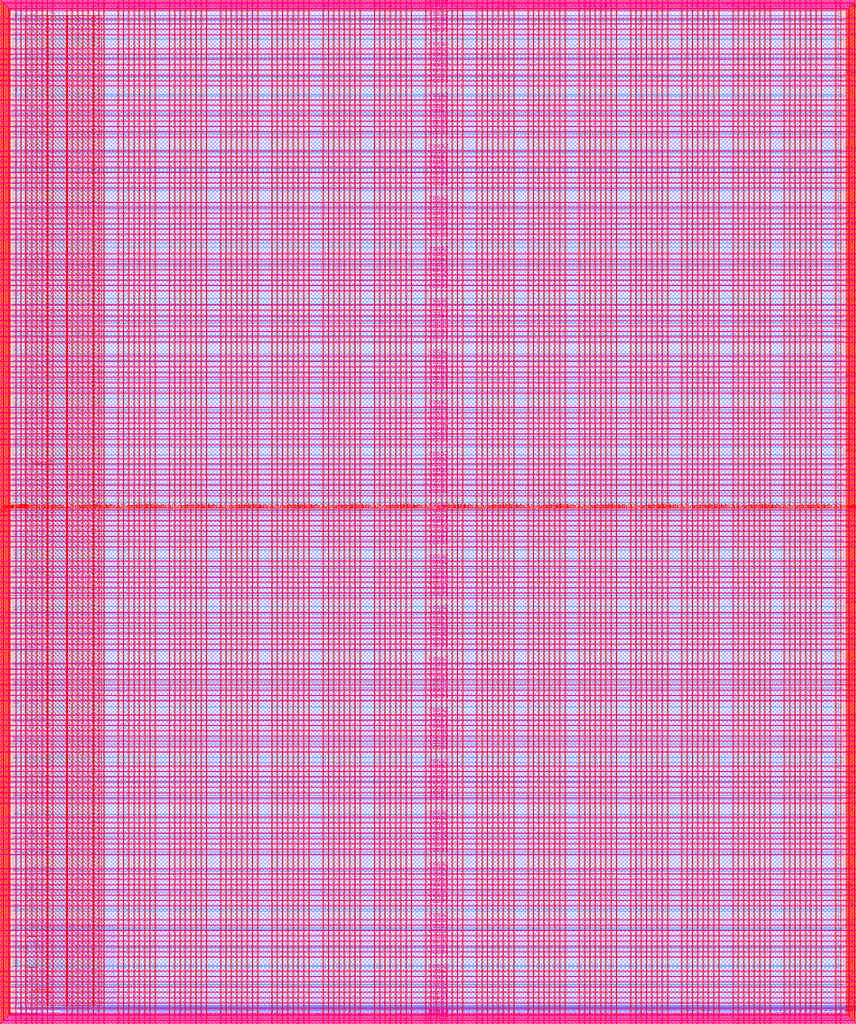
<source format=lef>
VERSION 5.7 ;
  NOWIREEXTENSIONATPIN ON ;
  DIVIDERCHAR "/" ;
  BUSBITCHARS "[]" ;
MACRO user_project_wrapper
  CLASS BLOCK ;
  FOREIGN user_project_wrapper ;
  ORIGIN 0.000 0.000 ;
  SIZE 2920.000 BY 3520.000 ;
  PIN analog_io[0]
    DIRECTION INOUT ;
    USE SIGNAL ;
    PORT
      LAYER met3 ;
        RECT 2917.600 1426.380 2924.800 1427.580 ;
    END
  END analog_io[0]
  PIN analog_io[10]
    DIRECTION INOUT ;
    USE SIGNAL ;
    PORT
      LAYER met2 ;
        RECT 2230.490 3517.600 2231.050 3524.800 ;
    END
  END analog_io[10]
  PIN analog_io[11]
    DIRECTION INOUT ;
    USE SIGNAL ;
    PORT
      LAYER met2 ;
        RECT 1905.730 3517.600 1906.290 3524.800 ;
    END
  END analog_io[11]
  PIN analog_io[12]
    DIRECTION INOUT ;
    USE SIGNAL ;
    PORT
      LAYER met2 ;
        RECT 1581.430 3517.600 1581.990 3524.800 ;
    END
  END analog_io[12]
  PIN analog_io[13]
    DIRECTION INOUT ;
    USE SIGNAL ;
    PORT
      LAYER met2 ;
        RECT 1257.130 3517.600 1257.690 3524.800 ;
    END
  END analog_io[13]
  PIN analog_io[14]
    DIRECTION INOUT ;
    USE SIGNAL ;
    PORT
      LAYER met2 ;
        RECT 932.370 3517.600 932.930 3524.800 ;
    END
  END analog_io[14]
  PIN analog_io[15]
    DIRECTION INOUT ;
    USE SIGNAL ;
    PORT
      LAYER met2 ;
        RECT 608.070 3517.600 608.630 3524.800 ;
    END
  END analog_io[15]
  PIN analog_io[16]
    DIRECTION INOUT ;
    USE SIGNAL ;
    PORT
      LAYER met2 ;
        RECT 283.770 3517.600 284.330 3524.800 ;
    END
  END analog_io[16]
  PIN analog_io[17]
    DIRECTION INOUT ;
    USE SIGNAL ;
    PORT
      LAYER met3 ;
        RECT -4.800 3486.100 2.400 3487.300 ;
    END
  END analog_io[17]
  PIN analog_io[18]
    DIRECTION INOUT ;
    USE SIGNAL ;
    PORT
      LAYER met3 ;
        RECT -4.800 3224.980 2.400 3226.180 ;
    END
  END analog_io[18]
  PIN analog_io[19]
    DIRECTION INOUT ;
    USE SIGNAL ;
    PORT
      LAYER met3 ;
        RECT -4.800 2964.540 2.400 2965.740 ;
    END
  END analog_io[19]
  PIN analog_io[1]
    DIRECTION INOUT ;
    USE SIGNAL ;
    PORT
      LAYER met3 ;
        RECT 2917.600 1692.260 2924.800 1693.460 ;
    END
  END analog_io[1]
  PIN analog_io[20]
    DIRECTION INOUT ;
    USE SIGNAL ;
    PORT
      LAYER met3 ;
        RECT -4.800 2703.420 2.400 2704.620 ;
    END
  END analog_io[20]
  PIN analog_io[21]
    DIRECTION INOUT ;
    USE SIGNAL ;
    PORT
      LAYER met3 ;
        RECT -4.800 2442.980 2.400 2444.180 ;
    END
  END analog_io[21]
  PIN analog_io[22]
    DIRECTION INOUT ;
    USE SIGNAL ;
    PORT
      LAYER met3 ;
        RECT -4.800 2182.540 2.400 2183.740 ;
    END
  END analog_io[22]
  PIN analog_io[23]
    DIRECTION INOUT ;
    USE SIGNAL ;
    PORT
      LAYER met3 ;
        RECT -4.800 1921.420 2.400 1922.620 ;
    END
  END analog_io[23]
  PIN analog_io[24]
    DIRECTION INOUT ;
    USE SIGNAL ;
    PORT
      LAYER met3 ;
        RECT -4.800 1660.980 2.400 1662.180 ;
    END
  END analog_io[24]
  PIN analog_io[25]
    DIRECTION INOUT ;
    USE SIGNAL ;
    PORT
      LAYER met3 ;
        RECT -4.800 1399.860 2.400 1401.060 ;
    END
  END analog_io[25]
  PIN analog_io[26]
    DIRECTION INOUT ;
    USE SIGNAL ;
    PORT
      LAYER met3 ;
        RECT -4.800 1139.420 2.400 1140.620 ;
    END
  END analog_io[26]
  PIN analog_io[27]
    DIRECTION INOUT ;
    USE SIGNAL ;
    PORT
      LAYER met3 ;
        RECT -4.800 878.980 2.400 880.180 ;
    END
  END analog_io[27]
  PIN analog_io[28]
    DIRECTION INOUT ;
    USE SIGNAL ;
    PORT
      LAYER met3 ;
        RECT -4.800 617.860 2.400 619.060 ;
    END
  END analog_io[28]
  PIN analog_io[2]
    DIRECTION INOUT ;
    USE SIGNAL ;
    PORT
      LAYER met3 ;
        RECT 2917.600 1958.140 2924.800 1959.340 ;
    END
  END analog_io[2]
  PIN analog_io[3]
    DIRECTION INOUT ;
    USE SIGNAL ;
    PORT
      LAYER met3 ;
        RECT 2917.600 2223.340 2924.800 2224.540 ;
    END
  END analog_io[3]
  PIN analog_io[4]
    DIRECTION INOUT ;
    USE SIGNAL ;
    PORT
      LAYER met3 ;
        RECT 2917.600 2489.220 2924.800 2490.420 ;
    END
  END analog_io[4]
  PIN analog_io[5]
    DIRECTION INOUT ;
    USE SIGNAL ;
    PORT
      LAYER met3 ;
        RECT 2917.600 2755.100 2924.800 2756.300 ;
    END
  END analog_io[5]
  PIN analog_io[6]
    DIRECTION INOUT ;
    USE SIGNAL ;
    PORT
      LAYER met3 ;
        RECT 2917.600 3020.300 2924.800 3021.500 ;
    END
  END analog_io[6]
  PIN analog_io[7]
    DIRECTION INOUT ;
    USE SIGNAL ;
    PORT
      LAYER met3 ;
        RECT 2917.600 3286.180 2924.800 3287.380 ;
    END
  END analog_io[7]
  PIN analog_io[8]
    DIRECTION INOUT ;
    USE SIGNAL ;
    PORT
      LAYER met2 ;
        RECT 2879.090 3517.600 2879.650 3524.800 ;
    END
  END analog_io[8]
  PIN analog_io[9]
    DIRECTION INOUT ;
    USE SIGNAL ;
    PORT
      LAYER met2 ;
        RECT 2554.790 3517.600 2555.350 3524.800 ;
    END
  END analog_io[9]
  PIN io_in[0]
    DIRECTION INPUT ;
    USE SIGNAL ;
    PORT
      LAYER met3 ;
        RECT 2917.600 32.380 2924.800 33.580 ;
    END
  END io_in[0]
  PIN io_in[10]
    DIRECTION INPUT ;
    USE SIGNAL ;
    PORT
      LAYER met3 ;
        RECT 2917.600 2289.980 2924.800 2291.180 ;
    END
  END io_in[10]
  PIN io_in[11]
    DIRECTION INPUT ;
    USE SIGNAL ;
    PORT
      LAYER met3 ;
        RECT 2917.600 2555.860 2924.800 2557.060 ;
    END
  END io_in[11]
  PIN io_in[12]
    DIRECTION INPUT ;
    USE SIGNAL ;
    PORT
      LAYER met3 ;
        RECT 2917.600 2821.060 2924.800 2822.260 ;
    END
  END io_in[12]
  PIN io_in[13]
    DIRECTION INPUT ;
    USE SIGNAL ;
    PORT
      LAYER met3 ;
        RECT 2917.600 3086.940 2924.800 3088.140 ;
    END
  END io_in[13]
  PIN io_in[14]
    DIRECTION INPUT ;
    USE SIGNAL ;
    PORT
      LAYER met3 ;
        RECT 2917.600 3352.820 2924.800 3354.020 ;
    END
  END io_in[14]
  PIN io_in[15]
    DIRECTION INPUT ;
    USE SIGNAL ;
    PORT
      LAYER met2 ;
        RECT 2798.130 3517.600 2798.690 3524.800 ;
    END
  END io_in[15]
  PIN io_in[16]
    DIRECTION INPUT ;
    USE SIGNAL ;
    PORT
      LAYER met2 ;
        RECT 2473.830 3517.600 2474.390 3524.800 ;
    END
  END io_in[16]
  PIN io_in[17]
    DIRECTION INPUT ;
    USE SIGNAL ;
    PORT
      LAYER met2 ;
        RECT 2149.070 3517.600 2149.630 3524.800 ;
    END
  END io_in[17]
  PIN io_in[18]
    DIRECTION INPUT ;
    USE SIGNAL ;
    PORT
      LAYER met2 ;
        RECT 1824.770 3517.600 1825.330 3524.800 ;
    END
  END io_in[18]
  PIN io_in[19]
    DIRECTION INPUT ;
    USE SIGNAL ;
    PORT
      LAYER met2 ;
        RECT 1500.470 3517.600 1501.030 3524.800 ;
    END
  END io_in[19]
  PIN io_in[1]
    DIRECTION INPUT ;
    USE SIGNAL ;
    PORT
      LAYER met3 ;
        RECT 2917.600 230.940 2924.800 232.140 ;
    END
  END io_in[1]
  PIN io_in[20]
    DIRECTION INPUT ;
    USE SIGNAL ;
    PORT
      LAYER met2 ;
        RECT 1175.710 3517.600 1176.270 3524.800 ;
    END
  END io_in[20]
  PIN io_in[21]
    DIRECTION INPUT ;
    USE SIGNAL ;
    PORT
      LAYER met2 ;
        RECT 851.410 3517.600 851.970 3524.800 ;
    END
  END io_in[21]
  PIN io_in[22]
    DIRECTION INPUT ;
    USE SIGNAL ;
    PORT
      LAYER met2 ;
        RECT 527.110 3517.600 527.670 3524.800 ;
    END
  END io_in[22]
  PIN io_in[23]
    DIRECTION INPUT ;
    USE SIGNAL ;
    PORT
      LAYER met2 ;
        RECT 202.350 3517.600 202.910 3524.800 ;
    END
  END io_in[23]
  PIN io_in[24]
    DIRECTION INPUT ;
    USE SIGNAL ;
    PORT
      LAYER met3 ;
        RECT -4.800 3420.820 2.400 3422.020 ;
    END
  END io_in[24]
  PIN io_in[25]
    DIRECTION INPUT ;
    USE SIGNAL ;
    PORT
      LAYER met3 ;
        RECT -4.800 3159.700 2.400 3160.900 ;
    END
  END io_in[25]
  PIN io_in[26]
    DIRECTION INPUT ;
    USE SIGNAL ;
    PORT
      LAYER met3 ;
        RECT -4.800 2899.260 2.400 2900.460 ;
    END
  END io_in[26]
  PIN io_in[27]
    DIRECTION INPUT ;
    USE SIGNAL ;
    PORT
      LAYER met3 ;
        RECT -4.800 2638.820 2.400 2640.020 ;
    END
  END io_in[27]
  PIN io_in[28]
    DIRECTION INPUT ;
    USE SIGNAL ;
    PORT
      LAYER met3 ;
        RECT -4.800 2377.700 2.400 2378.900 ;
    END
  END io_in[28]
  PIN io_in[29]
    DIRECTION INPUT ;
    USE SIGNAL ;
    PORT
      LAYER met3 ;
        RECT -4.800 2117.260 2.400 2118.460 ;
    END
  END io_in[29]
  PIN io_in[2]
    DIRECTION INPUT ;
    USE SIGNAL ;
    PORT
      LAYER met3 ;
        RECT 2917.600 430.180 2924.800 431.380 ;
    END
  END io_in[2]
  PIN io_in[30]
    DIRECTION INPUT ;
    USE SIGNAL ;
    PORT
      LAYER met3 ;
        RECT -4.800 1856.140 2.400 1857.340 ;
    END
  END io_in[30]
  PIN io_in[31]
    DIRECTION INPUT ;
    USE SIGNAL ;
    PORT
      LAYER met3 ;
        RECT -4.800 1595.700 2.400 1596.900 ;
    END
  END io_in[31]
  PIN io_in[32]
    DIRECTION INPUT ;
    USE SIGNAL ;
    PORT
      LAYER met3 ;
        RECT -4.800 1335.260 2.400 1336.460 ;
    END
  END io_in[32]
  PIN io_in[33]
    DIRECTION INPUT ;
    USE SIGNAL ;
    PORT
      LAYER met3 ;
        RECT -4.800 1074.140 2.400 1075.340 ;
    END
  END io_in[33]
  PIN io_in[34]
    DIRECTION INPUT ;
    USE SIGNAL ;
    PORT
      LAYER met3 ;
        RECT -4.800 813.700 2.400 814.900 ;
    END
  END io_in[34]
  PIN io_in[35]
    DIRECTION INPUT ;
    USE SIGNAL ;
    PORT
      LAYER met3 ;
        RECT -4.800 552.580 2.400 553.780 ;
    END
  END io_in[35]
  PIN io_in[36]
    DIRECTION INPUT ;
    USE SIGNAL ;
    PORT
      LAYER met3 ;
        RECT -4.800 357.420 2.400 358.620 ;
    END
  END io_in[36]
  PIN io_in[37]
    DIRECTION INPUT ;
    USE SIGNAL ;
    PORT
      LAYER met3 ;
        RECT -4.800 161.580 2.400 162.780 ;
    END
  END io_in[37]
  PIN io_in[3]
    DIRECTION INPUT ;
    USE SIGNAL ;
    PORT
      LAYER met3 ;
        RECT 2917.600 629.420 2924.800 630.620 ;
    END
  END io_in[3]
  PIN io_in[4]
    DIRECTION INPUT ;
    USE SIGNAL ;
    PORT
      LAYER met3 ;
        RECT 2917.600 828.660 2924.800 829.860 ;
    END
  END io_in[4]
  PIN io_in[5]
    DIRECTION INPUT ;
    USE SIGNAL ;
    PORT
      LAYER met3 ;
        RECT 2917.600 1027.900 2924.800 1029.100 ;
    END
  END io_in[5]
  PIN io_in[6]
    DIRECTION INPUT ;
    USE SIGNAL ;
    PORT
      LAYER met3 ;
        RECT 2917.600 1227.140 2924.800 1228.340 ;
    END
  END io_in[6]
  PIN io_in[7]
    DIRECTION INPUT ;
    USE SIGNAL ;
    PORT
      LAYER met3 ;
        RECT 2917.600 1493.020 2924.800 1494.220 ;
    END
  END io_in[7]
  PIN io_in[8]
    DIRECTION INPUT ;
    USE SIGNAL ;
    PORT
      LAYER met3 ;
        RECT 2917.600 1758.900 2924.800 1760.100 ;
    END
  END io_in[8]
  PIN io_in[9]
    DIRECTION INPUT ;
    USE SIGNAL ;
    PORT
      LAYER met3 ;
        RECT 2917.600 2024.100 2924.800 2025.300 ;
    END
  END io_in[9]
  PIN io_oeb[0]
    DIRECTION OUTPUT TRISTATE ;
    USE SIGNAL ;
    PORT
      LAYER met3 ;
        RECT 2917.600 164.980 2924.800 166.180 ;
    END
  END io_oeb[0]
  PIN io_oeb[10]
    DIRECTION OUTPUT TRISTATE ;
    USE SIGNAL ;
    PORT
      LAYER met3 ;
        RECT 2917.600 2422.580 2924.800 2423.780 ;
    END
  END io_oeb[10]
  PIN io_oeb[11]
    DIRECTION OUTPUT TRISTATE ;
    USE SIGNAL ;
    PORT
      LAYER met3 ;
        RECT 2917.600 2688.460 2924.800 2689.660 ;
    END
  END io_oeb[11]
  PIN io_oeb[12]
    DIRECTION OUTPUT TRISTATE ;
    USE SIGNAL ;
    PORT
      LAYER met3 ;
        RECT 2917.600 2954.340 2924.800 2955.540 ;
    END
  END io_oeb[12]
  PIN io_oeb[13]
    DIRECTION OUTPUT TRISTATE ;
    USE SIGNAL ;
    PORT
      LAYER met3 ;
        RECT 2917.600 3219.540 2924.800 3220.740 ;
    END
  END io_oeb[13]
  PIN io_oeb[14]
    DIRECTION OUTPUT TRISTATE ;
    USE SIGNAL ;
    PORT
      LAYER met3 ;
        RECT 2917.600 3485.420 2924.800 3486.620 ;
    END
  END io_oeb[14]
  PIN io_oeb[15]
    DIRECTION OUTPUT TRISTATE ;
    USE SIGNAL ;
    PORT
      LAYER met2 ;
        RECT 2635.750 3517.600 2636.310 3524.800 ;
    END
  END io_oeb[15]
  PIN io_oeb[16]
    DIRECTION OUTPUT TRISTATE ;
    USE SIGNAL ;
    PORT
      LAYER met2 ;
        RECT 2311.450 3517.600 2312.010 3524.800 ;
    END
  END io_oeb[16]
  PIN io_oeb[17]
    DIRECTION OUTPUT TRISTATE ;
    USE SIGNAL ;
    PORT
      LAYER met2 ;
        RECT 1987.150 3517.600 1987.710 3524.800 ;
    END
  END io_oeb[17]
  PIN io_oeb[18]
    DIRECTION OUTPUT TRISTATE ;
    USE SIGNAL ;
    PORT
      LAYER met2 ;
        RECT 1662.390 3517.600 1662.950 3524.800 ;
    END
  END io_oeb[18]
  PIN io_oeb[19]
    DIRECTION OUTPUT TRISTATE ;
    USE SIGNAL ;
    PORT
      LAYER met2 ;
        RECT 1338.090 3517.600 1338.650 3524.800 ;
    END
  END io_oeb[19]
  PIN io_oeb[1]
    DIRECTION OUTPUT TRISTATE ;
    USE SIGNAL ;
    PORT
      LAYER met3 ;
        RECT 2917.600 364.220 2924.800 365.420 ;
    END
  END io_oeb[1]
  PIN io_oeb[20]
    DIRECTION OUTPUT TRISTATE ;
    USE SIGNAL ;
    PORT
      LAYER met2 ;
        RECT 1013.790 3517.600 1014.350 3524.800 ;
    END
  END io_oeb[20]
  PIN io_oeb[21]
    DIRECTION OUTPUT TRISTATE ;
    USE SIGNAL ;
    PORT
      LAYER met2 ;
        RECT 689.030 3517.600 689.590 3524.800 ;
    END
  END io_oeb[21]
  PIN io_oeb[22]
    DIRECTION OUTPUT TRISTATE ;
    USE SIGNAL ;
    PORT
      LAYER met2 ;
        RECT 364.730 3517.600 365.290 3524.800 ;
    END
  END io_oeb[22]
  PIN io_oeb[23]
    DIRECTION OUTPUT TRISTATE ;
    USE SIGNAL ;
    PORT
      LAYER met2 ;
        RECT 40.430 3517.600 40.990 3524.800 ;
    END
  END io_oeb[23]
  PIN io_oeb[24]
    DIRECTION OUTPUT TRISTATE ;
    USE SIGNAL ;
    PORT
      LAYER met3 ;
        RECT -4.800 3290.260 2.400 3291.460 ;
    END
  END io_oeb[24]
  PIN io_oeb[25]
    DIRECTION OUTPUT TRISTATE ;
    USE SIGNAL ;
    PORT
      LAYER met3 ;
        RECT -4.800 3029.820 2.400 3031.020 ;
    END
  END io_oeb[25]
  PIN io_oeb[26]
    DIRECTION OUTPUT TRISTATE ;
    USE SIGNAL ;
    PORT
      LAYER met3 ;
        RECT -4.800 2768.700 2.400 2769.900 ;
    END
  END io_oeb[26]
  PIN io_oeb[27]
    DIRECTION OUTPUT TRISTATE ;
    USE SIGNAL ;
    PORT
      LAYER met3 ;
        RECT -4.800 2508.260 2.400 2509.460 ;
    END
  END io_oeb[27]
  PIN io_oeb[28]
    DIRECTION OUTPUT TRISTATE ;
    USE SIGNAL ;
    PORT
      LAYER met3 ;
        RECT -4.800 2247.140 2.400 2248.340 ;
    END
  END io_oeb[28]
  PIN io_oeb[29]
    DIRECTION OUTPUT TRISTATE ;
    USE SIGNAL ;
    PORT
      LAYER met3 ;
        RECT -4.800 1986.700 2.400 1987.900 ;
    END
  END io_oeb[29]
  PIN io_oeb[2]
    DIRECTION OUTPUT TRISTATE ;
    USE SIGNAL ;
    PORT
      LAYER met3 ;
        RECT 2917.600 563.460 2924.800 564.660 ;
    END
  END io_oeb[2]
  PIN io_oeb[30]
    DIRECTION OUTPUT TRISTATE ;
    USE SIGNAL ;
    PORT
      LAYER met3 ;
        RECT -4.800 1726.260 2.400 1727.460 ;
    END
  END io_oeb[30]
  PIN io_oeb[31]
    DIRECTION OUTPUT TRISTATE ;
    USE SIGNAL ;
    PORT
      LAYER met3 ;
        RECT -4.800 1465.140 2.400 1466.340 ;
    END
  END io_oeb[31]
  PIN io_oeb[32]
    DIRECTION OUTPUT TRISTATE ;
    USE SIGNAL ;
    PORT
      LAYER met3 ;
        RECT -4.800 1204.700 2.400 1205.900 ;
    END
  END io_oeb[32]
  PIN io_oeb[33]
    DIRECTION OUTPUT TRISTATE ;
    USE SIGNAL ;
    PORT
      LAYER met3 ;
        RECT -4.800 943.580 2.400 944.780 ;
    END
  END io_oeb[33]
  PIN io_oeb[34]
    DIRECTION OUTPUT TRISTATE ;
    USE SIGNAL ;
    PORT
      LAYER met3 ;
        RECT -4.800 683.140 2.400 684.340 ;
    END
  END io_oeb[34]
  PIN io_oeb[35]
    DIRECTION OUTPUT TRISTATE ;
    USE SIGNAL ;
    PORT
      LAYER met3 ;
        RECT -4.800 422.700 2.400 423.900 ;
    END
  END io_oeb[35]
  PIN io_oeb[36]
    DIRECTION OUTPUT TRISTATE ;
    USE SIGNAL ;
    PORT
      LAYER met3 ;
        RECT -4.800 226.860 2.400 228.060 ;
    END
  END io_oeb[36]
  PIN io_oeb[37]
    DIRECTION OUTPUT TRISTATE ;
    USE SIGNAL ;
    PORT
      LAYER met3 ;
        RECT -4.800 31.700 2.400 32.900 ;
    END
  END io_oeb[37]
  PIN io_oeb[3]
    DIRECTION OUTPUT TRISTATE ;
    USE SIGNAL ;
    PORT
      LAYER met3 ;
        RECT 2917.600 762.700 2924.800 763.900 ;
    END
  END io_oeb[3]
  PIN io_oeb[4]
    DIRECTION OUTPUT TRISTATE ;
    USE SIGNAL ;
    PORT
      LAYER met3 ;
        RECT 2917.600 961.940 2924.800 963.140 ;
    END
  END io_oeb[4]
  PIN io_oeb[5]
    DIRECTION OUTPUT TRISTATE ;
    USE SIGNAL ;
    PORT
      LAYER met3 ;
        RECT 2917.600 1161.180 2924.800 1162.380 ;
    END
  END io_oeb[5]
  PIN io_oeb[6]
    DIRECTION OUTPUT TRISTATE ;
    USE SIGNAL ;
    PORT
      LAYER met3 ;
        RECT 2917.600 1360.420 2924.800 1361.620 ;
    END
  END io_oeb[6]
  PIN io_oeb[7]
    DIRECTION OUTPUT TRISTATE ;
    USE SIGNAL ;
    PORT
      LAYER met3 ;
        RECT 2917.600 1625.620 2924.800 1626.820 ;
    END
  END io_oeb[7]
  PIN io_oeb[8]
    DIRECTION OUTPUT TRISTATE ;
    USE SIGNAL ;
    PORT
      LAYER met3 ;
        RECT 2917.600 1891.500 2924.800 1892.700 ;
    END
  END io_oeb[8]
  PIN io_oeb[9]
    DIRECTION OUTPUT TRISTATE ;
    USE SIGNAL ;
    PORT
      LAYER met3 ;
        RECT 2917.600 2157.380 2924.800 2158.580 ;
    END
  END io_oeb[9]
  PIN io_out[0]
    DIRECTION OUTPUT TRISTATE ;
    USE SIGNAL ;
    PORT
      LAYER met3 ;
        RECT 2917.600 98.340 2924.800 99.540 ;
    END
  END io_out[0]
  PIN io_out[10]
    DIRECTION OUTPUT TRISTATE ;
    USE SIGNAL ;
    PORT
      LAYER met3 ;
        RECT 2917.600 2356.620 2924.800 2357.820 ;
    END
  END io_out[10]
  PIN io_out[11]
    DIRECTION OUTPUT TRISTATE ;
    USE SIGNAL ;
    PORT
      LAYER met3 ;
        RECT 2917.600 2621.820 2924.800 2623.020 ;
    END
  END io_out[11]
  PIN io_out[12]
    DIRECTION OUTPUT TRISTATE ;
    USE SIGNAL ;
    PORT
      LAYER met3 ;
        RECT 2917.600 2887.700 2924.800 2888.900 ;
    END
  END io_out[12]
  PIN io_out[13]
    DIRECTION OUTPUT TRISTATE ;
    USE SIGNAL ;
    PORT
      LAYER met3 ;
        RECT 2917.600 3153.580 2924.800 3154.780 ;
    END
  END io_out[13]
  PIN io_out[14]
    DIRECTION OUTPUT TRISTATE ;
    USE SIGNAL ;
    PORT
      LAYER met3 ;
        RECT 2917.600 3418.780 2924.800 3419.980 ;
    END
  END io_out[14]
  PIN io_out[15]
    DIRECTION OUTPUT TRISTATE ;
    USE SIGNAL ;
    PORT
      LAYER met2 ;
        RECT 2717.170 3517.600 2717.730 3524.800 ;
    END
  END io_out[15]
  PIN io_out[16]
    DIRECTION OUTPUT TRISTATE ;
    USE SIGNAL ;
    PORT
      LAYER met2 ;
        RECT 2392.410 3517.600 2392.970 3524.800 ;
    END
  END io_out[16]
  PIN io_out[17]
    DIRECTION OUTPUT TRISTATE ;
    USE SIGNAL ;
    PORT
      LAYER met2 ;
        RECT 2068.110 3517.600 2068.670 3524.800 ;
    END
  END io_out[17]
  PIN io_out[18]
    DIRECTION OUTPUT TRISTATE ;
    USE SIGNAL ;
    PORT
      LAYER met2 ;
        RECT 1743.810 3517.600 1744.370 3524.800 ;
    END
  END io_out[18]
  PIN io_out[19]
    DIRECTION OUTPUT TRISTATE ;
    USE SIGNAL ;
    PORT
      LAYER met2 ;
        RECT 1419.050 3517.600 1419.610 3524.800 ;
    END
  END io_out[19]
  PIN io_out[1]
    DIRECTION OUTPUT TRISTATE ;
    USE SIGNAL ;
    PORT
      LAYER met3 ;
        RECT 2917.600 297.580 2924.800 298.780 ;
    END
  END io_out[1]
  PIN io_out[20]
    DIRECTION OUTPUT TRISTATE ;
    USE SIGNAL ;
    PORT
      LAYER met2 ;
        RECT 1094.750 3517.600 1095.310 3524.800 ;
    END
  END io_out[20]
  PIN io_out[21]
    DIRECTION OUTPUT TRISTATE ;
    USE SIGNAL ;
    PORT
      LAYER met2 ;
        RECT 770.450 3517.600 771.010 3524.800 ;
    END
  END io_out[21]
  PIN io_out[22]
    DIRECTION OUTPUT TRISTATE ;
    USE SIGNAL ;
    PORT
      LAYER met2 ;
        RECT 445.690 3517.600 446.250 3524.800 ;
    END
  END io_out[22]
  PIN io_out[23]
    DIRECTION OUTPUT TRISTATE ;
    USE SIGNAL ;
    PORT
      LAYER met2 ;
        RECT 121.390 3517.600 121.950 3524.800 ;
    END
  END io_out[23]
  PIN io_out[24]
    DIRECTION OUTPUT TRISTATE ;
    USE SIGNAL ;
    PORT
      LAYER met3 ;
        RECT -4.800 3355.540 2.400 3356.740 ;
    END
  END io_out[24]
  PIN io_out[25]
    DIRECTION OUTPUT TRISTATE ;
    USE SIGNAL ;
    PORT
      LAYER met3 ;
        RECT -4.800 3095.100 2.400 3096.300 ;
    END
  END io_out[25]
  PIN io_out[26]
    DIRECTION OUTPUT TRISTATE ;
    USE SIGNAL ;
    PORT
      LAYER met3 ;
        RECT -4.800 2833.980 2.400 2835.180 ;
    END
  END io_out[26]
  PIN io_out[27]
    DIRECTION OUTPUT TRISTATE ;
    USE SIGNAL ;
    PORT
      LAYER met3 ;
        RECT -4.800 2573.540 2.400 2574.740 ;
    END
  END io_out[27]
  PIN io_out[28]
    DIRECTION OUTPUT TRISTATE ;
    USE SIGNAL ;
    PORT
      LAYER met3 ;
        RECT -4.800 2312.420 2.400 2313.620 ;
    END
  END io_out[28]
  PIN io_out[29]
    DIRECTION OUTPUT TRISTATE ;
    USE SIGNAL ;
    PORT
      LAYER met3 ;
        RECT -4.800 2051.980 2.400 2053.180 ;
    END
  END io_out[29]
  PIN io_out[2]
    DIRECTION OUTPUT TRISTATE ;
    USE SIGNAL ;
    PORT
      LAYER met3 ;
        RECT 2917.600 496.820 2924.800 498.020 ;
    END
  END io_out[2]
  PIN io_out[30]
    DIRECTION OUTPUT TRISTATE ;
    USE SIGNAL ;
    PORT
      LAYER met3 ;
        RECT -4.800 1791.540 2.400 1792.740 ;
    END
  END io_out[30]
  PIN io_out[31]
    DIRECTION OUTPUT TRISTATE ;
    USE SIGNAL ;
    PORT
      LAYER met3 ;
        RECT -4.800 1530.420 2.400 1531.620 ;
    END
  END io_out[31]
  PIN io_out[32]
    DIRECTION OUTPUT TRISTATE ;
    USE SIGNAL ;
    PORT
      LAYER met3 ;
        RECT -4.800 1269.980 2.400 1271.180 ;
    END
  END io_out[32]
  PIN io_out[33]
    DIRECTION OUTPUT TRISTATE ;
    USE SIGNAL ;
    PORT
      LAYER met3 ;
        RECT -4.800 1008.860 2.400 1010.060 ;
    END
  END io_out[33]
  PIN io_out[34]
    DIRECTION OUTPUT TRISTATE ;
    USE SIGNAL ;
    PORT
      LAYER met3 ;
        RECT -4.800 748.420 2.400 749.620 ;
    END
  END io_out[34]
  PIN io_out[35]
    DIRECTION OUTPUT TRISTATE ;
    USE SIGNAL ;
    PORT
      LAYER met3 ;
        RECT -4.800 487.300 2.400 488.500 ;
    END
  END io_out[35]
  PIN io_out[36]
    DIRECTION OUTPUT TRISTATE ;
    USE SIGNAL ;
    PORT
      LAYER met3 ;
        RECT -4.800 292.140 2.400 293.340 ;
    END
  END io_out[36]
  PIN io_out[37]
    DIRECTION OUTPUT TRISTATE ;
    USE SIGNAL ;
    PORT
      LAYER met3 ;
        RECT -4.800 96.300 2.400 97.500 ;
    END
  END io_out[37]
  PIN io_out[3]
    DIRECTION OUTPUT TRISTATE ;
    USE SIGNAL ;
    PORT
      LAYER met3 ;
        RECT 2917.600 696.060 2924.800 697.260 ;
    END
  END io_out[3]
  PIN io_out[4]
    DIRECTION OUTPUT TRISTATE ;
    USE SIGNAL ;
    PORT
      LAYER met3 ;
        RECT 2917.600 895.300 2924.800 896.500 ;
    END
  END io_out[4]
  PIN io_out[5]
    DIRECTION OUTPUT TRISTATE ;
    USE SIGNAL ;
    PORT
      LAYER met3 ;
        RECT 2917.600 1094.540 2924.800 1095.740 ;
    END
  END io_out[5]
  PIN io_out[6]
    DIRECTION OUTPUT TRISTATE ;
    USE SIGNAL ;
    PORT
      LAYER met3 ;
        RECT 2917.600 1293.780 2924.800 1294.980 ;
    END
  END io_out[6]
  PIN io_out[7]
    DIRECTION OUTPUT TRISTATE ;
    USE SIGNAL ;
    PORT
      LAYER met3 ;
        RECT 2917.600 1559.660 2924.800 1560.860 ;
    END
  END io_out[7]
  PIN io_out[8]
    DIRECTION OUTPUT TRISTATE ;
    USE SIGNAL ;
    PORT
      LAYER met3 ;
        RECT 2917.600 1824.860 2924.800 1826.060 ;
    END
  END io_out[8]
  PIN io_out[9]
    DIRECTION OUTPUT TRISTATE ;
    USE SIGNAL ;
    PORT
      LAYER met3 ;
        RECT 2917.600 2090.740 2924.800 2091.940 ;
    END
  END io_out[9]
  PIN la_data_in[0]
    DIRECTION INPUT ;
    USE SIGNAL ;
    PORT
      LAYER met2 ;
        RECT 629.230 -4.800 629.790 2.400 ;
    END
  END la_data_in[0]
  PIN la_data_in[100]
    DIRECTION INPUT ;
    USE SIGNAL ;
    PORT
      LAYER met2 ;
        RECT 2402.530 -4.800 2403.090 2.400 ;
    END
  END la_data_in[100]
  PIN la_data_in[101]
    DIRECTION INPUT ;
    USE SIGNAL ;
    PORT
      LAYER met2 ;
        RECT 2420.010 -4.800 2420.570 2.400 ;
    END
  END la_data_in[101]
  PIN la_data_in[102]
    DIRECTION INPUT ;
    USE SIGNAL ;
    PORT
      LAYER met2 ;
        RECT 2437.950 -4.800 2438.510 2.400 ;
    END
  END la_data_in[102]
  PIN la_data_in[103]
    DIRECTION INPUT ;
    USE SIGNAL ;
    PORT
      LAYER met2 ;
        RECT 2455.430 -4.800 2455.990 2.400 ;
    END
  END la_data_in[103]
  PIN la_data_in[104]
    DIRECTION INPUT ;
    USE SIGNAL ;
    PORT
      LAYER met2 ;
        RECT 2473.370 -4.800 2473.930 2.400 ;
    END
  END la_data_in[104]
  PIN la_data_in[105]
    DIRECTION INPUT ;
    USE SIGNAL ;
    PORT
      LAYER met2 ;
        RECT 2490.850 -4.800 2491.410 2.400 ;
    END
  END la_data_in[105]
  PIN la_data_in[106]
    DIRECTION INPUT ;
    USE SIGNAL ;
    PORT
      LAYER met2 ;
        RECT 2508.790 -4.800 2509.350 2.400 ;
    END
  END la_data_in[106]
  PIN la_data_in[107]
    DIRECTION INPUT ;
    USE SIGNAL ;
    PORT
      LAYER met2 ;
        RECT 2526.730 -4.800 2527.290 2.400 ;
    END
  END la_data_in[107]
  PIN la_data_in[108]
    DIRECTION INPUT ;
    USE SIGNAL ;
    PORT
      LAYER met2 ;
        RECT 2544.210 -4.800 2544.770 2.400 ;
    END
  END la_data_in[108]
  PIN la_data_in[109]
    DIRECTION INPUT ;
    USE SIGNAL ;
    PORT
      LAYER met2 ;
        RECT 2562.150 -4.800 2562.710 2.400 ;
    END
  END la_data_in[109]
  PIN la_data_in[10]
    DIRECTION INPUT ;
    USE SIGNAL ;
    PORT
      LAYER met2 ;
        RECT 806.330 -4.800 806.890 2.400 ;
    END
  END la_data_in[10]
  PIN la_data_in[110]
    DIRECTION INPUT ;
    USE SIGNAL ;
    PORT
      LAYER met2 ;
        RECT 2579.630 -4.800 2580.190 2.400 ;
    END
  END la_data_in[110]
  PIN la_data_in[111]
    DIRECTION INPUT ;
    USE SIGNAL ;
    PORT
      LAYER met2 ;
        RECT 2597.570 -4.800 2598.130 2.400 ;
    END
  END la_data_in[111]
  PIN la_data_in[112]
    DIRECTION INPUT ;
    USE SIGNAL ;
    PORT
      LAYER met2 ;
        RECT 2615.050 -4.800 2615.610 2.400 ;
    END
  END la_data_in[112]
  PIN la_data_in[113]
    DIRECTION INPUT ;
    USE SIGNAL ;
    PORT
      LAYER met2 ;
        RECT 2632.990 -4.800 2633.550 2.400 ;
    END
  END la_data_in[113]
  PIN la_data_in[114]
    DIRECTION INPUT ;
    USE SIGNAL ;
    PORT
      LAYER met2 ;
        RECT 2650.470 -4.800 2651.030 2.400 ;
    END
  END la_data_in[114]
  PIN la_data_in[115]
    DIRECTION INPUT ;
    USE SIGNAL ;
    PORT
      LAYER met2 ;
        RECT 2668.410 -4.800 2668.970 2.400 ;
    END
  END la_data_in[115]
  PIN la_data_in[116]
    DIRECTION INPUT ;
    USE SIGNAL ;
    PORT
      LAYER met2 ;
        RECT 2685.890 -4.800 2686.450 2.400 ;
    END
  END la_data_in[116]
  PIN la_data_in[117]
    DIRECTION INPUT ;
    USE SIGNAL ;
    PORT
      LAYER met2 ;
        RECT 2703.830 -4.800 2704.390 2.400 ;
    END
  END la_data_in[117]
  PIN la_data_in[118]
    DIRECTION INPUT ;
    USE SIGNAL ;
    PORT
      LAYER met2 ;
        RECT 2721.770 -4.800 2722.330 2.400 ;
    END
  END la_data_in[118]
  PIN la_data_in[119]
    DIRECTION INPUT ;
    USE SIGNAL ;
    PORT
      LAYER met2 ;
        RECT 2739.250 -4.800 2739.810 2.400 ;
    END
  END la_data_in[119]
  PIN la_data_in[11]
    DIRECTION INPUT ;
    USE SIGNAL ;
    PORT
      LAYER met2 ;
        RECT 824.270 -4.800 824.830 2.400 ;
    END
  END la_data_in[11]
  PIN la_data_in[120]
    DIRECTION INPUT ;
    USE SIGNAL ;
    PORT
      LAYER met2 ;
        RECT 2757.190 -4.800 2757.750 2.400 ;
    END
  END la_data_in[120]
  PIN la_data_in[121]
    DIRECTION INPUT ;
    USE SIGNAL ;
    PORT
      LAYER met2 ;
        RECT 2774.670 -4.800 2775.230 2.400 ;
    END
  END la_data_in[121]
  PIN la_data_in[122]
    DIRECTION INPUT ;
    USE SIGNAL ;
    PORT
      LAYER met2 ;
        RECT 2792.610 -4.800 2793.170 2.400 ;
    END
  END la_data_in[122]
  PIN la_data_in[123]
    DIRECTION INPUT ;
    USE SIGNAL ;
    PORT
      LAYER met2 ;
        RECT 2810.090 -4.800 2810.650 2.400 ;
    END
  END la_data_in[123]
  PIN la_data_in[124]
    DIRECTION INPUT ;
    USE SIGNAL ;
    PORT
      LAYER met2 ;
        RECT 2828.030 -4.800 2828.590 2.400 ;
    END
  END la_data_in[124]
  PIN la_data_in[125]
    DIRECTION INPUT ;
    USE SIGNAL ;
    PORT
      LAYER met2 ;
        RECT 2845.510 -4.800 2846.070 2.400 ;
    END
  END la_data_in[125]
  PIN la_data_in[126]
    DIRECTION INPUT ;
    USE SIGNAL ;
    PORT
      LAYER met2 ;
        RECT 2863.450 -4.800 2864.010 2.400 ;
    END
  END la_data_in[126]
  PIN la_data_in[127]
    DIRECTION INPUT ;
    USE SIGNAL ;
    PORT
      LAYER met2 ;
        RECT 2881.390 -4.800 2881.950 2.400 ;
    END
  END la_data_in[127]
  PIN la_data_in[12]
    DIRECTION INPUT ;
    USE SIGNAL ;
    PORT
      LAYER met2 ;
        RECT 841.750 -4.800 842.310 2.400 ;
    END
  END la_data_in[12]
  PIN la_data_in[13]
    DIRECTION INPUT ;
    USE SIGNAL ;
    PORT
      LAYER met2 ;
        RECT 859.690 -4.800 860.250 2.400 ;
    END
  END la_data_in[13]
  PIN la_data_in[14]
    DIRECTION INPUT ;
    USE SIGNAL ;
    PORT
      LAYER met2 ;
        RECT 877.170 -4.800 877.730 2.400 ;
    END
  END la_data_in[14]
  PIN la_data_in[15]
    DIRECTION INPUT ;
    USE SIGNAL ;
    PORT
      LAYER met2 ;
        RECT 895.110 -4.800 895.670 2.400 ;
    END
  END la_data_in[15]
  PIN la_data_in[16]
    DIRECTION INPUT ;
    USE SIGNAL ;
    PORT
      LAYER met2 ;
        RECT 912.590 -4.800 913.150 2.400 ;
    END
  END la_data_in[16]
  PIN la_data_in[17]
    DIRECTION INPUT ;
    USE SIGNAL ;
    PORT
      LAYER met2 ;
        RECT 930.530 -4.800 931.090 2.400 ;
    END
  END la_data_in[17]
  PIN la_data_in[18]
    DIRECTION INPUT ;
    USE SIGNAL ;
    PORT
      LAYER met2 ;
        RECT 948.470 -4.800 949.030 2.400 ;
    END
  END la_data_in[18]
  PIN la_data_in[19]
    DIRECTION INPUT ;
    USE SIGNAL ;
    PORT
      LAYER met2 ;
        RECT 965.950 -4.800 966.510 2.400 ;
    END
  END la_data_in[19]
  PIN la_data_in[1]
    DIRECTION INPUT ;
    USE SIGNAL ;
    PORT
      LAYER met2 ;
        RECT 646.710 -4.800 647.270 2.400 ;
    END
  END la_data_in[1]
  PIN la_data_in[20]
    DIRECTION INPUT ;
    USE SIGNAL ;
    PORT
      LAYER met2 ;
        RECT 983.890 -4.800 984.450 2.400 ;
    END
  END la_data_in[20]
  PIN la_data_in[21]
    DIRECTION INPUT ;
    USE SIGNAL ;
    PORT
      LAYER met2 ;
        RECT 1001.370 -4.800 1001.930 2.400 ;
    END
  END la_data_in[21]
  PIN la_data_in[22]
    DIRECTION INPUT ;
    USE SIGNAL ;
    PORT
      LAYER met2 ;
        RECT 1019.310 -4.800 1019.870 2.400 ;
    END
  END la_data_in[22]
  PIN la_data_in[23]
    DIRECTION INPUT ;
    USE SIGNAL ;
    PORT
      LAYER met2 ;
        RECT 1036.790 -4.800 1037.350 2.400 ;
    END
  END la_data_in[23]
  PIN la_data_in[24]
    DIRECTION INPUT ;
    USE SIGNAL ;
    PORT
      LAYER met2 ;
        RECT 1054.730 -4.800 1055.290 2.400 ;
    END
  END la_data_in[24]
  PIN la_data_in[25]
    DIRECTION INPUT ;
    USE SIGNAL ;
    PORT
      LAYER met2 ;
        RECT 1072.210 -4.800 1072.770 2.400 ;
    END
  END la_data_in[25]
  PIN la_data_in[26]
    DIRECTION INPUT ;
    USE SIGNAL ;
    PORT
      LAYER met2 ;
        RECT 1090.150 -4.800 1090.710 2.400 ;
    END
  END la_data_in[26]
  PIN la_data_in[27]
    DIRECTION INPUT ;
    USE SIGNAL ;
    PORT
      LAYER met2 ;
        RECT 1107.630 -4.800 1108.190 2.400 ;
    END
  END la_data_in[27]
  PIN la_data_in[28]
    DIRECTION INPUT ;
    USE SIGNAL ;
    PORT
      LAYER met2 ;
        RECT 1125.570 -4.800 1126.130 2.400 ;
    END
  END la_data_in[28]
  PIN la_data_in[29]
    DIRECTION INPUT ;
    USE SIGNAL ;
    PORT
      LAYER met2 ;
        RECT 1143.510 -4.800 1144.070 2.400 ;
    END
  END la_data_in[29]
  PIN la_data_in[2]
    DIRECTION INPUT ;
    USE SIGNAL ;
    PORT
      LAYER met2 ;
        RECT 664.650 -4.800 665.210 2.400 ;
    END
  END la_data_in[2]
  PIN la_data_in[30]
    DIRECTION INPUT ;
    USE SIGNAL ;
    PORT
      LAYER met2 ;
        RECT 1160.990 -4.800 1161.550 2.400 ;
    END
  END la_data_in[30]
  PIN la_data_in[31]
    DIRECTION INPUT ;
    USE SIGNAL ;
    PORT
      LAYER met2 ;
        RECT 1178.930 -4.800 1179.490 2.400 ;
    END
  END la_data_in[31]
  PIN la_data_in[32]
    DIRECTION INPUT ;
    USE SIGNAL ;
    PORT
      LAYER met2 ;
        RECT 1196.410 -4.800 1196.970 2.400 ;
    END
  END la_data_in[32]
  PIN la_data_in[33]
    DIRECTION INPUT ;
    USE SIGNAL ;
    PORT
      LAYER met2 ;
        RECT 1214.350 -4.800 1214.910 2.400 ;
    END
  END la_data_in[33]
  PIN la_data_in[34]
    DIRECTION INPUT ;
    USE SIGNAL ;
    PORT
      LAYER met2 ;
        RECT 1231.830 -4.800 1232.390 2.400 ;
    END
  END la_data_in[34]
  PIN la_data_in[35]
    DIRECTION INPUT ;
    USE SIGNAL ;
    PORT
      LAYER met2 ;
        RECT 1249.770 -4.800 1250.330 2.400 ;
    END
  END la_data_in[35]
  PIN la_data_in[36]
    DIRECTION INPUT ;
    USE SIGNAL ;
    PORT
      LAYER met2 ;
        RECT 1267.250 -4.800 1267.810 2.400 ;
    END
  END la_data_in[36]
  PIN la_data_in[37]
    DIRECTION INPUT ;
    USE SIGNAL ;
    PORT
      LAYER met2 ;
        RECT 1285.190 -4.800 1285.750 2.400 ;
    END
  END la_data_in[37]
  PIN la_data_in[38]
    DIRECTION INPUT ;
    USE SIGNAL ;
    PORT
      LAYER met2 ;
        RECT 1303.130 -4.800 1303.690 2.400 ;
    END
  END la_data_in[38]
  PIN la_data_in[39]
    DIRECTION INPUT ;
    USE SIGNAL ;
    PORT
      LAYER met2 ;
        RECT 1320.610 -4.800 1321.170 2.400 ;
    END
  END la_data_in[39]
  PIN la_data_in[3]
    DIRECTION INPUT ;
    USE SIGNAL ;
    PORT
      LAYER met2 ;
        RECT 682.130 -4.800 682.690 2.400 ;
    END
  END la_data_in[3]
  PIN la_data_in[40]
    DIRECTION INPUT ;
    USE SIGNAL ;
    PORT
      LAYER met2 ;
        RECT 1338.550 -4.800 1339.110 2.400 ;
    END
  END la_data_in[40]
  PIN la_data_in[41]
    DIRECTION INPUT ;
    USE SIGNAL ;
    PORT
      LAYER met2 ;
        RECT 1356.030 -4.800 1356.590 2.400 ;
    END
  END la_data_in[41]
  PIN la_data_in[42]
    DIRECTION INPUT ;
    USE SIGNAL ;
    PORT
      LAYER met2 ;
        RECT 1373.970 -4.800 1374.530 2.400 ;
    END
  END la_data_in[42]
  PIN la_data_in[43]
    DIRECTION INPUT ;
    USE SIGNAL ;
    PORT
      LAYER met2 ;
        RECT 1391.450 -4.800 1392.010 2.400 ;
    END
  END la_data_in[43]
  PIN la_data_in[44]
    DIRECTION INPUT ;
    USE SIGNAL ;
    PORT
      LAYER met2 ;
        RECT 1409.390 -4.800 1409.950 2.400 ;
    END
  END la_data_in[44]
  PIN la_data_in[45]
    DIRECTION INPUT ;
    USE SIGNAL ;
    PORT
      LAYER met2 ;
        RECT 1426.870 -4.800 1427.430 2.400 ;
    END
  END la_data_in[45]
  PIN la_data_in[46]
    DIRECTION INPUT ;
    USE SIGNAL ;
    PORT
      LAYER met2 ;
        RECT 1444.810 -4.800 1445.370 2.400 ;
    END
  END la_data_in[46]
  PIN la_data_in[47]
    DIRECTION INPUT ;
    USE SIGNAL ;
    PORT
      LAYER met2 ;
        RECT 1462.750 -4.800 1463.310 2.400 ;
    END
  END la_data_in[47]
  PIN la_data_in[48]
    DIRECTION INPUT ;
    USE SIGNAL ;
    PORT
      LAYER met2 ;
        RECT 1480.230 -4.800 1480.790 2.400 ;
    END
  END la_data_in[48]
  PIN la_data_in[49]
    DIRECTION INPUT ;
    USE SIGNAL ;
    PORT
      LAYER met2 ;
        RECT 1498.170 -4.800 1498.730 2.400 ;
    END
  END la_data_in[49]
  PIN la_data_in[4]
    DIRECTION INPUT ;
    USE SIGNAL ;
    PORT
      LAYER met2 ;
        RECT 700.070 -4.800 700.630 2.400 ;
    END
  END la_data_in[4]
  PIN la_data_in[50]
    DIRECTION INPUT ;
    USE SIGNAL ;
    PORT
      LAYER met2 ;
        RECT 1515.650 -4.800 1516.210 2.400 ;
    END
  END la_data_in[50]
  PIN la_data_in[51]
    DIRECTION INPUT ;
    USE SIGNAL ;
    PORT
      LAYER met2 ;
        RECT 1533.590 -4.800 1534.150 2.400 ;
    END
  END la_data_in[51]
  PIN la_data_in[52]
    DIRECTION INPUT ;
    USE SIGNAL ;
    PORT
      LAYER met2 ;
        RECT 1551.070 -4.800 1551.630 2.400 ;
    END
  END la_data_in[52]
  PIN la_data_in[53]
    DIRECTION INPUT ;
    USE SIGNAL ;
    PORT
      LAYER met2 ;
        RECT 1569.010 -4.800 1569.570 2.400 ;
    END
  END la_data_in[53]
  PIN la_data_in[54]
    DIRECTION INPUT ;
    USE SIGNAL ;
    PORT
      LAYER met2 ;
        RECT 1586.490 -4.800 1587.050 2.400 ;
    END
  END la_data_in[54]
  PIN la_data_in[55]
    DIRECTION INPUT ;
    USE SIGNAL ;
    PORT
      LAYER met2 ;
        RECT 1604.430 -4.800 1604.990 2.400 ;
    END
  END la_data_in[55]
  PIN la_data_in[56]
    DIRECTION INPUT ;
    USE SIGNAL ;
    PORT
      LAYER met2 ;
        RECT 1621.910 -4.800 1622.470 2.400 ;
    END
  END la_data_in[56]
  PIN la_data_in[57]
    DIRECTION INPUT ;
    USE SIGNAL ;
    PORT
      LAYER met2 ;
        RECT 1639.850 -4.800 1640.410 2.400 ;
    END
  END la_data_in[57]
  PIN la_data_in[58]
    DIRECTION INPUT ;
    USE SIGNAL ;
    PORT
      LAYER met2 ;
        RECT 1657.790 -4.800 1658.350 2.400 ;
    END
  END la_data_in[58]
  PIN la_data_in[59]
    DIRECTION INPUT ;
    USE SIGNAL ;
    PORT
      LAYER met2 ;
        RECT 1675.270 -4.800 1675.830 2.400 ;
    END
  END la_data_in[59]
  PIN la_data_in[5]
    DIRECTION INPUT ;
    USE SIGNAL ;
    PORT
      LAYER met2 ;
        RECT 717.550 -4.800 718.110 2.400 ;
    END
  END la_data_in[5]
  PIN la_data_in[60]
    DIRECTION INPUT ;
    USE SIGNAL ;
    PORT
      LAYER met2 ;
        RECT 1693.210 -4.800 1693.770 2.400 ;
    END
  END la_data_in[60]
  PIN la_data_in[61]
    DIRECTION INPUT ;
    USE SIGNAL ;
    PORT
      LAYER met2 ;
        RECT 1710.690 -4.800 1711.250 2.400 ;
    END
  END la_data_in[61]
  PIN la_data_in[62]
    DIRECTION INPUT ;
    USE SIGNAL ;
    PORT
      LAYER met2 ;
        RECT 1728.630 -4.800 1729.190 2.400 ;
    END
  END la_data_in[62]
  PIN la_data_in[63]
    DIRECTION INPUT ;
    USE SIGNAL ;
    PORT
      LAYER met2 ;
        RECT 1746.110 -4.800 1746.670 2.400 ;
    END
  END la_data_in[63]
  PIN la_data_in[64]
    DIRECTION INPUT ;
    USE SIGNAL ;
    PORT
      LAYER met2 ;
        RECT 1764.050 -4.800 1764.610 2.400 ;
    END
  END la_data_in[64]
  PIN la_data_in[65]
    DIRECTION INPUT ;
    USE SIGNAL ;
    PORT
      LAYER met2 ;
        RECT 1781.530 -4.800 1782.090 2.400 ;
    END
  END la_data_in[65]
  PIN la_data_in[66]
    DIRECTION INPUT ;
    USE SIGNAL ;
    PORT
      LAYER met2 ;
        RECT 1799.470 -4.800 1800.030 2.400 ;
    END
  END la_data_in[66]
  PIN la_data_in[67]
    DIRECTION INPUT ;
    USE SIGNAL ;
    PORT
      LAYER met2 ;
        RECT 1817.410 -4.800 1817.970 2.400 ;
    END
  END la_data_in[67]
  PIN la_data_in[68]
    DIRECTION INPUT ;
    USE SIGNAL ;
    PORT
      LAYER met2 ;
        RECT 1834.890 -4.800 1835.450 2.400 ;
    END
  END la_data_in[68]
  PIN la_data_in[69]
    DIRECTION INPUT ;
    USE SIGNAL ;
    PORT
      LAYER met2 ;
        RECT 1852.830 -4.800 1853.390 2.400 ;
    END
  END la_data_in[69]
  PIN la_data_in[6]
    DIRECTION INPUT ;
    USE SIGNAL ;
    PORT
      LAYER met2 ;
        RECT 735.490 -4.800 736.050 2.400 ;
    END
  END la_data_in[6]
  PIN la_data_in[70]
    DIRECTION INPUT ;
    USE SIGNAL ;
    PORT
      LAYER met2 ;
        RECT 1870.310 -4.800 1870.870 2.400 ;
    END
  END la_data_in[70]
  PIN la_data_in[71]
    DIRECTION INPUT ;
    USE SIGNAL ;
    PORT
      LAYER met2 ;
        RECT 1888.250 -4.800 1888.810 2.400 ;
    END
  END la_data_in[71]
  PIN la_data_in[72]
    DIRECTION INPUT ;
    USE SIGNAL ;
    PORT
      LAYER met2 ;
        RECT 1905.730 -4.800 1906.290 2.400 ;
    END
  END la_data_in[72]
  PIN la_data_in[73]
    DIRECTION INPUT ;
    USE SIGNAL ;
    PORT
      LAYER met2 ;
        RECT 1923.670 -4.800 1924.230 2.400 ;
    END
  END la_data_in[73]
  PIN la_data_in[74]
    DIRECTION INPUT ;
    USE SIGNAL ;
    PORT
      LAYER met2 ;
        RECT 1941.150 -4.800 1941.710 2.400 ;
    END
  END la_data_in[74]
  PIN la_data_in[75]
    DIRECTION INPUT ;
    USE SIGNAL ;
    PORT
      LAYER met2 ;
        RECT 1959.090 -4.800 1959.650 2.400 ;
    END
  END la_data_in[75]
  PIN la_data_in[76]
    DIRECTION INPUT ;
    USE SIGNAL ;
    PORT
      LAYER met2 ;
        RECT 1976.570 -4.800 1977.130 2.400 ;
    END
  END la_data_in[76]
  PIN la_data_in[77]
    DIRECTION INPUT ;
    USE SIGNAL ;
    PORT
      LAYER met2 ;
        RECT 1994.510 -4.800 1995.070 2.400 ;
    END
  END la_data_in[77]
  PIN la_data_in[78]
    DIRECTION INPUT ;
    USE SIGNAL ;
    PORT
      LAYER met2 ;
        RECT 2012.450 -4.800 2013.010 2.400 ;
    END
  END la_data_in[78]
  PIN la_data_in[79]
    DIRECTION INPUT ;
    USE SIGNAL ;
    PORT
      LAYER met2 ;
        RECT 2029.930 -4.800 2030.490 2.400 ;
    END
  END la_data_in[79]
  PIN la_data_in[7]
    DIRECTION INPUT ;
    USE SIGNAL ;
    PORT
      LAYER met2 ;
        RECT 752.970 -4.800 753.530 2.400 ;
    END
  END la_data_in[7]
  PIN la_data_in[80]
    DIRECTION INPUT ;
    USE SIGNAL ;
    PORT
      LAYER met2 ;
        RECT 2047.870 -4.800 2048.430 2.400 ;
    END
  END la_data_in[80]
  PIN la_data_in[81]
    DIRECTION INPUT ;
    USE SIGNAL ;
    PORT
      LAYER met2 ;
        RECT 2065.350 -4.800 2065.910 2.400 ;
    END
  END la_data_in[81]
  PIN la_data_in[82]
    DIRECTION INPUT ;
    USE SIGNAL ;
    PORT
      LAYER met2 ;
        RECT 2083.290 -4.800 2083.850 2.400 ;
    END
  END la_data_in[82]
  PIN la_data_in[83]
    DIRECTION INPUT ;
    USE SIGNAL ;
    PORT
      LAYER met2 ;
        RECT 2100.770 -4.800 2101.330 2.400 ;
    END
  END la_data_in[83]
  PIN la_data_in[84]
    DIRECTION INPUT ;
    USE SIGNAL ;
    PORT
      LAYER met2 ;
        RECT 2118.710 -4.800 2119.270 2.400 ;
    END
  END la_data_in[84]
  PIN la_data_in[85]
    DIRECTION INPUT ;
    USE SIGNAL ;
    PORT
      LAYER met2 ;
        RECT 2136.190 -4.800 2136.750 2.400 ;
    END
  END la_data_in[85]
  PIN la_data_in[86]
    DIRECTION INPUT ;
    USE SIGNAL ;
    PORT
      LAYER met2 ;
        RECT 2154.130 -4.800 2154.690 2.400 ;
    END
  END la_data_in[86]
  PIN la_data_in[87]
    DIRECTION INPUT ;
    USE SIGNAL ;
    PORT
      LAYER met2 ;
        RECT 2172.070 -4.800 2172.630 2.400 ;
    END
  END la_data_in[87]
  PIN la_data_in[88]
    DIRECTION INPUT ;
    USE SIGNAL ;
    PORT
      LAYER met2 ;
        RECT 2189.550 -4.800 2190.110 2.400 ;
    END
  END la_data_in[88]
  PIN la_data_in[89]
    DIRECTION INPUT ;
    USE SIGNAL ;
    PORT
      LAYER met2 ;
        RECT 2207.490 -4.800 2208.050 2.400 ;
    END
  END la_data_in[89]
  PIN la_data_in[8]
    DIRECTION INPUT ;
    USE SIGNAL ;
    PORT
      LAYER met2 ;
        RECT 770.910 -4.800 771.470 2.400 ;
    END
  END la_data_in[8]
  PIN la_data_in[90]
    DIRECTION INPUT ;
    USE SIGNAL ;
    PORT
      LAYER met2 ;
        RECT 2224.970 -4.800 2225.530 2.400 ;
    END
  END la_data_in[90]
  PIN la_data_in[91]
    DIRECTION INPUT ;
    USE SIGNAL ;
    PORT
      LAYER met2 ;
        RECT 2242.910 -4.800 2243.470 2.400 ;
    END
  END la_data_in[91]
  PIN la_data_in[92]
    DIRECTION INPUT ;
    USE SIGNAL ;
    PORT
      LAYER met2 ;
        RECT 2260.390 -4.800 2260.950 2.400 ;
    END
  END la_data_in[92]
  PIN la_data_in[93]
    DIRECTION INPUT ;
    USE SIGNAL ;
    PORT
      LAYER met2 ;
        RECT 2278.330 -4.800 2278.890 2.400 ;
    END
  END la_data_in[93]
  PIN la_data_in[94]
    DIRECTION INPUT ;
    USE SIGNAL ;
    PORT
      LAYER met2 ;
        RECT 2295.810 -4.800 2296.370 2.400 ;
    END
  END la_data_in[94]
  PIN la_data_in[95]
    DIRECTION INPUT ;
    USE SIGNAL ;
    PORT
      LAYER met2 ;
        RECT 2313.750 -4.800 2314.310 2.400 ;
    END
  END la_data_in[95]
  PIN la_data_in[96]
    DIRECTION INPUT ;
    USE SIGNAL ;
    PORT
      LAYER met2 ;
        RECT 2331.230 -4.800 2331.790 2.400 ;
    END
  END la_data_in[96]
  PIN la_data_in[97]
    DIRECTION INPUT ;
    USE SIGNAL ;
    PORT
      LAYER met2 ;
        RECT 2349.170 -4.800 2349.730 2.400 ;
    END
  END la_data_in[97]
  PIN la_data_in[98]
    DIRECTION INPUT ;
    USE SIGNAL ;
    PORT
      LAYER met2 ;
        RECT 2367.110 -4.800 2367.670 2.400 ;
    END
  END la_data_in[98]
  PIN la_data_in[99]
    DIRECTION INPUT ;
    USE SIGNAL ;
    PORT
      LAYER met2 ;
        RECT 2384.590 -4.800 2385.150 2.400 ;
    END
  END la_data_in[99]
  PIN la_data_in[9]
    DIRECTION INPUT ;
    USE SIGNAL ;
    PORT
      LAYER met2 ;
        RECT 788.850 -4.800 789.410 2.400 ;
    END
  END la_data_in[9]
  PIN la_data_out[0]
    DIRECTION OUTPUT TRISTATE ;
    USE SIGNAL ;
    PORT
      LAYER met2 ;
        RECT 634.750 -4.800 635.310 2.400 ;
    END
  END la_data_out[0]
  PIN la_data_out[100]
    DIRECTION OUTPUT TRISTATE ;
    USE SIGNAL ;
    PORT
      LAYER met2 ;
        RECT 2408.510 -4.800 2409.070 2.400 ;
    END
  END la_data_out[100]
  PIN la_data_out[101]
    DIRECTION OUTPUT TRISTATE ;
    USE SIGNAL ;
    PORT
      LAYER met2 ;
        RECT 2425.990 -4.800 2426.550 2.400 ;
    END
  END la_data_out[101]
  PIN la_data_out[102]
    DIRECTION OUTPUT TRISTATE ;
    USE SIGNAL ;
    PORT
      LAYER met2 ;
        RECT 2443.930 -4.800 2444.490 2.400 ;
    END
  END la_data_out[102]
  PIN la_data_out[103]
    DIRECTION OUTPUT TRISTATE ;
    USE SIGNAL ;
    PORT
      LAYER met2 ;
        RECT 2461.410 -4.800 2461.970 2.400 ;
    END
  END la_data_out[103]
  PIN la_data_out[104]
    DIRECTION OUTPUT TRISTATE ;
    USE SIGNAL ;
    PORT
      LAYER met2 ;
        RECT 2479.350 -4.800 2479.910 2.400 ;
    END
  END la_data_out[104]
  PIN la_data_out[105]
    DIRECTION OUTPUT TRISTATE ;
    USE SIGNAL ;
    PORT
      LAYER met2 ;
        RECT 2496.830 -4.800 2497.390 2.400 ;
    END
  END la_data_out[105]
  PIN la_data_out[106]
    DIRECTION OUTPUT TRISTATE ;
    USE SIGNAL ;
    PORT
      LAYER met2 ;
        RECT 2514.770 -4.800 2515.330 2.400 ;
    END
  END la_data_out[106]
  PIN la_data_out[107]
    DIRECTION OUTPUT TRISTATE ;
    USE SIGNAL ;
    PORT
      LAYER met2 ;
        RECT 2532.250 -4.800 2532.810 2.400 ;
    END
  END la_data_out[107]
  PIN la_data_out[108]
    DIRECTION OUTPUT TRISTATE ;
    USE SIGNAL ;
    PORT
      LAYER met2 ;
        RECT 2550.190 -4.800 2550.750 2.400 ;
    END
  END la_data_out[108]
  PIN la_data_out[109]
    DIRECTION OUTPUT TRISTATE ;
    USE SIGNAL ;
    PORT
      LAYER met2 ;
        RECT 2567.670 -4.800 2568.230 2.400 ;
    END
  END la_data_out[109]
  PIN la_data_out[10]
    DIRECTION OUTPUT TRISTATE ;
    USE SIGNAL ;
    PORT
      LAYER met2 ;
        RECT 812.310 -4.800 812.870 2.400 ;
    END
  END la_data_out[10]
  PIN la_data_out[110]
    DIRECTION OUTPUT TRISTATE ;
    USE SIGNAL ;
    PORT
      LAYER met2 ;
        RECT 2585.610 -4.800 2586.170 2.400 ;
    END
  END la_data_out[110]
  PIN la_data_out[111]
    DIRECTION OUTPUT TRISTATE ;
    USE SIGNAL ;
    PORT
      LAYER met2 ;
        RECT 2603.550 -4.800 2604.110 2.400 ;
    END
  END la_data_out[111]
  PIN la_data_out[112]
    DIRECTION OUTPUT TRISTATE ;
    USE SIGNAL ;
    PORT
      LAYER met2 ;
        RECT 2621.030 -4.800 2621.590 2.400 ;
    END
  END la_data_out[112]
  PIN la_data_out[113]
    DIRECTION OUTPUT TRISTATE ;
    USE SIGNAL ;
    PORT
      LAYER met2 ;
        RECT 2638.970 -4.800 2639.530 2.400 ;
    END
  END la_data_out[113]
  PIN la_data_out[114]
    DIRECTION OUTPUT TRISTATE ;
    USE SIGNAL ;
    PORT
      LAYER met2 ;
        RECT 2656.450 -4.800 2657.010 2.400 ;
    END
  END la_data_out[114]
  PIN la_data_out[115]
    DIRECTION OUTPUT TRISTATE ;
    USE SIGNAL ;
    PORT
      LAYER met2 ;
        RECT 2674.390 -4.800 2674.950 2.400 ;
    END
  END la_data_out[115]
  PIN la_data_out[116]
    DIRECTION OUTPUT TRISTATE ;
    USE SIGNAL ;
    PORT
      LAYER met2 ;
        RECT 2691.870 -4.800 2692.430 2.400 ;
    END
  END la_data_out[116]
  PIN la_data_out[117]
    DIRECTION OUTPUT TRISTATE ;
    USE SIGNAL ;
    PORT
      LAYER met2 ;
        RECT 2709.810 -4.800 2710.370 2.400 ;
    END
  END la_data_out[117]
  PIN la_data_out[118]
    DIRECTION OUTPUT TRISTATE ;
    USE SIGNAL ;
    PORT
      LAYER met2 ;
        RECT 2727.290 -4.800 2727.850 2.400 ;
    END
  END la_data_out[118]
  PIN la_data_out[119]
    DIRECTION OUTPUT TRISTATE ;
    USE SIGNAL ;
    PORT
      LAYER met2 ;
        RECT 2745.230 -4.800 2745.790 2.400 ;
    END
  END la_data_out[119]
  PIN la_data_out[11]
    DIRECTION OUTPUT TRISTATE ;
    USE SIGNAL ;
    PORT
      LAYER met2 ;
        RECT 830.250 -4.800 830.810 2.400 ;
    END
  END la_data_out[11]
  PIN la_data_out[120]
    DIRECTION OUTPUT TRISTATE ;
    USE SIGNAL ;
    PORT
      LAYER met2 ;
        RECT 2763.170 -4.800 2763.730 2.400 ;
    END
  END la_data_out[120]
  PIN la_data_out[121]
    DIRECTION OUTPUT TRISTATE ;
    USE SIGNAL ;
    PORT
      LAYER met2 ;
        RECT 2780.650 -4.800 2781.210 2.400 ;
    END
  END la_data_out[121]
  PIN la_data_out[122]
    DIRECTION OUTPUT TRISTATE ;
    USE SIGNAL ;
    PORT
      LAYER met2 ;
        RECT 2798.590 -4.800 2799.150 2.400 ;
    END
  END la_data_out[122]
  PIN la_data_out[123]
    DIRECTION OUTPUT TRISTATE ;
    USE SIGNAL ;
    PORT
      LAYER met2 ;
        RECT 2816.070 -4.800 2816.630 2.400 ;
    END
  END la_data_out[123]
  PIN la_data_out[124]
    DIRECTION OUTPUT TRISTATE ;
    USE SIGNAL ;
    PORT
      LAYER met2 ;
        RECT 2834.010 -4.800 2834.570 2.400 ;
    END
  END la_data_out[124]
  PIN la_data_out[125]
    DIRECTION OUTPUT TRISTATE ;
    USE SIGNAL ;
    PORT
      LAYER met2 ;
        RECT 2851.490 -4.800 2852.050 2.400 ;
    END
  END la_data_out[125]
  PIN la_data_out[126]
    DIRECTION OUTPUT TRISTATE ;
    USE SIGNAL ;
    PORT
      LAYER met2 ;
        RECT 2869.430 -4.800 2869.990 2.400 ;
    END
  END la_data_out[126]
  PIN la_data_out[127]
    DIRECTION OUTPUT TRISTATE ;
    USE SIGNAL ;
    PORT
      LAYER met2 ;
        RECT 2886.910 -4.800 2887.470 2.400 ;
    END
  END la_data_out[127]
  PIN la_data_out[12]
    DIRECTION OUTPUT TRISTATE ;
    USE SIGNAL ;
    PORT
      LAYER met2 ;
        RECT 847.730 -4.800 848.290 2.400 ;
    END
  END la_data_out[12]
  PIN la_data_out[13]
    DIRECTION OUTPUT TRISTATE ;
    USE SIGNAL ;
    PORT
      LAYER met2 ;
        RECT 865.670 -4.800 866.230 2.400 ;
    END
  END la_data_out[13]
  PIN la_data_out[14]
    DIRECTION OUTPUT TRISTATE ;
    USE SIGNAL ;
    PORT
      LAYER met2 ;
        RECT 883.150 -4.800 883.710 2.400 ;
    END
  END la_data_out[14]
  PIN la_data_out[15]
    DIRECTION OUTPUT TRISTATE ;
    USE SIGNAL ;
    PORT
      LAYER met2 ;
        RECT 901.090 -4.800 901.650 2.400 ;
    END
  END la_data_out[15]
  PIN la_data_out[16]
    DIRECTION OUTPUT TRISTATE ;
    USE SIGNAL ;
    PORT
      LAYER met2 ;
        RECT 918.570 -4.800 919.130 2.400 ;
    END
  END la_data_out[16]
  PIN la_data_out[17]
    DIRECTION OUTPUT TRISTATE ;
    USE SIGNAL ;
    PORT
      LAYER met2 ;
        RECT 936.510 -4.800 937.070 2.400 ;
    END
  END la_data_out[17]
  PIN la_data_out[18]
    DIRECTION OUTPUT TRISTATE ;
    USE SIGNAL ;
    PORT
      LAYER met2 ;
        RECT 953.990 -4.800 954.550 2.400 ;
    END
  END la_data_out[18]
  PIN la_data_out[19]
    DIRECTION OUTPUT TRISTATE ;
    USE SIGNAL ;
    PORT
      LAYER met2 ;
        RECT 971.930 -4.800 972.490 2.400 ;
    END
  END la_data_out[19]
  PIN la_data_out[1]
    DIRECTION OUTPUT TRISTATE ;
    USE SIGNAL ;
    PORT
      LAYER met2 ;
        RECT 652.690 -4.800 653.250 2.400 ;
    END
  END la_data_out[1]
  PIN la_data_out[20]
    DIRECTION OUTPUT TRISTATE ;
    USE SIGNAL ;
    PORT
      LAYER met2 ;
        RECT 989.410 -4.800 989.970 2.400 ;
    END
  END la_data_out[20]
  PIN la_data_out[21]
    DIRECTION OUTPUT TRISTATE ;
    USE SIGNAL ;
    PORT
      LAYER met2 ;
        RECT 1007.350 -4.800 1007.910 2.400 ;
    END
  END la_data_out[21]
  PIN la_data_out[22]
    DIRECTION OUTPUT TRISTATE ;
    USE SIGNAL ;
    PORT
      LAYER met2 ;
        RECT 1025.290 -4.800 1025.850 2.400 ;
    END
  END la_data_out[22]
  PIN la_data_out[23]
    DIRECTION OUTPUT TRISTATE ;
    USE SIGNAL ;
    PORT
      LAYER met2 ;
        RECT 1042.770 -4.800 1043.330 2.400 ;
    END
  END la_data_out[23]
  PIN la_data_out[24]
    DIRECTION OUTPUT TRISTATE ;
    USE SIGNAL ;
    PORT
      LAYER met2 ;
        RECT 1060.710 -4.800 1061.270 2.400 ;
    END
  END la_data_out[24]
  PIN la_data_out[25]
    DIRECTION OUTPUT TRISTATE ;
    USE SIGNAL ;
    PORT
      LAYER met2 ;
        RECT 1078.190 -4.800 1078.750 2.400 ;
    END
  END la_data_out[25]
  PIN la_data_out[26]
    DIRECTION OUTPUT TRISTATE ;
    USE SIGNAL ;
    PORT
      LAYER met2 ;
        RECT 1096.130 -4.800 1096.690 2.400 ;
    END
  END la_data_out[26]
  PIN la_data_out[27]
    DIRECTION OUTPUT TRISTATE ;
    USE SIGNAL ;
    PORT
      LAYER met2 ;
        RECT 1113.610 -4.800 1114.170 2.400 ;
    END
  END la_data_out[27]
  PIN la_data_out[28]
    DIRECTION OUTPUT TRISTATE ;
    USE SIGNAL ;
    PORT
      LAYER met2 ;
        RECT 1131.550 -4.800 1132.110 2.400 ;
    END
  END la_data_out[28]
  PIN la_data_out[29]
    DIRECTION OUTPUT TRISTATE ;
    USE SIGNAL ;
    PORT
      LAYER met2 ;
        RECT 1149.030 -4.800 1149.590 2.400 ;
    END
  END la_data_out[29]
  PIN la_data_out[2]
    DIRECTION OUTPUT TRISTATE ;
    USE SIGNAL ;
    PORT
      LAYER met2 ;
        RECT 670.630 -4.800 671.190 2.400 ;
    END
  END la_data_out[2]
  PIN la_data_out[30]
    DIRECTION OUTPUT TRISTATE ;
    USE SIGNAL ;
    PORT
      LAYER met2 ;
        RECT 1166.970 -4.800 1167.530 2.400 ;
    END
  END la_data_out[30]
  PIN la_data_out[31]
    DIRECTION OUTPUT TRISTATE ;
    USE SIGNAL ;
    PORT
      LAYER met2 ;
        RECT 1184.910 -4.800 1185.470 2.400 ;
    END
  END la_data_out[31]
  PIN la_data_out[32]
    DIRECTION OUTPUT TRISTATE ;
    USE SIGNAL ;
    PORT
      LAYER met2 ;
        RECT 1202.390 -4.800 1202.950 2.400 ;
    END
  END la_data_out[32]
  PIN la_data_out[33]
    DIRECTION OUTPUT TRISTATE ;
    USE SIGNAL ;
    PORT
      LAYER met2 ;
        RECT 1220.330 -4.800 1220.890 2.400 ;
    END
  END la_data_out[33]
  PIN la_data_out[34]
    DIRECTION OUTPUT TRISTATE ;
    USE SIGNAL ;
    PORT
      LAYER met2 ;
        RECT 1237.810 -4.800 1238.370 2.400 ;
    END
  END la_data_out[34]
  PIN la_data_out[35]
    DIRECTION OUTPUT TRISTATE ;
    USE SIGNAL ;
    PORT
      LAYER met2 ;
        RECT 1255.750 -4.800 1256.310 2.400 ;
    END
  END la_data_out[35]
  PIN la_data_out[36]
    DIRECTION OUTPUT TRISTATE ;
    USE SIGNAL ;
    PORT
      LAYER met2 ;
        RECT 1273.230 -4.800 1273.790 2.400 ;
    END
  END la_data_out[36]
  PIN la_data_out[37]
    DIRECTION OUTPUT TRISTATE ;
    USE SIGNAL ;
    PORT
      LAYER met2 ;
        RECT 1291.170 -4.800 1291.730 2.400 ;
    END
  END la_data_out[37]
  PIN la_data_out[38]
    DIRECTION OUTPUT TRISTATE ;
    USE SIGNAL ;
    PORT
      LAYER met2 ;
        RECT 1308.650 -4.800 1309.210 2.400 ;
    END
  END la_data_out[38]
  PIN la_data_out[39]
    DIRECTION OUTPUT TRISTATE ;
    USE SIGNAL ;
    PORT
      LAYER met2 ;
        RECT 1326.590 -4.800 1327.150 2.400 ;
    END
  END la_data_out[39]
  PIN la_data_out[3]
    DIRECTION OUTPUT TRISTATE ;
    USE SIGNAL ;
    PORT
      LAYER met2 ;
        RECT 688.110 -4.800 688.670 2.400 ;
    END
  END la_data_out[3]
  PIN la_data_out[40]
    DIRECTION OUTPUT TRISTATE ;
    USE SIGNAL ;
    PORT
      LAYER met2 ;
        RECT 1344.070 -4.800 1344.630 2.400 ;
    END
  END la_data_out[40]
  PIN la_data_out[41]
    DIRECTION OUTPUT TRISTATE ;
    USE SIGNAL ;
    PORT
      LAYER met2 ;
        RECT 1362.010 -4.800 1362.570 2.400 ;
    END
  END la_data_out[41]
  PIN la_data_out[42]
    DIRECTION OUTPUT TRISTATE ;
    USE SIGNAL ;
    PORT
      LAYER met2 ;
        RECT 1379.950 -4.800 1380.510 2.400 ;
    END
  END la_data_out[42]
  PIN la_data_out[43]
    DIRECTION OUTPUT TRISTATE ;
    USE SIGNAL ;
    PORT
      LAYER met2 ;
        RECT 1397.430 -4.800 1397.990 2.400 ;
    END
  END la_data_out[43]
  PIN la_data_out[44]
    DIRECTION OUTPUT TRISTATE ;
    USE SIGNAL ;
    PORT
      LAYER met2 ;
        RECT 1415.370 -4.800 1415.930 2.400 ;
    END
  END la_data_out[44]
  PIN la_data_out[45]
    DIRECTION OUTPUT TRISTATE ;
    USE SIGNAL ;
    PORT
      LAYER met2 ;
        RECT 1432.850 -4.800 1433.410 2.400 ;
    END
  END la_data_out[45]
  PIN la_data_out[46]
    DIRECTION OUTPUT TRISTATE ;
    USE SIGNAL ;
    PORT
      LAYER met2 ;
        RECT 1450.790 -4.800 1451.350 2.400 ;
    END
  END la_data_out[46]
  PIN la_data_out[47]
    DIRECTION OUTPUT TRISTATE ;
    USE SIGNAL ;
    PORT
      LAYER met2 ;
        RECT 1468.270 -4.800 1468.830 2.400 ;
    END
  END la_data_out[47]
  PIN la_data_out[48]
    DIRECTION OUTPUT TRISTATE ;
    USE SIGNAL ;
    PORT
      LAYER met2 ;
        RECT 1486.210 -4.800 1486.770 2.400 ;
    END
  END la_data_out[48]
  PIN la_data_out[49]
    DIRECTION OUTPUT TRISTATE ;
    USE SIGNAL ;
    PORT
      LAYER met2 ;
        RECT 1503.690 -4.800 1504.250 2.400 ;
    END
  END la_data_out[49]
  PIN la_data_out[4]
    DIRECTION OUTPUT TRISTATE ;
    USE SIGNAL ;
    PORT
      LAYER met2 ;
        RECT 706.050 -4.800 706.610 2.400 ;
    END
  END la_data_out[4]
  PIN la_data_out[50]
    DIRECTION OUTPUT TRISTATE ;
    USE SIGNAL ;
    PORT
      LAYER met2 ;
        RECT 1521.630 -4.800 1522.190 2.400 ;
    END
  END la_data_out[50]
  PIN la_data_out[51]
    DIRECTION OUTPUT TRISTATE ;
    USE SIGNAL ;
    PORT
      LAYER met2 ;
        RECT 1539.570 -4.800 1540.130 2.400 ;
    END
  END la_data_out[51]
  PIN la_data_out[52]
    DIRECTION OUTPUT TRISTATE ;
    USE SIGNAL ;
    PORT
      LAYER met2 ;
        RECT 1557.050 -4.800 1557.610 2.400 ;
    END
  END la_data_out[52]
  PIN la_data_out[53]
    DIRECTION OUTPUT TRISTATE ;
    USE SIGNAL ;
    PORT
      LAYER met2 ;
        RECT 1574.990 -4.800 1575.550 2.400 ;
    END
  END la_data_out[53]
  PIN la_data_out[54]
    DIRECTION OUTPUT TRISTATE ;
    USE SIGNAL ;
    PORT
      LAYER met2 ;
        RECT 1592.470 -4.800 1593.030 2.400 ;
    END
  END la_data_out[54]
  PIN la_data_out[55]
    DIRECTION OUTPUT TRISTATE ;
    USE SIGNAL ;
    PORT
      LAYER met2 ;
        RECT 1610.410 -4.800 1610.970 2.400 ;
    END
  END la_data_out[55]
  PIN la_data_out[56]
    DIRECTION OUTPUT TRISTATE ;
    USE SIGNAL ;
    PORT
      LAYER met2 ;
        RECT 1627.890 -4.800 1628.450 2.400 ;
    END
  END la_data_out[56]
  PIN la_data_out[57]
    DIRECTION OUTPUT TRISTATE ;
    USE SIGNAL ;
    PORT
      LAYER met2 ;
        RECT 1645.830 -4.800 1646.390 2.400 ;
    END
  END la_data_out[57]
  PIN la_data_out[58]
    DIRECTION OUTPUT TRISTATE ;
    USE SIGNAL ;
    PORT
      LAYER met2 ;
        RECT 1663.310 -4.800 1663.870 2.400 ;
    END
  END la_data_out[58]
  PIN la_data_out[59]
    DIRECTION OUTPUT TRISTATE ;
    USE SIGNAL ;
    PORT
      LAYER met2 ;
        RECT 1681.250 -4.800 1681.810 2.400 ;
    END
  END la_data_out[59]
  PIN la_data_out[5]
    DIRECTION OUTPUT TRISTATE ;
    USE SIGNAL ;
    PORT
      LAYER met2 ;
        RECT 723.530 -4.800 724.090 2.400 ;
    END
  END la_data_out[5]
  PIN la_data_out[60]
    DIRECTION OUTPUT TRISTATE ;
    USE SIGNAL ;
    PORT
      LAYER met2 ;
        RECT 1699.190 -4.800 1699.750 2.400 ;
    END
  END la_data_out[60]
  PIN la_data_out[61]
    DIRECTION OUTPUT TRISTATE ;
    USE SIGNAL ;
    PORT
      LAYER met2 ;
        RECT 1716.670 -4.800 1717.230 2.400 ;
    END
  END la_data_out[61]
  PIN la_data_out[62]
    DIRECTION OUTPUT TRISTATE ;
    USE SIGNAL ;
    PORT
      LAYER met2 ;
        RECT 1734.610 -4.800 1735.170 2.400 ;
    END
  END la_data_out[62]
  PIN la_data_out[63]
    DIRECTION OUTPUT TRISTATE ;
    USE SIGNAL ;
    PORT
      LAYER met2 ;
        RECT 1752.090 -4.800 1752.650 2.400 ;
    END
  END la_data_out[63]
  PIN la_data_out[64]
    DIRECTION OUTPUT TRISTATE ;
    USE SIGNAL ;
    PORT
      LAYER met2 ;
        RECT 1770.030 -4.800 1770.590 2.400 ;
    END
  END la_data_out[64]
  PIN la_data_out[65]
    DIRECTION OUTPUT TRISTATE ;
    USE SIGNAL ;
    PORT
      LAYER met2 ;
        RECT 1787.510 -4.800 1788.070 2.400 ;
    END
  END la_data_out[65]
  PIN la_data_out[66]
    DIRECTION OUTPUT TRISTATE ;
    USE SIGNAL ;
    PORT
      LAYER met2 ;
        RECT 1805.450 -4.800 1806.010 2.400 ;
    END
  END la_data_out[66]
  PIN la_data_out[67]
    DIRECTION OUTPUT TRISTATE ;
    USE SIGNAL ;
    PORT
      LAYER met2 ;
        RECT 1822.930 -4.800 1823.490 2.400 ;
    END
  END la_data_out[67]
  PIN la_data_out[68]
    DIRECTION OUTPUT TRISTATE ;
    USE SIGNAL ;
    PORT
      LAYER met2 ;
        RECT 1840.870 -4.800 1841.430 2.400 ;
    END
  END la_data_out[68]
  PIN la_data_out[69]
    DIRECTION OUTPUT TRISTATE ;
    USE SIGNAL ;
    PORT
      LAYER met2 ;
        RECT 1858.350 -4.800 1858.910 2.400 ;
    END
  END la_data_out[69]
  PIN la_data_out[6]
    DIRECTION OUTPUT TRISTATE ;
    USE SIGNAL ;
    PORT
      LAYER met2 ;
        RECT 741.470 -4.800 742.030 2.400 ;
    END
  END la_data_out[6]
  PIN la_data_out[70]
    DIRECTION OUTPUT TRISTATE ;
    USE SIGNAL ;
    PORT
      LAYER met2 ;
        RECT 1876.290 -4.800 1876.850 2.400 ;
    END
  END la_data_out[70]
  PIN la_data_out[71]
    DIRECTION OUTPUT TRISTATE ;
    USE SIGNAL ;
    PORT
      LAYER met2 ;
        RECT 1894.230 -4.800 1894.790 2.400 ;
    END
  END la_data_out[71]
  PIN la_data_out[72]
    DIRECTION OUTPUT TRISTATE ;
    USE SIGNAL ;
    PORT
      LAYER met2 ;
        RECT 1911.710 -4.800 1912.270 2.400 ;
    END
  END la_data_out[72]
  PIN la_data_out[73]
    DIRECTION OUTPUT TRISTATE ;
    USE SIGNAL ;
    PORT
      LAYER met2 ;
        RECT 1929.650 -4.800 1930.210 2.400 ;
    END
  END la_data_out[73]
  PIN la_data_out[74]
    DIRECTION OUTPUT TRISTATE ;
    USE SIGNAL ;
    PORT
      LAYER met2 ;
        RECT 1947.130 -4.800 1947.690 2.400 ;
    END
  END la_data_out[74]
  PIN la_data_out[75]
    DIRECTION OUTPUT TRISTATE ;
    USE SIGNAL ;
    PORT
      LAYER met2 ;
        RECT 1965.070 -4.800 1965.630 2.400 ;
    END
  END la_data_out[75]
  PIN la_data_out[76]
    DIRECTION OUTPUT TRISTATE ;
    USE SIGNAL ;
    PORT
      LAYER met2 ;
        RECT 1982.550 -4.800 1983.110 2.400 ;
    END
  END la_data_out[76]
  PIN la_data_out[77]
    DIRECTION OUTPUT TRISTATE ;
    USE SIGNAL ;
    PORT
      LAYER met2 ;
        RECT 2000.490 -4.800 2001.050 2.400 ;
    END
  END la_data_out[77]
  PIN la_data_out[78]
    DIRECTION OUTPUT TRISTATE ;
    USE SIGNAL ;
    PORT
      LAYER met2 ;
        RECT 2017.970 -4.800 2018.530 2.400 ;
    END
  END la_data_out[78]
  PIN la_data_out[79]
    DIRECTION OUTPUT TRISTATE ;
    USE SIGNAL ;
    PORT
      LAYER met2 ;
        RECT 2035.910 -4.800 2036.470 2.400 ;
    END
  END la_data_out[79]
  PIN la_data_out[7]
    DIRECTION OUTPUT TRISTATE ;
    USE SIGNAL ;
    PORT
      LAYER met2 ;
        RECT 758.950 -4.800 759.510 2.400 ;
    END
  END la_data_out[7]
  PIN la_data_out[80]
    DIRECTION OUTPUT TRISTATE ;
    USE SIGNAL ;
    PORT
      LAYER met2 ;
        RECT 2053.850 -4.800 2054.410 2.400 ;
    END
  END la_data_out[80]
  PIN la_data_out[81]
    DIRECTION OUTPUT TRISTATE ;
    USE SIGNAL ;
    PORT
      LAYER met2 ;
        RECT 2071.330 -4.800 2071.890 2.400 ;
    END
  END la_data_out[81]
  PIN la_data_out[82]
    DIRECTION OUTPUT TRISTATE ;
    USE SIGNAL ;
    PORT
      LAYER met2 ;
        RECT 2089.270 -4.800 2089.830 2.400 ;
    END
  END la_data_out[82]
  PIN la_data_out[83]
    DIRECTION OUTPUT TRISTATE ;
    USE SIGNAL ;
    PORT
      LAYER met2 ;
        RECT 2106.750 -4.800 2107.310 2.400 ;
    END
  END la_data_out[83]
  PIN la_data_out[84]
    DIRECTION OUTPUT TRISTATE ;
    USE SIGNAL ;
    PORT
      LAYER met2 ;
        RECT 2124.690 -4.800 2125.250 2.400 ;
    END
  END la_data_out[84]
  PIN la_data_out[85]
    DIRECTION OUTPUT TRISTATE ;
    USE SIGNAL ;
    PORT
      LAYER met2 ;
        RECT 2142.170 -4.800 2142.730 2.400 ;
    END
  END la_data_out[85]
  PIN la_data_out[86]
    DIRECTION OUTPUT TRISTATE ;
    USE SIGNAL ;
    PORT
      LAYER met2 ;
        RECT 2160.110 -4.800 2160.670 2.400 ;
    END
  END la_data_out[86]
  PIN la_data_out[87]
    DIRECTION OUTPUT TRISTATE ;
    USE SIGNAL ;
    PORT
      LAYER met2 ;
        RECT 2177.590 -4.800 2178.150 2.400 ;
    END
  END la_data_out[87]
  PIN la_data_out[88]
    DIRECTION OUTPUT TRISTATE ;
    USE SIGNAL ;
    PORT
      LAYER met2 ;
        RECT 2195.530 -4.800 2196.090 2.400 ;
    END
  END la_data_out[88]
  PIN la_data_out[89]
    DIRECTION OUTPUT TRISTATE ;
    USE SIGNAL ;
    PORT
      LAYER met2 ;
        RECT 2213.010 -4.800 2213.570 2.400 ;
    END
  END la_data_out[89]
  PIN la_data_out[8]
    DIRECTION OUTPUT TRISTATE ;
    USE SIGNAL ;
    PORT
      LAYER met2 ;
        RECT 776.890 -4.800 777.450 2.400 ;
    END
  END la_data_out[8]
  PIN la_data_out[90]
    DIRECTION OUTPUT TRISTATE ;
    USE SIGNAL ;
    PORT
      LAYER met2 ;
        RECT 2230.950 -4.800 2231.510 2.400 ;
    END
  END la_data_out[90]
  PIN la_data_out[91]
    DIRECTION OUTPUT TRISTATE ;
    USE SIGNAL ;
    PORT
      LAYER met2 ;
        RECT 2248.890 -4.800 2249.450 2.400 ;
    END
  END la_data_out[91]
  PIN la_data_out[92]
    DIRECTION OUTPUT TRISTATE ;
    USE SIGNAL ;
    PORT
      LAYER met2 ;
        RECT 2266.370 -4.800 2266.930 2.400 ;
    END
  END la_data_out[92]
  PIN la_data_out[93]
    DIRECTION OUTPUT TRISTATE ;
    USE SIGNAL ;
    PORT
      LAYER met2 ;
        RECT 2284.310 -4.800 2284.870 2.400 ;
    END
  END la_data_out[93]
  PIN la_data_out[94]
    DIRECTION OUTPUT TRISTATE ;
    USE SIGNAL ;
    PORT
      LAYER met2 ;
        RECT 2301.790 -4.800 2302.350 2.400 ;
    END
  END la_data_out[94]
  PIN la_data_out[95]
    DIRECTION OUTPUT TRISTATE ;
    USE SIGNAL ;
    PORT
      LAYER met2 ;
        RECT 2319.730 -4.800 2320.290 2.400 ;
    END
  END la_data_out[95]
  PIN la_data_out[96]
    DIRECTION OUTPUT TRISTATE ;
    USE SIGNAL ;
    PORT
      LAYER met2 ;
        RECT 2337.210 -4.800 2337.770 2.400 ;
    END
  END la_data_out[96]
  PIN la_data_out[97]
    DIRECTION OUTPUT TRISTATE ;
    USE SIGNAL ;
    PORT
      LAYER met2 ;
        RECT 2355.150 -4.800 2355.710 2.400 ;
    END
  END la_data_out[97]
  PIN la_data_out[98]
    DIRECTION OUTPUT TRISTATE ;
    USE SIGNAL ;
    PORT
      LAYER met2 ;
        RECT 2372.630 -4.800 2373.190 2.400 ;
    END
  END la_data_out[98]
  PIN la_data_out[99]
    DIRECTION OUTPUT TRISTATE ;
    USE SIGNAL ;
    PORT
      LAYER met2 ;
        RECT 2390.570 -4.800 2391.130 2.400 ;
    END
  END la_data_out[99]
  PIN la_data_out[9]
    DIRECTION OUTPUT TRISTATE ;
    USE SIGNAL ;
    PORT
      LAYER met2 ;
        RECT 794.370 -4.800 794.930 2.400 ;
    END
  END la_data_out[9]
  PIN la_oenb[0]
    DIRECTION INPUT ;
    USE SIGNAL ;
    PORT
      LAYER met2 ;
        RECT 640.730 -4.800 641.290 2.400 ;
    END
  END la_oenb[0]
  PIN la_oenb[100]
    DIRECTION INPUT ;
    USE SIGNAL ;
    PORT
      LAYER met2 ;
        RECT 2414.030 -4.800 2414.590 2.400 ;
    END
  END la_oenb[100]
  PIN la_oenb[101]
    DIRECTION INPUT ;
    USE SIGNAL ;
    PORT
      LAYER met2 ;
        RECT 2431.970 -4.800 2432.530 2.400 ;
    END
  END la_oenb[101]
  PIN la_oenb[102]
    DIRECTION INPUT ;
    USE SIGNAL ;
    PORT
      LAYER met2 ;
        RECT 2449.450 -4.800 2450.010 2.400 ;
    END
  END la_oenb[102]
  PIN la_oenb[103]
    DIRECTION INPUT ;
    USE SIGNAL ;
    PORT
      LAYER met2 ;
        RECT 2467.390 -4.800 2467.950 2.400 ;
    END
  END la_oenb[103]
  PIN la_oenb[104]
    DIRECTION INPUT ;
    USE SIGNAL ;
    PORT
      LAYER met2 ;
        RECT 2485.330 -4.800 2485.890 2.400 ;
    END
  END la_oenb[104]
  PIN la_oenb[105]
    DIRECTION INPUT ;
    USE SIGNAL ;
    PORT
      LAYER met2 ;
        RECT 2502.810 -4.800 2503.370 2.400 ;
    END
  END la_oenb[105]
  PIN la_oenb[106]
    DIRECTION INPUT ;
    USE SIGNAL ;
    PORT
      LAYER met2 ;
        RECT 2520.750 -4.800 2521.310 2.400 ;
    END
  END la_oenb[106]
  PIN la_oenb[107]
    DIRECTION INPUT ;
    USE SIGNAL ;
    PORT
      LAYER met2 ;
        RECT 2538.230 -4.800 2538.790 2.400 ;
    END
  END la_oenb[107]
  PIN la_oenb[108]
    DIRECTION INPUT ;
    USE SIGNAL ;
    PORT
      LAYER met2 ;
        RECT 2556.170 -4.800 2556.730 2.400 ;
    END
  END la_oenb[108]
  PIN la_oenb[109]
    DIRECTION INPUT ;
    USE SIGNAL ;
    PORT
      LAYER met2 ;
        RECT 2573.650 -4.800 2574.210 2.400 ;
    END
  END la_oenb[109]
  PIN la_oenb[10]
    DIRECTION INPUT ;
    USE SIGNAL ;
    PORT
      LAYER met2 ;
        RECT 818.290 -4.800 818.850 2.400 ;
    END
  END la_oenb[10]
  PIN la_oenb[110]
    DIRECTION INPUT ;
    USE SIGNAL ;
    PORT
      LAYER met2 ;
        RECT 2591.590 -4.800 2592.150 2.400 ;
    END
  END la_oenb[110]
  PIN la_oenb[111]
    DIRECTION INPUT ;
    USE SIGNAL ;
    PORT
      LAYER met2 ;
        RECT 2609.070 -4.800 2609.630 2.400 ;
    END
  END la_oenb[111]
  PIN la_oenb[112]
    DIRECTION INPUT ;
    USE SIGNAL ;
    PORT
      LAYER met2 ;
        RECT 2627.010 -4.800 2627.570 2.400 ;
    END
  END la_oenb[112]
  PIN la_oenb[113]
    DIRECTION INPUT ;
    USE SIGNAL ;
    PORT
      LAYER met2 ;
        RECT 2644.950 -4.800 2645.510 2.400 ;
    END
  END la_oenb[113]
  PIN la_oenb[114]
    DIRECTION INPUT ;
    USE SIGNAL ;
    PORT
      LAYER met2 ;
        RECT 2662.430 -4.800 2662.990 2.400 ;
    END
  END la_oenb[114]
  PIN la_oenb[115]
    DIRECTION INPUT ;
    USE SIGNAL ;
    PORT
      LAYER met2 ;
        RECT 2680.370 -4.800 2680.930 2.400 ;
    END
  END la_oenb[115]
  PIN la_oenb[116]
    DIRECTION INPUT ;
    USE SIGNAL ;
    PORT
      LAYER met2 ;
        RECT 2697.850 -4.800 2698.410 2.400 ;
    END
  END la_oenb[116]
  PIN la_oenb[117]
    DIRECTION INPUT ;
    USE SIGNAL ;
    PORT
      LAYER met2 ;
        RECT 2715.790 -4.800 2716.350 2.400 ;
    END
  END la_oenb[117]
  PIN la_oenb[118]
    DIRECTION INPUT ;
    USE SIGNAL ;
    PORT
      LAYER met2 ;
        RECT 2733.270 -4.800 2733.830 2.400 ;
    END
  END la_oenb[118]
  PIN la_oenb[119]
    DIRECTION INPUT ;
    USE SIGNAL ;
    PORT
      LAYER met2 ;
        RECT 2751.210 -4.800 2751.770 2.400 ;
    END
  END la_oenb[119]
  PIN la_oenb[11]
    DIRECTION INPUT ;
    USE SIGNAL ;
    PORT
      LAYER met2 ;
        RECT 835.770 -4.800 836.330 2.400 ;
    END
  END la_oenb[11]
  PIN la_oenb[120]
    DIRECTION INPUT ;
    USE SIGNAL ;
    PORT
      LAYER met2 ;
        RECT 2768.690 -4.800 2769.250 2.400 ;
    END
  END la_oenb[120]
  PIN la_oenb[121]
    DIRECTION INPUT ;
    USE SIGNAL ;
    PORT
      LAYER met2 ;
        RECT 2786.630 -4.800 2787.190 2.400 ;
    END
  END la_oenb[121]
  PIN la_oenb[122]
    DIRECTION INPUT ;
    USE SIGNAL ;
    PORT
      LAYER met2 ;
        RECT 2804.110 -4.800 2804.670 2.400 ;
    END
  END la_oenb[122]
  PIN la_oenb[123]
    DIRECTION INPUT ;
    USE SIGNAL ;
    PORT
      LAYER met2 ;
        RECT 2822.050 -4.800 2822.610 2.400 ;
    END
  END la_oenb[123]
  PIN la_oenb[124]
    DIRECTION INPUT ;
    USE SIGNAL ;
    PORT
      LAYER met2 ;
        RECT 2839.990 -4.800 2840.550 2.400 ;
    END
  END la_oenb[124]
  PIN la_oenb[125]
    DIRECTION INPUT ;
    USE SIGNAL ;
    PORT
      LAYER met2 ;
        RECT 2857.470 -4.800 2858.030 2.400 ;
    END
  END la_oenb[125]
  PIN la_oenb[126]
    DIRECTION INPUT ;
    USE SIGNAL ;
    PORT
      LAYER met2 ;
        RECT 2875.410 -4.800 2875.970 2.400 ;
    END
  END la_oenb[126]
  PIN la_oenb[127]
    DIRECTION INPUT ;
    USE SIGNAL ;
    PORT
      LAYER met2 ;
        RECT 2892.890 -4.800 2893.450 2.400 ;
    END
  END la_oenb[127]
  PIN la_oenb[12]
    DIRECTION INPUT ;
    USE SIGNAL ;
    PORT
      LAYER met2 ;
        RECT 853.710 -4.800 854.270 2.400 ;
    END
  END la_oenb[12]
  PIN la_oenb[13]
    DIRECTION INPUT ;
    USE SIGNAL ;
    PORT
      LAYER met2 ;
        RECT 871.190 -4.800 871.750 2.400 ;
    END
  END la_oenb[13]
  PIN la_oenb[14]
    DIRECTION INPUT ;
    USE SIGNAL ;
    PORT
      LAYER met2 ;
        RECT 889.130 -4.800 889.690 2.400 ;
    END
  END la_oenb[14]
  PIN la_oenb[15]
    DIRECTION INPUT ;
    USE SIGNAL ;
    PORT
      LAYER met2 ;
        RECT 907.070 -4.800 907.630 2.400 ;
    END
  END la_oenb[15]
  PIN la_oenb[16]
    DIRECTION INPUT ;
    USE SIGNAL ;
    PORT
      LAYER met2 ;
        RECT 924.550 -4.800 925.110 2.400 ;
    END
  END la_oenb[16]
  PIN la_oenb[17]
    DIRECTION INPUT ;
    USE SIGNAL ;
    PORT
      LAYER met2 ;
        RECT 942.490 -4.800 943.050 2.400 ;
    END
  END la_oenb[17]
  PIN la_oenb[18]
    DIRECTION INPUT ;
    USE SIGNAL ;
    PORT
      LAYER met2 ;
        RECT 959.970 -4.800 960.530 2.400 ;
    END
  END la_oenb[18]
  PIN la_oenb[19]
    DIRECTION INPUT ;
    USE SIGNAL ;
    PORT
      LAYER met2 ;
        RECT 977.910 -4.800 978.470 2.400 ;
    END
  END la_oenb[19]
  PIN la_oenb[1]
    DIRECTION INPUT ;
    USE SIGNAL ;
    PORT
      LAYER met2 ;
        RECT 658.670 -4.800 659.230 2.400 ;
    END
  END la_oenb[1]
  PIN la_oenb[20]
    DIRECTION INPUT ;
    USE SIGNAL ;
    PORT
      LAYER met2 ;
        RECT 995.390 -4.800 995.950 2.400 ;
    END
  END la_oenb[20]
  PIN la_oenb[21]
    DIRECTION INPUT ;
    USE SIGNAL ;
    PORT
      LAYER met2 ;
        RECT 1013.330 -4.800 1013.890 2.400 ;
    END
  END la_oenb[21]
  PIN la_oenb[22]
    DIRECTION INPUT ;
    USE SIGNAL ;
    PORT
      LAYER met2 ;
        RECT 1030.810 -4.800 1031.370 2.400 ;
    END
  END la_oenb[22]
  PIN la_oenb[23]
    DIRECTION INPUT ;
    USE SIGNAL ;
    PORT
      LAYER met2 ;
        RECT 1048.750 -4.800 1049.310 2.400 ;
    END
  END la_oenb[23]
  PIN la_oenb[24]
    DIRECTION INPUT ;
    USE SIGNAL ;
    PORT
      LAYER met2 ;
        RECT 1066.690 -4.800 1067.250 2.400 ;
    END
  END la_oenb[24]
  PIN la_oenb[25]
    DIRECTION INPUT ;
    USE SIGNAL ;
    PORT
      LAYER met2 ;
        RECT 1084.170 -4.800 1084.730 2.400 ;
    END
  END la_oenb[25]
  PIN la_oenb[26]
    DIRECTION INPUT ;
    USE SIGNAL ;
    PORT
      LAYER met2 ;
        RECT 1102.110 -4.800 1102.670 2.400 ;
    END
  END la_oenb[26]
  PIN la_oenb[27]
    DIRECTION INPUT ;
    USE SIGNAL ;
    PORT
      LAYER met2 ;
        RECT 1119.590 -4.800 1120.150 2.400 ;
    END
  END la_oenb[27]
  PIN la_oenb[28]
    DIRECTION INPUT ;
    USE SIGNAL ;
    PORT
      LAYER met2 ;
        RECT 1137.530 -4.800 1138.090 2.400 ;
    END
  END la_oenb[28]
  PIN la_oenb[29]
    DIRECTION INPUT ;
    USE SIGNAL ;
    PORT
      LAYER met2 ;
        RECT 1155.010 -4.800 1155.570 2.400 ;
    END
  END la_oenb[29]
  PIN la_oenb[2]
    DIRECTION INPUT ;
    USE SIGNAL ;
    PORT
      LAYER met2 ;
        RECT 676.150 -4.800 676.710 2.400 ;
    END
  END la_oenb[2]
  PIN la_oenb[30]
    DIRECTION INPUT ;
    USE SIGNAL ;
    PORT
      LAYER met2 ;
        RECT 1172.950 -4.800 1173.510 2.400 ;
    END
  END la_oenb[30]
  PIN la_oenb[31]
    DIRECTION INPUT ;
    USE SIGNAL ;
    PORT
      LAYER met2 ;
        RECT 1190.430 -4.800 1190.990 2.400 ;
    END
  END la_oenb[31]
  PIN la_oenb[32]
    DIRECTION INPUT ;
    USE SIGNAL ;
    PORT
      LAYER met2 ;
        RECT 1208.370 -4.800 1208.930 2.400 ;
    END
  END la_oenb[32]
  PIN la_oenb[33]
    DIRECTION INPUT ;
    USE SIGNAL ;
    PORT
      LAYER met2 ;
        RECT 1225.850 -4.800 1226.410 2.400 ;
    END
  END la_oenb[33]
  PIN la_oenb[34]
    DIRECTION INPUT ;
    USE SIGNAL ;
    PORT
      LAYER met2 ;
        RECT 1243.790 -4.800 1244.350 2.400 ;
    END
  END la_oenb[34]
  PIN la_oenb[35]
    DIRECTION INPUT ;
    USE SIGNAL ;
    PORT
      LAYER met2 ;
        RECT 1261.730 -4.800 1262.290 2.400 ;
    END
  END la_oenb[35]
  PIN la_oenb[36]
    DIRECTION INPUT ;
    USE SIGNAL ;
    PORT
      LAYER met2 ;
        RECT 1279.210 -4.800 1279.770 2.400 ;
    END
  END la_oenb[36]
  PIN la_oenb[37]
    DIRECTION INPUT ;
    USE SIGNAL ;
    PORT
      LAYER met2 ;
        RECT 1297.150 -4.800 1297.710 2.400 ;
    END
  END la_oenb[37]
  PIN la_oenb[38]
    DIRECTION INPUT ;
    USE SIGNAL ;
    PORT
      LAYER met2 ;
        RECT 1314.630 -4.800 1315.190 2.400 ;
    END
  END la_oenb[38]
  PIN la_oenb[39]
    DIRECTION INPUT ;
    USE SIGNAL ;
    PORT
      LAYER met2 ;
        RECT 1332.570 -4.800 1333.130 2.400 ;
    END
  END la_oenb[39]
  PIN la_oenb[3]
    DIRECTION INPUT ;
    USE SIGNAL ;
    PORT
      LAYER met2 ;
        RECT 694.090 -4.800 694.650 2.400 ;
    END
  END la_oenb[3]
  PIN la_oenb[40]
    DIRECTION INPUT ;
    USE SIGNAL ;
    PORT
      LAYER met2 ;
        RECT 1350.050 -4.800 1350.610 2.400 ;
    END
  END la_oenb[40]
  PIN la_oenb[41]
    DIRECTION INPUT ;
    USE SIGNAL ;
    PORT
      LAYER met2 ;
        RECT 1367.990 -4.800 1368.550 2.400 ;
    END
  END la_oenb[41]
  PIN la_oenb[42]
    DIRECTION INPUT ;
    USE SIGNAL ;
    PORT
      LAYER met2 ;
        RECT 1385.470 -4.800 1386.030 2.400 ;
    END
  END la_oenb[42]
  PIN la_oenb[43]
    DIRECTION INPUT ;
    USE SIGNAL ;
    PORT
      LAYER met2 ;
        RECT 1403.410 -4.800 1403.970 2.400 ;
    END
  END la_oenb[43]
  PIN la_oenb[44]
    DIRECTION INPUT ;
    USE SIGNAL ;
    PORT
      LAYER met2 ;
        RECT 1421.350 -4.800 1421.910 2.400 ;
    END
  END la_oenb[44]
  PIN la_oenb[45]
    DIRECTION INPUT ;
    USE SIGNAL ;
    PORT
      LAYER met2 ;
        RECT 1438.830 -4.800 1439.390 2.400 ;
    END
  END la_oenb[45]
  PIN la_oenb[46]
    DIRECTION INPUT ;
    USE SIGNAL ;
    PORT
      LAYER met2 ;
        RECT 1456.770 -4.800 1457.330 2.400 ;
    END
  END la_oenb[46]
  PIN la_oenb[47]
    DIRECTION INPUT ;
    USE SIGNAL ;
    PORT
      LAYER met2 ;
        RECT 1474.250 -4.800 1474.810 2.400 ;
    END
  END la_oenb[47]
  PIN la_oenb[48]
    DIRECTION INPUT ;
    USE SIGNAL ;
    PORT
      LAYER met2 ;
        RECT 1492.190 -4.800 1492.750 2.400 ;
    END
  END la_oenb[48]
  PIN la_oenb[49]
    DIRECTION INPUT ;
    USE SIGNAL ;
    PORT
      LAYER met2 ;
        RECT 1509.670 -4.800 1510.230 2.400 ;
    END
  END la_oenb[49]
  PIN la_oenb[4]
    DIRECTION INPUT ;
    USE SIGNAL ;
    PORT
      LAYER met2 ;
        RECT 712.030 -4.800 712.590 2.400 ;
    END
  END la_oenb[4]
  PIN la_oenb[50]
    DIRECTION INPUT ;
    USE SIGNAL ;
    PORT
      LAYER met2 ;
        RECT 1527.610 -4.800 1528.170 2.400 ;
    END
  END la_oenb[50]
  PIN la_oenb[51]
    DIRECTION INPUT ;
    USE SIGNAL ;
    PORT
      LAYER met2 ;
        RECT 1545.090 -4.800 1545.650 2.400 ;
    END
  END la_oenb[51]
  PIN la_oenb[52]
    DIRECTION INPUT ;
    USE SIGNAL ;
    PORT
      LAYER met2 ;
        RECT 1563.030 -4.800 1563.590 2.400 ;
    END
  END la_oenb[52]
  PIN la_oenb[53]
    DIRECTION INPUT ;
    USE SIGNAL ;
    PORT
      LAYER met2 ;
        RECT 1580.970 -4.800 1581.530 2.400 ;
    END
  END la_oenb[53]
  PIN la_oenb[54]
    DIRECTION INPUT ;
    USE SIGNAL ;
    PORT
      LAYER met2 ;
        RECT 1598.450 -4.800 1599.010 2.400 ;
    END
  END la_oenb[54]
  PIN la_oenb[55]
    DIRECTION INPUT ;
    USE SIGNAL ;
    PORT
      LAYER met2 ;
        RECT 1616.390 -4.800 1616.950 2.400 ;
    END
  END la_oenb[55]
  PIN la_oenb[56]
    DIRECTION INPUT ;
    USE SIGNAL ;
    PORT
      LAYER met2 ;
        RECT 1633.870 -4.800 1634.430 2.400 ;
    END
  END la_oenb[56]
  PIN la_oenb[57]
    DIRECTION INPUT ;
    USE SIGNAL ;
    PORT
      LAYER met2 ;
        RECT 1651.810 -4.800 1652.370 2.400 ;
    END
  END la_oenb[57]
  PIN la_oenb[58]
    DIRECTION INPUT ;
    USE SIGNAL ;
    PORT
      LAYER met2 ;
        RECT 1669.290 -4.800 1669.850 2.400 ;
    END
  END la_oenb[58]
  PIN la_oenb[59]
    DIRECTION INPUT ;
    USE SIGNAL ;
    PORT
      LAYER met2 ;
        RECT 1687.230 -4.800 1687.790 2.400 ;
    END
  END la_oenb[59]
  PIN la_oenb[5]
    DIRECTION INPUT ;
    USE SIGNAL ;
    PORT
      LAYER met2 ;
        RECT 729.510 -4.800 730.070 2.400 ;
    END
  END la_oenb[5]
  PIN la_oenb[60]
    DIRECTION INPUT ;
    USE SIGNAL ;
    PORT
      LAYER met2 ;
        RECT 1704.710 -4.800 1705.270 2.400 ;
    END
  END la_oenb[60]
  PIN la_oenb[61]
    DIRECTION INPUT ;
    USE SIGNAL ;
    PORT
      LAYER met2 ;
        RECT 1722.650 -4.800 1723.210 2.400 ;
    END
  END la_oenb[61]
  PIN la_oenb[62]
    DIRECTION INPUT ;
    USE SIGNAL ;
    PORT
      LAYER met2 ;
        RECT 1740.130 -4.800 1740.690 2.400 ;
    END
  END la_oenb[62]
  PIN la_oenb[63]
    DIRECTION INPUT ;
    USE SIGNAL ;
    PORT
      LAYER met2 ;
        RECT 1758.070 -4.800 1758.630 2.400 ;
    END
  END la_oenb[63]
  PIN la_oenb[64]
    DIRECTION INPUT ;
    USE SIGNAL ;
    PORT
      LAYER met2 ;
        RECT 1776.010 -4.800 1776.570 2.400 ;
    END
  END la_oenb[64]
  PIN la_oenb[65]
    DIRECTION INPUT ;
    USE SIGNAL ;
    PORT
      LAYER met2 ;
        RECT 1793.490 -4.800 1794.050 2.400 ;
    END
  END la_oenb[65]
  PIN la_oenb[66]
    DIRECTION INPUT ;
    USE SIGNAL ;
    PORT
      LAYER met2 ;
        RECT 1811.430 -4.800 1811.990 2.400 ;
    END
  END la_oenb[66]
  PIN la_oenb[67]
    DIRECTION INPUT ;
    USE SIGNAL ;
    PORT
      LAYER met2 ;
        RECT 1828.910 -4.800 1829.470 2.400 ;
    END
  END la_oenb[67]
  PIN la_oenb[68]
    DIRECTION INPUT ;
    USE SIGNAL ;
    PORT
      LAYER met2 ;
        RECT 1846.850 -4.800 1847.410 2.400 ;
    END
  END la_oenb[68]
  PIN la_oenb[69]
    DIRECTION INPUT ;
    USE SIGNAL ;
    PORT
      LAYER met2 ;
        RECT 1864.330 -4.800 1864.890 2.400 ;
    END
  END la_oenb[69]
  PIN la_oenb[6]
    DIRECTION INPUT ;
    USE SIGNAL ;
    PORT
      LAYER met2 ;
        RECT 747.450 -4.800 748.010 2.400 ;
    END
  END la_oenb[6]
  PIN la_oenb[70]
    DIRECTION INPUT ;
    USE SIGNAL ;
    PORT
      LAYER met2 ;
        RECT 1882.270 -4.800 1882.830 2.400 ;
    END
  END la_oenb[70]
  PIN la_oenb[71]
    DIRECTION INPUT ;
    USE SIGNAL ;
    PORT
      LAYER met2 ;
        RECT 1899.750 -4.800 1900.310 2.400 ;
    END
  END la_oenb[71]
  PIN la_oenb[72]
    DIRECTION INPUT ;
    USE SIGNAL ;
    PORT
      LAYER met2 ;
        RECT 1917.690 -4.800 1918.250 2.400 ;
    END
  END la_oenb[72]
  PIN la_oenb[73]
    DIRECTION INPUT ;
    USE SIGNAL ;
    PORT
      LAYER met2 ;
        RECT 1935.630 -4.800 1936.190 2.400 ;
    END
  END la_oenb[73]
  PIN la_oenb[74]
    DIRECTION INPUT ;
    USE SIGNAL ;
    PORT
      LAYER met2 ;
        RECT 1953.110 -4.800 1953.670 2.400 ;
    END
  END la_oenb[74]
  PIN la_oenb[75]
    DIRECTION INPUT ;
    USE SIGNAL ;
    PORT
      LAYER met2 ;
        RECT 1971.050 -4.800 1971.610 2.400 ;
    END
  END la_oenb[75]
  PIN la_oenb[76]
    DIRECTION INPUT ;
    USE SIGNAL ;
    PORT
      LAYER met2 ;
        RECT 1988.530 -4.800 1989.090 2.400 ;
    END
  END la_oenb[76]
  PIN la_oenb[77]
    DIRECTION INPUT ;
    USE SIGNAL ;
    PORT
      LAYER met2 ;
        RECT 2006.470 -4.800 2007.030 2.400 ;
    END
  END la_oenb[77]
  PIN la_oenb[78]
    DIRECTION INPUT ;
    USE SIGNAL ;
    PORT
      LAYER met2 ;
        RECT 2023.950 -4.800 2024.510 2.400 ;
    END
  END la_oenb[78]
  PIN la_oenb[79]
    DIRECTION INPUT ;
    USE SIGNAL ;
    PORT
      LAYER met2 ;
        RECT 2041.890 -4.800 2042.450 2.400 ;
    END
  END la_oenb[79]
  PIN la_oenb[7]
    DIRECTION INPUT ;
    USE SIGNAL ;
    PORT
      LAYER met2 ;
        RECT 764.930 -4.800 765.490 2.400 ;
    END
  END la_oenb[7]
  PIN la_oenb[80]
    DIRECTION INPUT ;
    USE SIGNAL ;
    PORT
      LAYER met2 ;
        RECT 2059.370 -4.800 2059.930 2.400 ;
    END
  END la_oenb[80]
  PIN la_oenb[81]
    DIRECTION INPUT ;
    USE SIGNAL ;
    PORT
      LAYER met2 ;
        RECT 2077.310 -4.800 2077.870 2.400 ;
    END
  END la_oenb[81]
  PIN la_oenb[82]
    DIRECTION INPUT ;
    USE SIGNAL ;
    PORT
      LAYER met2 ;
        RECT 2094.790 -4.800 2095.350 2.400 ;
    END
  END la_oenb[82]
  PIN la_oenb[83]
    DIRECTION INPUT ;
    USE SIGNAL ;
    PORT
      LAYER met2 ;
        RECT 2112.730 -4.800 2113.290 2.400 ;
    END
  END la_oenb[83]
  PIN la_oenb[84]
    DIRECTION INPUT ;
    USE SIGNAL ;
    PORT
      LAYER met2 ;
        RECT 2130.670 -4.800 2131.230 2.400 ;
    END
  END la_oenb[84]
  PIN la_oenb[85]
    DIRECTION INPUT ;
    USE SIGNAL ;
    PORT
      LAYER met2 ;
        RECT 2148.150 -4.800 2148.710 2.400 ;
    END
  END la_oenb[85]
  PIN la_oenb[86]
    DIRECTION INPUT ;
    USE SIGNAL ;
    PORT
      LAYER met2 ;
        RECT 2166.090 -4.800 2166.650 2.400 ;
    END
  END la_oenb[86]
  PIN la_oenb[87]
    DIRECTION INPUT ;
    USE SIGNAL ;
    PORT
      LAYER met2 ;
        RECT 2183.570 -4.800 2184.130 2.400 ;
    END
  END la_oenb[87]
  PIN la_oenb[88]
    DIRECTION INPUT ;
    USE SIGNAL ;
    PORT
      LAYER met2 ;
        RECT 2201.510 -4.800 2202.070 2.400 ;
    END
  END la_oenb[88]
  PIN la_oenb[89]
    DIRECTION INPUT ;
    USE SIGNAL ;
    PORT
      LAYER met2 ;
        RECT 2218.990 -4.800 2219.550 2.400 ;
    END
  END la_oenb[89]
  PIN la_oenb[8]
    DIRECTION INPUT ;
    USE SIGNAL ;
    PORT
      LAYER met2 ;
        RECT 782.870 -4.800 783.430 2.400 ;
    END
  END la_oenb[8]
  PIN la_oenb[90]
    DIRECTION INPUT ;
    USE SIGNAL ;
    PORT
      LAYER met2 ;
        RECT 2236.930 -4.800 2237.490 2.400 ;
    END
  END la_oenb[90]
  PIN la_oenb[91]
    DIRECTION INPUT ;
    USE SIGNAL ;
    PORT
      LAYER met2 ;
        RECT 2254.410 -4.800 2254.970 2.400 ;
    END
  END la_oenb[91]
  PIN la_oenb[92]
    DIRECTION INPUT ;
    USE SIGNAL ;
    PORT
      LAYER met2 ;
        RECT 2272.350 -4.800 2272.910 2.400 ;
    END
  END la_oenb[92]
  PIN la_oenb[93]
    DIRECTION INPUT ;
    USE SIGNAL ;
    PORT
      LAYER met2 ;
        RECT 2290.290 -4.800 2290.850 2.400 ;
    END
  END la_oenb[93]
  PIN la_oenb[94]
    DIRECTION INPUT ;
    USE SIGNAL ;
    PORT
      LAYER met2 ;
        RECT 2307.770 -4.800 2308.330 2.400 ;
    END
  END la_oenb[94]
  PIN la_oenb[95]
    DIRECTION INPUT ;
    USE SIGNAL ;
    PORT
      LAYER met2 ;
        RECT 2325.710 -4.800 2326.270 2.400 ;
    END
  END la_oenb[95]
  PIN la_oenb[96]
    DIRECTION INPUT ;
    USE SIGNAL ;
    PORT
      LAYER met2 ;
        RECT 2343.190 -4.800 2343.750 2.400 ;
    END
  END la_oenb[96]
  PIN la_oenb[97]
    DIRECTION INPUT ;
    USE SIGNAL ;
    PORT
      LAYER met2 ;
        RECT 2361.130 -4.800 2361.690 2.400 ;
    END
  END la_oenb[97]
  PIN la_oenb[98]
    DIRECTION INPUT ;
    USE SIGNAL ;
    PORT
      LAYER met2 ;
        RECT 2378.610 -4.800 2379.170 2.400 ;
    END
  END la_oenb[98]
  PIN la_oenb[99]
    DIRECTION INPUT ;
    USE SIGNAL ;
    PORT
      LAYER met2 ;
        RECT 2396.550 -4.800 2397.110 2.400 ;
    END
  END la_oenb[99]
  PIN la_oenb[9]
    DIRECTION INPUT ;
    USE SIGNAL ;
    PORT
      LAYER met2 ;
        RECT 800.350 -4.800 800.910 2.400 ;
    END
  END la_oenb[9]
  PIN user_clock2
    DIRECTION INPUT ;
    USE SIGNAL ;
    PORT
      LAYER met2 ;
        RECT 2898.870 -4.800 2899.430 2.400 ;
    END
  END user_clock2
  PIN user_irq[0]
    DIRECTION OUTPUT TRISTATE ;
    USE SIGNAL ;
    PORT
      LAYER met2 ;
        RECT 2904.850 -4.800 2905.410 2.400 ;
    END
  END user_irq[0]
  PIN user_irq[1]
    DIRECTION OUTPUT TRISTATE ;
    USE SIGNAL ;
    PORT
      LAYER met2 ;
        RECT 2910.830 -4.800 2911.390 2.400 ;
    END
  END user_irq[1]
  PIN user_irq[2]
    DIRECTION OUTPUT TRISTATE ;
    USE SIGNAL ;
    PORT
      LAYER met2 ;
        RECT 2916.810 -4.800 2917.370 2.400 ;
    END
  END user_irq[2]
  PIN vccd1
    DIRECTION INOUT ;
    USE POWER ;
    PORT
      LAYER met4 ;
        RECT -10.030 -4.670 -6.930 3524.350 ;
    END
    PORT
      LAYER met5 ;
        RECT -10.030 -4.670 2929.650 -1.570 ;
    END
    PORT
      LAYER met5 ;
        RECT -10.030 3521.250 2929.650 3524.350 ;
    END
    PORT
      LAYER met4 ;
        RECT 2926.550 -4.670 2929.650 3524.350 ;
    END
    PORT
      LAYER met4 ;
        RECT 8.970 -38.270 12.070 3557.950 ;
    END
    PORT
      LAYER met4 ;
        RECT 188.970 -38.270 192.070 3557.950 ;
    END
    PORT
      LAYER met4 ;
        RECT 368.970 -38.270 372.070 3557.950 ;
    END
    PORT
      LAYER met4 ;
        RECT 548.970 -38.270 552.070 3557.950 ;
    END
    PORT
      LAYER met4 ;
        RECT 728.970 -38.270 732.070 3557.950 ;
    END
    PORT
      LAYER met4 ;
        RECT 908.970 -38.270 912.070 3557.950 ;
    END
    PORT
      LAYER met4 ;
        RECT 1088.970 -38.270 1092.070 3557.950 ;
    END
    PORT
      LAYER met4 ;
        RECT 1268.970 -38.270 1272.070 3557.950 ;
    END
    PORT
      LAYER met4 ;
        RECT 1448.970 -38.270 1452.070 3557.950 ;
    END
    PORT
      LAYER met4 ;
        RECT 1628.970 -38.270 1632.070 3557.950 ;
    END
    PORT
      LAYER met4 ;
        RECT 1808.970 -38.270 1812.070 3557.950 ;
    END
    PORT
      LAYER met4 ;
        RECT 1988.970 -38.270 1992.070 3557.950 ;
    END
    PORT
      LAYER met4 ;
        RECT 2168.970 -38.270 2172.070 3557.950 ;
    END
    PORT
      LAYER met4 ;
        RECT 2348.970 -38.270 2352.070 3557.950 ;
    END
    PORT
      LAYER met4 ;
        RECT 2528.970 -38.270 2532.070 3557.950 ;
    END
    PORT
      LAYER met4 ;
        RECT 2708.970 -38.270 2712.070 3557.950 ;
    END
    PORT
      LAYER met4 ;
        RECT 2888.970 -38.270 2892.070 3557.950 ;
    END
    PORT
      LAYER met5 ;
        RECT -43.630 14.330 2963.250 17.430 ;
    END
    PORT
      LAYER met5 ;
        RECT -43.630 194.330 2963.250 197.430 ;
    END
    PORT
      LAYER met5 ;
        RECT -43.630 374.330 2963.250 377.430 ;
    END
    PORT
      LAYER met5 ;
        RECT -43.630 554.330 2963.250 557.430 ;
    END
    PORT
      LAYER met5 ;
        RECT -43.630 734.330 2963.250 737.430 ;
    END
    PORT
      LAYER met5 ;
        RECT -43.630 914.330 2963.250 917.430 ;
    END
    PORT
      LAYER met5 ;
        RECT -43.630 1094.330 2963.250 1097.430 ;
    END
    PORT
      LAYER met5 ;
        RECT -43.630 1274.330 2963.250 1277.430 ;
    END
    PORT
      LAYER met5 ;
        RECT -43.630 1454.330 2963.250 1457.430 ;
    END
    PORT
      LAYER met5 ;
        RECT -43.630 1634.330 2963.250 1637.430 ;
    END
    PORT
      LAYER met5 ;
        RECT -43.630 1814.330 2963.250 1817.430 ;
    END
    PORT
      LAYER met5 ;
        RECT -43.630 1994.330 2963.250 1997.430 ;
    END
    PORT
      LAYER met5 ;
        RECT -43.630 2174.330 2963.250 2177.430 ;
    END
    PORT
      LAYER met5 ;
        RECT -43.630 2354.330 2963.250 2357.430 ;
    END
    PORT
      LAYER met5 ;
        RECT -43.630 2534.330 2963.250 2537.430 ;
    END
    PORT
      LAYER met5 ;
        RECT -43.630 2714.330 2963.250 2717.430 ;
    END
    PORT
      LAYER met5 ;
        RECT -43.630 2894.330 2963.250 2897.430 ;
    END
    PORT
      LAYER met5 ;
        RECT -43.630 3074.330 2963.250 3077.430 ;
    END
    PORT
      LAYER met5 ;
        RECT -43.630 3254.330 2963.250 3257.430 ;
    END
    PORT
      LAYER met5 ;
        RECT -43.630 3434.330 2963.250 3437.430 ;
    END
  END vccd1
  PIN vccd2
    DIRECTION INOUT ;
    USE POWER ;
    PORT
      LAYER met4 ;
        RECT -19.630 -14.270 -16.530 3533.950 ;
    END
    PORT
      LAYER met5 ;
        RECT -19.630 -14.270 2939.250 -11.170 ;
    END
    PORT
      LAYER met5 ;
        RECT -19.630 3530.850 2939.250 3533.950 ;
    END
    PORT
      LAYER met4 ;
        RECT 2936.150 -14.270 2939.250 3533.950 ;
    END
    PORT
      LAYER met4 ;
        RECT 46.170 -38.270 49.270 3557.950 ;
    END
    PORT
      LAYER met4 ;
        RECT 226.170 -38.270 229.270 3557.950 ;
    END
    PORT
      LAYER met4 ;
        RECT 406.170 -38.270 409.270 3557.950 ;
    END
    PORT
      LAYER met4 ;
        RECT 586.170 -38.270 589.270 3557.950 ;
    END
    PORT
      LAYER met4 ;
        RECT 766.170 -38.270 769.270 3557.950 ;
    END
    PORT
      LAYER met4 ;
        RECT 946.170 -38.270 949.270 3557.950 ;
    END
    PORT
      LAYER met4 ;
        RECT 1126.170 -38.270 1129.270 3557.950 ;
    END
    PORT
      LAYER met4 ;
        RECT 1306.170 -38.270 1309.270 3557.950 ;
    END
    PORT
      LAYER met4 ;
        RECT 1486.170 -38.270 1489.270 3557.950 ;
    END
    PORT
      LAYER met4 ;
        RECT 1666.170 -38.270 1669.270 3557.950 ;
    END
    PORT
      LAYER met4 ;
        RECT 1846.170 -38.270 1849.270 3557.950 ;
    END
    PORT
      LAYER met4 ;
        RECT 2026.170 -38.270 2029.270 3557.950 ;
    END
    PORT
      LAYER met4 ;
        RECT 2206.170 -38.270 2209.270 3557.950 ;
    END
    PORT
      LAYER met4 ;
        RECT 2386.170 -38.270 2389.270 3557.950 ;
    END
    PORT
      LAYER met4 ;
        RECT 2566.170 -38.270 2569.270 3557.950 ;
    END
    PORT
      LAYER met4 ;
        RECT 2746.170 -38.270 2749.270 3557.950 ;
    END
    PORT
      LAYER met5 ;
        RECT -43.630 51.530 2963.250 54.630 ;
    END
    PORT
      LAYER met5 ;
        RECT -43.630 231.530 2963.250 234.630 ;
    END
    PORT
      LAYER met5 ;
        RECT -43.630 411.530 2963.250 414.630 ;
    END
    PORT
      LAYER met5 ;
        RECT -43.630 591.530 2963.250 594.630 ;
    END
    PORT
      LAYER met5 ;
        RECT -43.630 771.530 2963.250 774.630 ;
    END
    PORT
      LAYER met5 ;
        RECT -43.630 951.530 2963.250 954.630 ;
    END
    PORT
      LAYER met5 ;
        RECT -43.630 1131.530 2963.250 1134.630 ;
    END
    PORT
      LAYER met5 ;
        RECT -43.630 1311.530 2963.250 1314.630 ;
    END
    PORT
      LAYER met5 ;
        RECT -43.630 1491.530 2963.250 1494.630 ;
    END
    PORT
      LAYER met5 ;
        RECT -43.630 1671.530 2963.250 1674.630 ;
    END
    PORT
      LAYER met5 ;
        RECT -43.630 1851.530 2963.250 1854.630 ;
    END
    PORT
      LAYER met5 ;
        RECT -43.630 2031.530 2963.250 2034.630 ;
    END
    PORT
      LAYER met5 ;
        RECT -43.630 2211.530 2963.250 2214.630 ;
    END
    PORT
      LAYER met5 ;
        RECT -43.630 2391.530 2963.250 2394.630 ;
    END
    PORT
      LAYER met5 ;
        RECT -43.630 2571.530 2963.250 2574.630 ;
    END
    PORT
      LAYER met5 ;
        RECT -43.630 2751.530 2963.250 2754.630 ;
    END
    PORT
      LAYER met5 ;
        RECT -43.630 2931.530 2963.250 2934.630 ;
    END
    PORT
      LAYER met5 ;
        RECT -43.630 3111.530 2963.250 3114.630 ;
    END
    PORT
      LAYER met5 ;
        RECT -43.630 3291.530 2963.250 3294.630 ;
    END
    PORT
      LAYER met5 ;
        RECT -43.630 3471.530 2963.250 3474.630 ;
    END
  END vccd2
  PIN vdda1
    DIRECTION INOUT ;
    USE POWER ;
    PORT
      LAYER met4 ;
        RECT -29.230 -23.870 -26.130 3543.550 ;
    END
    PORT
      LAYER met5 ;
        RECT -29.230 -23.870 2948.850 -20.770 ;
    END
    PORT
      LAYER met5 ;
        RECT -29.230 3540.450 2948.850 3543.550 ;
    END
    PORT
      LAYER met4 ;
        RECT 2945.750 -23.870 2948.850 3543.550 ;
    END
    PORT
      LAYER met4 ;
        RECT 83.370 -38.270 86.470 3557.950 ;
    END
    PORT
      LAYER met4 ;
        RECT 263.370 -38.270 266.470 3557.950 ;
    END
    PORT
      LAYER met4 ;
        RECT 443.370 -38.270 446.470 3557.950 ;
    END
    PORT
      LAYER met4 ;
        RECT 623.370 -38.270 626.470 3557.950 ;
    END
    PORT
      LAYER met4 ;
        RECT 803.370 -38.270 806.470 3557.950 ;
    END
    PORT
      LAYER met4 ;
        RECT 983.370 -38.270 986.470 3557.950 ;
    END
    PORT
      LAYER met4 ;
        RECT 1163.370 -38.270 1166.470 3557.950 ;
    END
    PORT
      LAYER met4 ;
        RECT 1343.370 -38.270 1346.470 3557.950 ;
    END
    PORT
      LAYER met4 ;
        RECT 1523.370 -38.270 1526.470 3557.950 ;
    END
    PORT
      LAYER met4 ;
        RECT 1703.370 -38.270 1706.470 3557.950 ;
    END
    PORT
      LAYER met4 ;
        RECT 1883.370 -38.270 1886.470 3557.950 ;
    END
    PORT
      LAYER met4 ;
        RECT 2063.370 -38.270 2066.470 3557.950 ;
    END
    PORT
      LAYER met4 ;
        RECT 2243.370 -38.270 2246.470 3557.950 ;
    END
    PORT
      LAYER met4 ;
        RECT 2423.370 -38.270 2426.470 3557.950 ;
    END
    PORT
      LAYER met4 ;
        RECT 2603.370 -38.270 2606.470 3557.950 ;
    END
    PORT
      LAYER met4 ;
        RECT 2783.370 -38.270 2786.470 3557.950 ;
    END
    PORT
      LAYER met5 ;
        RECT -43.630 88.730 2963.250 91.830 ;
    END
    PORT
      LAYER met5 ;
        RECT -43.630 268.730 2963.250 271.830 ;
    END
    PORT
      LAYER met5 ;
        RECT -43.630 448.730 2963.250 451.830 ;
    END
    PORT
      LAYER met5 ;
        RECT -43.630 628.730 2963.250 631.830 ;
    END
    PORT
      LAYER met5 ;
        RECT -43.630 808.730 2963.250 811.830 ;
    END
    PORT
      LAYER met5 ;
        RECT -43.630 988.730 2963.250 991.830 ;
    END
    PORT
      LAYER met5 ;
        RECT -43.630 1168.730 2963.250 1171.830 ;
    END
    PORT
      LAYER met5 ;
        RECT -43.630 1348.730 2963.250 1351.830 ;
    END
    PORT
      LAYER met5 ;
        RECT -43.630 1528.730 2963.250 1531.830 ;
    END
    PORT
      LAYER met5 ;
        RECT -43.630 1708.730 2963.250 1711.830 ;
    END
    PORT
      LAYER met5 ;
        RECT -43.630 1888.730 2963.250 1891.830 ;
    END
    PORT
      LAYER met5 ;
        RECT -43.630 2068.730 2963.250 2071.830 ;
    END
    PORT
      LAYER met5 ;
        RECT -43.630 2248.730 2963.250 2251.830 ;
    END
    PORT
      LAYER met5 ;
        RECT -43.630 2428.730 2963.250 2431.830 ;
    END
    PORT
      LAYER met5 ;
        RECT -43.630 2608.730 2963.250 2611.830 ;
    END
    PORT
      LAYER met5 ;
        RECT -43.630 2788.730 2963.250 2791.830 ;
    END
    PORT
      LAYER met5 ;
        RECT -43.630 2968.730 2963.250 2971.830 ;
    END
    PORT
      LAYER met5 ;
        RECT -43.630 3148.730 2963.250 3151.830 ;
    END
    PORT
      LAYER met5 ;
        RECT -43.630 3328.730 2963.250 3331.830 ;
    END
  END vdda1
  PIN vdda2
    DIRECTION INOUT ;
    USE POWER ;
    PORT
      LAYER met4 ;
        RECT -38.830 -33.470 -35.730 3553.150 ;
    END
    PORT
      LAYER met5 ;
        RECT -38.830 -33.470 2958.450 -30.370 ;
    END
    PORT
      LAYER met5 ;
        RECT -38.830 3550.050 2958.450 3553.150 ;
    END
    PORT
      LAYER met4 ;
        RECT 2955.350 -33.470 2958.450 3553.150 ;
    END
    PORT
      LAYER met4 ;
        RECT 120.570 -38.270 123.670 3557.950 ;
    END
    PORT
      LAYER met4 ;
        RECT 300.570 -38.270 303.670 3557.950 ;
    END
    PORT
      LAYER met4 ;
        RECT 480.570 -38.270 483.670 3557.950 ;
    END
    PORT
      LAYER met4 ;
        RECT 660.570 -38.270 663.670 3557.950 ;
    END
    PORT
      LAYER met4 ;
        RECT 840.570 -38.270 843.670 3557.950 ;
    END
    PORT
      LAYER met4 ;
        RECT 1020.570 -38.270 1023.670 3557.950 ;
    END
    PORT
      LAYER met4 ;
        RECT 1200.570 -38.270 1203.670 3557.950 ;
    END
    PORT
      LAYER met4 ;
        RECT 1380.570 -38.270 1383.670 3557.950 ;
    END
    PORT
      LAYER met4 ;
        RECT 1560.570 -38.270 1563.670 3557.950 ;
    END
    PORT
      LAYER met4 ;
        RECT 1740.570 -38.270 1743.670 3557.950 ;
    END
    PORT
      LAYER met4 ;
        RECT 1920.570 -38.270 1923.670 3557.950 ;
    END
    PORT
      LAYER met4 ;
        RECT 2100.570 -38.270 2103.670 3557.950 ;
    END
    PORT
      LAYER met4 ;
        RECT 2280.570 -38.270 2283.670 3557.950 ;
    END
    PORT
      LAYER met4 ;
        RECT 2460.570 -38.270 2463.670 3557.950 ;
    END
    PORT
      LAYER met4 ;
        RECT 2640.570 -38.270 2643.670 3557.950 ;
    END
    PORT
      LAYER met4 ;
        RECT 2820.570 -38.270 2823.670 3557.950 ;
    END
    PORT
      LAYER met5 ;
        RECT -43.630 125.930 2963.250 129.030 ;
    END
    PORT
      LAYER met5 ;
        RECT -43.630 305.930 2963.250 309.030 ;
    END
    PORT
      LAYER met5 ;
        RECT -43.630 485.930 2963.250 489.030 ;
    END
    PORT
      LAYER met5 ;
        RECT -43.630 665.930 2963.250 669.030 ;
    END
    PORT
      LAYER met5 ;
        RECT -43.630 845.930 2963.250 849.030 ;
    END
    PORT
      LAYER met5 ;
        RECT -43.630 1025.930 2963.250 1029.030 ;
    END
    PORT
      LAYER met5 ;
        RECT -43.630 1205.930 2963.250 1209.030 ;
    END
    PORT
      LAYER met5 ;
        RECT -43.630 1385.930 2963.250 1389.030 ;
    END
    PORT
      LAYER met5 ;
        RECT -43.630 1565.930 2963.250 1569.030 ;
    END
    PORT
      LAYER met5 ;
        RECT -43.630 1745.930 2963.250 1749.030 ;
    END
    PORT
      LAYER met5 ;
        RECT -43.630 1925.930 2963.250 1929.030 ;
    END
    PORT
      LAYER met5 ;
        RECT -43.630 2105.930 2963.250 2109.030 ;
    END
    PORT
      LAYER met5 ;
        RECT -43.630 2285.930 2963.250 2289.030 ;
    END
    PORT
      LAYER met5 ;
        RECT -43.630 2465.930 2963.250 2469.030 ;
    END
    PORT
      LAYER met5 ;
        RECT -43.630 2645.930 2963.250 2649.030 ;
    END
    PORT
      LAYER met5 ;
        RECT -43.630 2825.930 2963.250 2829.030 ;
    END
    PORT
      LAYER met5 ;
        RECT -43.630 3005.930 2963.250 3009.030 ;
    END
    PORT
      LAYER met5 ;
        RECT -43.630 3185.930 2963.250 3189.030 ;
    END
    PORT
      LAYER met5 ;
        RECT -43.630 3365.930 2963.250 3369.030 ;
    END
  END vdda2
  PIN vssa1
    DIRECTION INOUT ;
    USE GROUND ;
    PORT
      LAYER met4 ;
        RECT -34.030 -28.670 -30.930 3548.350 ;
    END
    PORT
      LAYER met5 ;
        RECT -34.030 -28.670 2953.650 -25.570 ;
    END
    PORT
      LAYER met5 ;
        RECT -34.030 3545.250 2953.650 3548.350 ;
    END
    PORT
      LAYER met4 ;
        RECT 2950.550 -28.670 2953.650 3548.350 ;
    END
    PORT
      LAYER met4 ;
        RECT 101.970 -38.270 105.070 3557.950 ;
    END
    PORT
      LAYER met4 ;
        RECT 281.970 -38.270 285.070 3557.950 ;
    END
    PORT
      LAYER met4 ;
        RECT 461.970 -38.270 465.070 3557.950 ;
    END
    PORT
      LAYER met4 ;
        RECT 641.970 -38.270 645.070 3557.950 ;
    END
    PORT
      LAYER met4 ;
        RECT 821.970 -38.270 825.070 3557.950 ;
    END
    PORT
      LAYER met4 ;
        RECT 1001.970 -38.270 1005.070 3557.950 ;
    END
    PORT
      LAYER met4 ;
        RECT 1181.970 -38.270 1185.070 3557.950 ;
    END
    PORT
      LAYER met4 ;
        RECT 1361.970 -38.270 1365.070 3557.950 ;
    END
    PORT
      LAYER met4 ;
        RECT 1541.970 -38.270 1545.070 3557.950 ;
    END
    PORT
      LAYER met4 ;
        RECT 1721.970 -38.270 1725.070 3557.950 ;
    END
    PORT
      LAYER met4 ;
        RECT 1901.970 -38.270 1905.070 3557.950 ;
    END
    PORT
      LAYER met4 ;
        RECT 2081.970 -38.270 2085.070 3557.950 ;
    END
    PORT
      LAYER met4 ;
        RECT 2261.970 -38.270 2265.070 3557.950 ;
    END
    PORT
      LAYER met4 ;
        RECT 2441.970 -38.270 2445.070 3557.950 ;
    END
    PORT
      LAYER met4 ;
        RECT 2621.970 -38.270 2625.070 3557.950 ;
    END
    PORT
      LAYER met4 ;
        RECT 2801.970 -38.270 2805.070 3557.950 ;
    END
    PORT
      LAYER met5 ;
        RECT -43.630 107.330 2963.250 110.430 ;
    END
    PORT
      LAYER met5 ;
        RECT -43.630 287.330 2963.250 290.430 ;
    END
    PORT
      LAYER met5 ;
        RECT -43.630 467.330 2963.250 470.430 ;
    END
    PORT
      LAYER met5 ;
        RECT -43.630 647.330 2963.250 650.430 ;
    END
    PORT
      LAYER met5 ;
        RECT -43.630 827.330 2963.250 830.430 ;
    END
    PORT
      LAYER met5 ;
        RECT -43.630 1007.330 2963.250 1010.430 ;
    END
    PORT
      LAYER met5 ;
        RECT -43.630 1187.330 2963.250 1190.430 ;
    END
    PORT
      LAYER met5 ;
        RECT -43.630 1367.330 2963.250 1370.430 ;
    END
    PORT
      LAYER met5 ;
        RECT -43.630 1547.330 2963.250 1550.430 ;
    END
    PORT
      LAYER met5 ;
        RECT -43.630 1727.330 2963.250 1730.430 ;
    END
    PORT
      LAYER met5 ;
        RECT -43.630 1907.330 2963.250 1910.430 ;
    END
    PORT
      LAYER met5 ;
        RECT -43.630 2087.330 2963.250 2090.430 ;
    END
    PORT
      LAYER met5 ;
        RECT -43.630 2267.330 2963.250 2270.430 ;
    END
    PORT
      LAYER met5 ;
        RECT -43.630 2447.330 2963.250 2450.430 ;
    END
    PORT
      LAYER met5 ;
        RECT -43.630 2627.330 2963.250 2630.430 ;
    END
    PORT
      LAYER met5 ;
        RECT -43.630 2807.330 2963.250 2810.430 ;
    END
    PORT
      LAYER met5 ;
        RECT -43.630 2987.330 2963.250 2990.430 ;
    END
    PORT
      LAYER met5 ;
        RECT -43.630 3167.330 2963.250 3170.430 ;
    END
    PORT
      LAYER met5 ;
        RECT -43.630 3347.330 2963.250 3350.430 ;
    END
  END vssa1
  PIN vssa2
    DIRECTION INOUT ;
    USE GROUND ;
    PORT
      LAYER met4 ;
        RECT -43.630 -38.270 -40.530 3557.950 ;
    END
    PORT
      LAYER met5 ;
        RECT -43.630 -38.270 2963.250 -35.170 ;
    END
    PORT
      LAYER met5 ;
        RECT -43.630 3554.850 2963.250 3557.950 ;
    END
    PORT
      LAYER met4 ;
        RECT 2960.150 -38.270 2963.250 3557.950 ;
    END
    PORT
      LAYER met4 ;
        RECT 139.170 -38.270 142.270 3557.950 ;
    END
    PORT
      LAYER met4 ;
        RECT 319.170 -38.270 322.270 3557.950 ;
    END
    PORT
      LAYER met4 ;
        RECT 499.170 -38.270 502.270 3557.950 ;
    END
    PORT
      LAYER met4 ;
        RECT 679.170 -38.270 682.270 3557.950 ;
    END
    PORT
      LAYER met4 ;
        RECT 859.170 -38.270 862.270 3557.950 ;
    END
    PORT
      LAYER met4 ;
        RECT 1039.170 -38.270 1042.270 3557.950 ;
    END
    PORT
      LAYER met4 ;
        RECT 1219.170 -38.270 1222.270 3557.950 ;
    END
    PORT
      LAYER met4 ;
        RECT 1399.170 -38.270 1402.270 3557.950 ;
    END
    PORT
      LAYER met4 ;
        RECT 1579.170 -38.270 1582.270 3557.950 ;
    END
    PORT
      LAYER met4 ;
        RECT 1759.170 -38.270 1762.270 3557.950 ;
    END
    PORT
      LAYER met4 ;
        RECT 1939.170 -38.270 1942.270 3557.950 ;
    END
    PORT
      LAYER met4 ;
        RECT 2119.170 -38.270 2122.270 3557.950 ;
    END
    PORT
      LAYER met4 ;
        RECT 2299.170 -38.270 2302.270 3557.950 ;
    END
    PORT
      LAYER met4 ;
        RECT 2479.170 -38.270 2482.270 3557.950 ;
    END
    PORT
      LAYER met4 ;
        RECT 2659.170 -38.270 2662.270 3557.950 ;
    END
    PORT
      LAYER met4 ;
        RECT 2839.170 -38.270 2842.270 3557.950 ;
    END
    PORT
      LAYER met5 ;
        RECT -43.630 144.530 2963.250 147.630 ;
    END
    PORT
      LAYER met5 ;
        RECT -43.630 324.530 2963.250 327.630 ;
    END
    PORT
      LAYER met5 ;
        RECT -43.630 504.530 2963.250 507.630 ;
    END
    PORT
      LAYER met5 ;
        RECT -43.630 684.530 2963.250 687.630 ;
    END
    PORT
      LAYER met5 ;
        RECT -43.630 864.530 2963.250 867.630 ;
    END
    PORT
      LAYER met5 ;
        RECT -43.630 1044.530 2963.250 1047.630 ;
    END
    PORT
      LAYER met5 ;
        RECT -43.630 1224.530 2963.250 1227.630 ;
    END
    PORT
      LAYER met5 ;
        RECT -43.630 1404.530 2963.250 1407.630 ;
    END
    PORT
      LAYER met5 ;
        RECT -43.630 1584.530 2963.250 1587.630 ;
    END
    PORT
      LAYER met5 ;
        RECT -43.630 1764.530 2963.250 1767.630 ;
    END
    PORT
      LAYER met5 ;
        RECT -43.630 1944.530 2963.250 1947.630 ;
    END
    PORT
      LAYER met5 ;
        RECT -43.630 2124.530 2963.250 2127.630 ;
    END
    PORT
      LAYER met5 ;
        RECT -43.630 2304.530 2963.250 2307.630 ;
    END
    PORT
      LAYER met5 ;
        RECT -43.630 2484.530 2963.250 2487.630 ;
    END
    PORT
      LAYER met5 ;
        RECT -43.630 2664.530 2963.250 2667.630 ;
    END
    PORT
      LAYER met5 ;
        RECT -43.630 2844.530 2963.250 2847.630 ;
    END
    PORT
      LAYER met5 ;
        RECT -43.630 3024.530 2963.250 3027.630 ;
    END
    PORT
      LAYER met5 ;
        RECT -43.630 3204.530 2963.250 3207.630 ;
    END
    PORT
      LAYER met5 ;
        RECT -43.630 3384.530 2963.250 3387.630 ;
    END
  END vssa2
  PIN vssd1
    DIRECTION INOUT ;
    USE GROUND ;
    PORT
      LAYER met4 ;
        RECT -14.830 -9.470 -11.730 3529.150 ;
    END
    PORT
      LAYER met5 ;
        RECT -14.830 -9.470 2934.450 -6.370 ;
    END
    PORT
      LAYER met5 ;
        RECT -14.830 3526.050 2934.450 3529.150 ;
    END
    PORT
      LAYER met4 ;
        RECT 2931.350 -9.470 2934.450 3529.150 ;
    END
    PORT
      LAYER met4 ;
        RECT 27.570 -38.270 30.670 3557.950 ;
    END
    PORT
      LAYER met4 ;
        RECT 207.570 -38.270 210.670 3557.950 ;
    END
    PORT
      LAYER met4 ;
        RECT 387.570 -38.270 390.670 3557.950 ;
    END
    PORT
      LAYER met4 ;
        RECT 567.570 -38.270 570.670 3557.950 ;
    END
    PORT
      LAYER met4 ;
        RECT 747.570 -38.270 750.670 3557.950 ;
    END
    PORT
      LAYER met4 ;
        RECT 927.570 -38.270 930.670 3557.950 ;
    END
    PORT
      LAYER met4 ;
        RECT 1107.570 -38.270 1110.670 3557.950 ;
    END
    PORT
      LAYER met4 ;
        RECT 1287.570 -38.270 1290.670 3557.950 ;
    END
    PORT
      LAYER met4 ;
        RECT 1467.570 -38.270 1470.670 3557.950 ;
    END
    PORT
      LAYER met4 ;
        RECT 1647.570 -38.270 1650.670 3557.950 ;
    END
    PORT
      LAYER met4 ;
        RECT 1827.570 -38.270 1830.670 3557.950 ;
    END
    PORT
      LAYER met4 ;
        RECT 2007.570 -38.270 2010.670 3557.950 ;
    END
    PORT
      LAYER met4 ;
        RECT 2187.570 -38.270 2190.670 3557.950 ;
    END
    PORT
      LAYER met4 ;
        RECT 2367.570 -38.270 2370.670 3557.950 ;
    END
    PORT
      LAYER met4 ;
        RECT 2547.570 -38.270 2550.670 3557.950 ;
    END
    PORT
      LAYER met4 ;
        RECT 2727.570 -38.270 2730.670 3557.950 ;
    END
    PORT
      LAYER met4 ;
        RECT 2907.570 -38.270 2910.670 3557.950 ;
    END
    PORT
      LAYER met5 ;
        RECT -43.630 32.930 2963.250 36.030 ;
    END
    PORT
      LAYER met5 ;
        RECT -43.630 212.930 2963.250 216.030 ;
    END
    PORT
      LAYER met5 ;
        RECT -43.630 392.930 2963.250 396.030 ;
    END
    PORT
      LAYER met5 ;
        RECT -43.630 572.930 2963.250 576.030 ;
    END
    PORT
      LAYER met5 ;
        RECT -43.630 752.930 2963.250 756.030 ;
    END
    PORT
      LAYER met5 ;
        RECT -43.630 932.930 2963.250 936.030 ;
    END
    PORT
      LAYER met5 ;
        RECT -43.630 1112.930 2963.250 1116.030 ;
    END
    PORT
      LAYER met5 ;
        RECT -43.630 1292.930 2963.250 1296.030 ;
    END
    PORT
      LAYER met5 ;
        RECT -43.630 1472.930 2963.250 1476.030 ;
    END
    PORT
      LAYER met5 ;
        RECT -43.630 1652.930 2963.250 1656.030 ;
    END
    PORT
      LAYER met5 ;
        RECT -43.630 1832.930 2963.250 1836.030 ;
    END
    PORT
      LAYER met5 ;
        RECT -43.630 2012.930 2963.250 2016.030 ;
    END
    PORT
      LAYER met5 ;
        RECT -43.630 2192.930 2963.250 2196.030 ;
    END
    PORT
      LAYER met5 ;
        RECT -43.630 2372.930 2963.250 2376.030 ;
    END
    PORT
      LAYER met5 ;
        RECT -43.630 2552.930 2963.250 2556.030 ;
    END
    PORT
      LAYER met5 ;
        RECT -43.630 2732.930 2963.250 2736.030 ;
    END
    PORT
      LAYER met5 ;
        RECT -43.630 2912.930 2963.250 2916.030 ;
    END
    PORT
      LAYER met5 ;
        RECT -43.630 3092.930 2963.250 3096.030 ;
    END
    PORT
      LAYER met5 ;
        RECT -43.630 3272.930 2963.250 3276.030 ;
    END
    PORT
      LAYER met5 ;
        RECT -43.630 3452.930 2963.250 3456.030 ;
    END
  END vssd1
  PIN vssd2
    DIRECTION INOUT ;
    USE GROUND ;
    PORT
      LAYER met4 ;
        RECT -24.430 -19.070 -21.330 3538.750 ;
    END
    PORT
      LAYER met5 ;
        RECT -24.430 -19.070 2944.050 -15.970 ;
    END
    PORT
      LAYER met5 ;
        RECT -24.430 3535.650 2944.050 3538.750 ;
    END
    PORT
      LAYER met4 ;
        RECT 2940.950 -19.070 2944.050 3538.750 ;
    END
    PORT
      LAYER met4 ;
        RECT 64.770 -38.270 67.870 158.555 ;
    END
    PORT
      LAYER met4 ;
        RECT 64.770 267.205 67.870 3557.950 ;
    END
    PORT
      LAYER met4 ;
        RECT 244.770 -38.270 247.870 3557.950 ;
    END
    PORT
      LAYER met4 ;
        RECT 424.770 -38.270 427.870 3557.950 ;
    END
    PORT
      LAYER met4 ;
        RECT 604.770 -38.270 607.870 3557.950 ;
    END
    PORT
      LAYER met4 ;
        RECT 784.770 -38.270 787.870 3557.950 ;
    END
    PORT
      LAYER met4 ;
        RECT 964.770 -38.270 967.870 3557.950 ;
    END
    PORT
      LAYER met4 ;
        RECT 1144.770 -38.270 1147.870 3557.950 ;
    END
    PORT
      LAYER met4 ;
        RECT 1324.770 -38.270 1327.870 3557.950 ;
    END
    PORT
      LAYER met4 ;
        RECT 1504.770 -38.270 1507.870 3557.950 ;
    END
    PORT
      LAYER met4 ;
        RECT 1684.770 -38.270 1687.870 3557.950 ;
    END
    PORT
      LAYER met4 ;
        RECT 1864.770 -38.270 1867.870 3557.950 ;
    END
    PORT
      LAYER met4 ;
        RECT 2044.770 -38.270 2047.870 3557.950 ;
    END
    PORT
      LAYER met4 ;
        RECT 2224.770 -38.270 2227.870 3557.950 ;
    END
    PORT
      LAYER met4 ;
        RECT 2404.770 -38.270 2407.870 3557.950 ;
    END
    PORT
      LAYER met4 ;
        RECT 2584.770 -38.270 2587.870 3557.950 ;
    END
    PORT
      LAYER met4 ;
        RECT 2764.770 -38.270 2767.870 3557.950 ;
    END
    PORT
      LAYER met5 ;
        RECT -43.630 70.130 2963.250 73.230 ;
    END
    PORT
      LAYER met5 ;
        RECT -43.630 250.130 2963.250 253.230 ;
    END
    PORT
      LAYER met5 ;
        RECT -43.630 430.130 2963.250 433.230 ;
    END
    PORT
      LAYER met5 ;
        RECT -43.630 610.130 2963.250 613.230 ;
    END
    PORT
      LAYER met5 ;
        RECT -43.630 790.130 2963.250 793.230 ;
    END
    PORT
      LAYER met5 ;
        RECT -43.630 970.130 2963.250 973.230 ;
    END
    PORT
      LAYER met5 ;
        RECT -43.630 1150.130 2963.250 1153.230 ;
    END
    PORT
      LAYER met5 ;
        RECT -43.630 1330.130 2963.250 1333.230 ;
    END
    PORT
      LAYER met5 ;
        RECT -43.630 1510.130 2963.250 1513.230 ;
    END
    PORT
      LAYER met5 ;
        RECT -43.630 1690.130 2963.250 1693.230 ;
    END
    PORT
      LAYER met5 ;
        RECT -43.630 1870.130 2963.250 1873.230 ;
    END
    PORT
      LAYER met5 ;
        RECT -43.630 2050.130 2963.250 2053.230 ;
    END
    PORT
      LAYER met5 ;
        RECT -43.630 2230.130 2963.250 2233.230 ;
    END
    PORT
      LAYER met5 ;
        RECT -43.630 2410.130 2963.250 2413.230 ;
    END
    PORT
      LAYER met5 ;
        RECT -43.630 2590.130 2963.250 2593.230 ;
    END
    PORT
      LAYER met5 ;
        RECT -43.630 2770.130 2963.250 2773.230 ;
    END
    PORT
      LAYER met5 ;
        RECT -43.630 2950.130 2963.250 2953.230 ;
    END
    PORT
      LAYER met5 ;
        RECT -43.630 3130.130 2963.250 3133.230 ;
    END
    PORT
      LAYER met5 ;
        RECT -43.630 3310.130 2963.250 3313.230 ;
    END
    PORT
      LAYER met5 ;
        RECT -43.630 3490.130 2963.250 3493.230 ;
    END
  END vssd2
  PIN wb_clk_i
    DIRECTION INPUT ;
    USE SIGNAL ;
    PORT
      LAYER met2 ;
        RECT 2.710 -4.800 3.270 2.400 ;
    END
  END wb_clk_i
  PIN wb_rst_i
    DIRECTION INPUT ;
    USE SIGNAL ;
    PORT
      LAYER met2 ;
        RECT 8.230 -4.800 8.790 2.400 ;
    END
  END wb_rst_i
  PIN wbs_ack_o
    DIRECTION OUTPUT TRISTATE ;
    USE SIGNAL ;
    PORT
      LAYER met2 ;
        RECT 14.210 -4.800 14.770 2.400 ;
    END
  END wbs_ack_o
  PIN wbs_adr_i[0]
    DIRECTION INPUT ;
    USE SIGNAL ;
    PORT
      LAYER met2 ;
        RECT 38.130 -4.800 38.690 2.400 ;
    END
  END wbs_adr_i[0]
  PIN wbs_adr_i[10]
    DIRECTION INPUT ;
    USE SIGNAL ;
    PORT
      LAYER met2 ;
        RECT 239.150 -4.800 239.710 2.400 ;
    END
  END wbs_adr_i[10]
  PIN wbs_adr_i[11]
    DIRECTION INPUT ;
    USE SIGNAL ;
    PORT
      LAYER met2 ;
        RECT 256.630 -4.800 257.190 2.400 ;
    END
  END wbs_adr_i[11]
  PIN wbs_adr_i[12]
    DIRECTION INPUT ;
    USE SIGNAL ;
    PORT
      LAYER met2 ;
        RECT 274.570 -4.800 275.130 2.400 ;
    END
  END wbs_adr_i[12]
  PIN wbs_adr_i[13]
    DIRECTION INPUT ;
    USE SIGNAL ;
    PORT
      LAYER met2 ;
        RECT 292.050 -4.800 292.610 2.400 ;
    END
  END wbs_adr_i[13]
  PIN wbs_adr_i[14]
    DIRECTION INPUT ;
    USE SIGNAL ;
    PORT
      LAYER met2 ;
        RECT 309.990 -4.800 310.550 2.400 ;
    END
  END wbs_adr_i[14]
  PIN wbs_adr_i[15]
    DIRECTION INPUT ;
    USE SIGNAL ;
    PORT
      LAYER met2 ;
        RECT 327.470 -4.800 328.030 2.400 ;
    END
  END wbs_adr_i[15]
  PIN wbs_adr_i[16]
    DIRECTION INPUT ;
    USE SIGNAL ;
    PORT
      LAYER met2 ;
        RECT 345.410 -4.800 345.970 2.400 ;
    END
  END wbs_adr_i[16]
  PIN wbs_adr_i[17]
    DIRECTION INPUT ;
    USE SIGNAL ;
    PORT
      LAYER met2 ;
        RECT 362.890 -4.800 363.450 2.400 ;
    END
  END wbs_adr_i[17]
  PIN wbs_adr_i[18]
    DIRECTION INPUT ;
    USE SIGNAL ;
    PORT
      LAYER met2 ;
        RECT 380.830 -4.800 381.390 2.400 ;
    END
  END wbs_adr_i[18]
  PIN wbs_adr_i[19]
    DIRECTION INPUT ;
    USE SIGNAL ;
    PORT
      LAYER met2 ;
        RECT 398.310 -4.800 398.870 2.400 ;
    END
  END wbs_adr_i[19]
  PIN wbs_adr_i[1]
    DIRECTION INPUT ;
    USE SIGNAL ;
    PORT
      LAYER met2 ;
        RECT 61.590 -4.800 62.150 2.400 ;
    END
  END wbs_adr_i[1]
  PIN wbs_adr_i[20]
    DIRECTION INPUT ;
    USE SIGNAL ;
    PORT
      LAYER met2 ;
        RECT 416.250 -4.800 416.810 2.400 ;
    END
  END wbs_adr_i[20]
  PIN wbs_adr_i[21]
    DIRECTION INPUT ;
    USE SIGNAL ;
    PORT
      LAYER met2 ;
        RECT 434.190 -4.800 434.750 2.400 ;
    END
  END wbs_adr_i[21]
  PIN wbs_adr_i[22]
    DIRECTION INPUT ;
    USE SIGNAL ;
    PORT
      LAYER met2 ;
        RECT 451.670 -4.800 452.230 2.400 ;
    END
  END wbs_adr_i[22]
  PIN wbs_adr_i[23]
    DIRECTION INPUT ;
    USE SIGNAL ;
    PORT
      LAYER met2 ;
        RECT 469.610 -4.800 470.170 2.400 ;
    END
  END wbs_adr_i[23]
  PIN wbs_adr_i[24]
    DIRECTION INPUT ;
    USE SIGNAL ;
    PORT
      LAYER met2 ;
        RECT 487.090 -4.800 487.650 2.400 ;
    END
  END wbs_adr_i[24]
  PIN wbs_adr_i[25]
    DIRECTION INPUT ;
    USE SIGNAL ;
    PORT
      LAYER met2 ;
        RECT 505.030 -4.800 505.590 2.400 ;
    END
  END wbs_adr_i[25]
  PIN wbs_adr_i[26]
    DIRECTION INPUT ;
    USE SIGNAL ;
    PORT
      LAYER met2 ;
        RECT 522.510 -4.800 523.070 2.400 ;
    END
  END wbs_adr_i[26]
  PIN wbs_adr_i[27]
    DIRECTION INPUT ;
    USE SIGNAL ;
    PORT
      LAYER met2 ;
        RECT 540.450 -4.800 541.010 2.400 ;
    END
  END wbs_adr_i[27]
  PIN wbs_adr_i[28]
    DIRECTION INPUT ;
    USE SIGNAL ;
    PORT
      LAYER met2 ;
        RECT 557.930 -4.800 558.490 2.400 ;
    END
  END wbs_adr_i[28]
  PIN wbs_adr_i[29]
    DIRECTION INPUT ;
    USE SIGNAL ;
    PORT
      LAYER met2 ;
        RECT 575.870 -4.800 576.430 2.400 ;
    END
  END wbs_adr_i[29]
  PIN wbs_adr_i[2]
    DIRECTION INPUT ;
    USE SIGNAL ;
    PORT
      LAYER met2 ;
        RECT 85.050 -4.800 85.610 2.400 ;
    END
  END wbs_adr_i[2]
  PIN wbs_adr_i[30]
    DIRECTION INPUT ;
    USE SIGNAL ;
    PORT
      LAYER met2 ;
        RECT 593.810 -4.800 594.370 2.400 ;
    END
  END wbs_adr_i[30]
  PIN wbs_adr_i[31]
    DIRECTION INPUT ;
    USE SIGNAL ;
    PORT
      LAYER met2 ;
        RECT 611.290 -4.800 611.850 2.400 ;
    END
  END wbs_adr_i[31]
  PIN wbs_adr_i[3]
    DIRECTION INPUT ;
    USE SIGNAL ;
    PORT
      LAYER met2 ;
        RECT 108.970 -4.800 109.530 2.400 ;
    END
  END wbs_adr_i[3]
  PIN wbs_adr_i[4]
    DIRECTION INPUT ;
    USE SIGNAL ;
    PORT
      LAYER met2 ;
        RECT 132.430 -4.800 132.990 2.400 ;
    END
  END wbs_adr_i[4]
  PIN wbs_adr_i[5]
    DIRECTION INPUT ;
    USE SIGNAL ;
    PORT
      LAYER met2 ;
        RECT 150.370 -4.800 150.930 2.400 ;
    END
  END wbs_adr_i[5]
  PIN wbs_adr_i[6]
    DIRECTION INPUT ;
    USE SIGNAL ;
    PORT
      LAYER met2 ;
        RECT 167.850 -4.800 168.410 2.400 ;
    END
  END wbs_adr_i[6]
  PIN wbs_adr_i[7]
    DIRECTION INPUT ;
    USE SIGNAL ;
    PORT
      LAYER met2 ;
        RECT 185.790 -4.800 186.350 2.400 ;
    END
  END wbs_adr_i[7]
  PIN wbs_adr_i[8]
    DIRECTION INPUT ;
    USE SIGNAL ;
    PORT
      LAYER met2 ;
        RECT 203.270 -4.800 203.830 2.400 ;
    END
  END wbs_adr_i[8]
  PIN wbs_adr_i[9]
    DIRECTION INPUT ;
    USE SIGNAL ;
    PORT
      LAYER met2 ;
        RECT 221.210 -4.800 221.770 2.400 ;
    END
  END wbs_adr_i[9]
  PIN wbs_cyc_i
    DIRECTION INPUT ;
    USE SIGNAL ;
    PORT
      LAYER met2 ;
        RECT 20.190 -4.800 20.750 2.400 ;
    END
  END wbs_cyc_i
  PIN wbs_dat_i[0]
    DIRECTION INPUT ;
    USE SIGNAL ;
    PORT
      LAYER met2 ;
        RECT 43.650 -4.800 44.210 2.400 ;
    END
  END wbs_dat_i[0]
  PIN wbs_dat_i[10]
    DIRECTION INPUT ;
    USE SIGNAL ;
    PORT
      LAYER met2 ;
        RECT 244.670 -4.800 245.230 2.400 ;
    END
  END wbs_dat_i[10]
  PIN wbs_dat_i[11]
    DIRECTION INPUT ;
    USE SIGNAL ;
    PORT
      LAYER met2 ;
        RECT 262.610 -4.800 263.170 2.400 ;
    END
  END wbs_dat_i[11]
  PIN wbs_dat_i[12]
    DIRECTION INPUT ;
    USE SIGNAL ;
    PORT
      LAYER met2 ;
        RECT 280.090 -4.800 280.650 2.400 ;
    END
  END wbs_dat_i[12]
  PIN wbs_dat_i[13]
    DIRECTION INPUT ;
    USE SIGNAL ;
    PORT
      LAYER met2 ;
        RECT 298.030 -4.800 298.590 2.400 ;
    END
  END wbs_dat_i[13]
  PIN wbs_dat_i[14]
    DIRECTION INPUT ;
    USE SIGNAL ;
    PORT
      LAYER met2 ;
        RECT 315.970 -4.800 316.530 2.400 ;
    END
  END wbs_dat_i[14]
  PIN wbs_dat_i[15]
    DIRECTION INPUT ;
    USE SIGNAL ;
    PORT
      LAYER met2 ;
        RECT 333.450 -4.800 334.010 2.400 ;
    END
  END wbs_dat_i[15]
  PIN wbs_dat_i[16]
    DIRECTION INPUT ;
    USE SIGNAL ;
    PORT
      LAYER met2 ;
        RECT 351.390 -4.800 351.950 2.400 ;
    END
  END wbs_dat_i[16]
  PIN wbs_dat_i[17]
    DIRECTION INPUT ;
    USE SIGNAL ;
    PORT
      LAYER met2 ;
        RECT 368.870 -4.800 369.430 2.400 ;
    END
  END wbs_dat_i[17]
  PIN wbs_dat_i[18]
    DIRECTION INPUT ;
    USE SIGNAL ;
    PORT
      LAYER met2 ;
        RECT 386.810 -4.800 387.370 2.400 ;
    END
  END wbs_dat_i[18]
  PIN wbs_dat_i[19]
    DIRECTION INPUT ;
    USE SIGNAL ;
    PORT
      LAYER met2 ;
        RECT 404.290 -4.800 404.850 2.400 ;
    END
  END wbs_dat_i[19]
  PIN wbs_dat_i[1]
    DIRECTION INPUT ;
    USE SIGNAL ;
    PORT
      LAYER met2 ;
        RECT 67.570 -4.800 68.130 2.400 ;
    END
  END wbs_dat_i[1]
  PIN wbs_dat_i[20]
    DIRECTION INPUT ;
    USE SIGNAL ;
    PORT
      LAYER met2 ;
        RECT 422.230 -4.800 422.790 2.400 ;
    END
  END wbs_dat_i[20]
  PIN wbs_dat_i[21]
    DIRECTION INPUT ;
    USE SIGNAL ;
    PORT
      LAYER met2 ;
        RECT 439.710 -4.800 440.270 2.400 ;
    END
  END wbs_dat_i[21]
  PIN wbs_dat_i[22]
    DIRECTION INPUT ;
    USE SIGNAL ;
    PORT
      LAYER met2 ;
        RECT 457.650 -4.800 458.210 2.400 ;
    END
  END wbs_dat_i[22]
  PIN wbs_dat_i[23]
    DIRECTION INPUT ;
    USE SIGNAL ;
    PORT
      LAYER met2 ;
        RECT 475.590 -4.800 476.150 2.400 ;
    END
  END wbs_dat_i[23]
  PIN wbs_dat_i[24]
    DIRECTION INPUT ;
    USE SIGNAL ;
    PORT
      LAYER met2 ;
        RECT 493.070 -4.800 493.630 2.400 ;
    END
  END wbs_dat_i[24]
  PIN wbs_dat_i[25]
    DIRECTION INPUT ;
    USE SIGNAL ;
    PORT
      LAYER met2 ;
        RECT 511.010 -4.800 511.570 2.400 ;
    END
  END wbs_dat_i[25]
  PIN wbs_dat_i[26]
    DIRECTION INPUT ;
    USE SIGNAL ;
    PORT
      LAYER met2 ;
        RECT 528.490 -4.800 529.050 2.400 ;
    END
  END wbs_dat_i[26]
  PIN wbs_dat_i[27]
    DIRECTION INPUT ;
    USE SIGNAL ;
    PORT
      LAYER met2 ;
        RECT 546.430 -4.800 546.990 2.400 ;
    END
  END wbs_dat_i[27]
  PIN wbs_dat_i[28]
    DIRECTION INPUT ;
    USE SIGNAL ;
    PORT
      LAYER met2 ;
        RECT 563.910 -4.800 564.470 2.400 ;
    END
  END wbs_dat_i[28]
  PIN wbs_dat_i[29]
    DIRECTION INPUT ;
    USE SIGNAL ;
    PORT
      LAYER met2 ;
        RECT 581.850 -4.800 582.410 2.400 ;
    END
  END wbs_dat_i[29]
  PIN wbs_dat_i[2]
    DIRECTION INPUT ;
    USE SIGNAL ;
    PORT
      LAYER met2 ;
        RECT 91.030 -4.800 91.590 2.400 ;
    END
  END wbs_dat_i[2]
  PIN wbs_dat_i[30]
    DIRECTION INPUT ;
    USE SIGNAL ;
    PORT
      LAYER met2 ;
        RECT 599.330 -4.800 599.890 2.400 ;
    END
  END wbs_dat_i[30]
  PIN wbs_dat_i[31]
    DIRECTION INPUT ;
    USE SIGNAL ;
    PORT
      LAYER met2 ;
        RECT 617.270 -4.800 617.830 2.400 ;
    END
  END wbs_dat_i[31]
  PIN wbs_dat_i[3]
    DIRECTION INPUT ;
    USE SIGNAL ;
    PORT
      LAYER met2 ;
        RECT 114.950 -4.800 115.510 2.400 ;
    END
  END wbs_dat_i[3]
  PIN wbs_dat_i[4]
    DIRECTION INPUT ;
    USE SIGNAL ;
    PORT
      LAYER met2 ;
        RECT 138.410 -4.800 138.970 2.400 ;
    END
  END wbs_dat_i[4]
  PIN wbs_dat_i[5]
    DIRECTION INPUT ;
    USE SIGNAL ;
    PORT
      LAYER met2 ;
        RECT 156.350 -4.800 156.910 2.400 ;
    END
  END wbs_dat_i[5]
  PIN wbs_dat_i[6]
    DIRECTION INPUT ;
    USE SIGNAL ;
    PORT
      LAYER met2 ;
        RECT 173.830 -4.800 174.390 2.400 ;
    END
  END wbs_dat_i[6]
  PIN wbs_dat_i[7]
    DIRECTION INPUT ;
    USE SIGNAL ;
    PORT
      LAYER met2 ;
        RECT 191.770 -4.800 192.330 2.400 ;
    END
  END wbs_dat_i[7]
  PIN wbs_dat_i[8]
    DIRECTION INPUT ;
    USE SIGNAL ;
    PORT
      LAYER met2 ;
        RECT 209.250 -4.800 209.810 2.400 ;
    END
  END wbs_dat_i[8]
  PIN wbs_dat_i[9]
    DIRECTION INPUT ;
    USE SIGNAL ;
    PORT
      LAYER met2 ;
        RECT 227.190 -4.800 227.750 2.400 ;
    END
  END wbs_dat_i[9]
  PIN wbs_dat_o[0]
    DIRECTION OUTPUT TRISTATE ;
    USE SIGNAL ;
    PORT
      LAYER met2 ;
        RECT 49.630 -4.800 50.190 2.400 ;
    END
  END wbs_dat_o[0]
  PIN wbs_dat_o[10]
    DIRECTION OUTPUT TRISTATE ;
    USE SIGNAL ;
    PORT
      LAYER met2 ;
        RECT 250.650 -4.800 251.210 2.400 ;
    END
  END wbs_dat_o[10]
  PIN wbs_dat_o[11]
    DIRECTION OUTPUT TRISTATE ;
    USE SIGNAL ;
    PORT
      LAYER met2 ;
        RECT 268.590 -4.800 269.150 2.400 ;
    END
  END wbs_dat_o[11]
  PIN wbs_dat_o[12]
    DIRECTION OUTPUT TRISTATE ;
    USE SIGNAL ;
    PORT
      LAYER met2 ;
        RECT 286.070 -4.800 286.630 2.400 ;
    END
  END wbs_dat_o[12]
  PIN wbs_dat_o[13]
    DIRECTION OUTPUT TRISTATE ;
    USE SIGNAL ;
    PORT
      LAYER met2 ;
        RECT 304.010 -4.800 304.570 2.400 ;
    END
  END wbs_dat_o[13]
  PIN wbs_dat_o[14]
    DIRECTION OUTPUT TRISTATE ;
    USE SIGNAL ;
    PORT
      LAYER met2 ;
        RECT 321.490 -4.800 322.050 2.400 ;
    END
  END wbs_dat_o[14]
  PIN wbs_dat_o[15]
    DIRECTION OUTPUT TRISTATE ;
    USE SIGNAL ;
    PORT
      LAYER met2 ;
        RECT 339.430 -4.800 339.990 2.400 ;
    END
  END wbs_dat_o[15]
  PIN wbs_dat_o[16]
    DIRECTION OUTPUT TRISTATE ;
    USE SIGNAL ;
    PORT
      LAYER met2 ;
        RECT 357.370 -4.800 357.930 2.400 ;
    END
  END wbs_dat_o[16]
  PIN wbs_dat_o[17]
    DIRECTION OUTPUT TRISTATE ;
    USE SIGNAL ;
    PORT
      LAYER met2 ;
        RECT 374.850 -4.800 375.410 2.400 ;
    END
  END wbs_dat_o[17]
  PIN wbs_dat_o[18]
    DIRECTION OUTPUT TRISTATE ;
    USE SIGNAL ;
    PORT
      LAYER met2 ;
        RECT 392.790 -4.800 393.350 2.400 ;
    END
  END wbs_dat_o[18]
  PIN wbs_dat_o[19]
    DIRECTION OUTPUT TRISTATE ;
    USE SIGNAL ;
    PORT
      LAYER met2 ;
        RECT 410.270 -4.800 410.830 2.400 ;
    END
  END wbs_dat_o[19]
  PIN wbs_dat_o[1]
    DIRECTION OUTPUT TRISTATE ;
    USE SIGNAL ;
    PORT
      LAYER met2 ;
        RECT 73.550 -4.800 74.110 2.400 ;
    END
  END wbs_dat_o[1]
  PIN wbs_dat_o[20]
    DIRECTION OUTPUT TRISTATE ;
    USE SIGNAL ;
    PORT
      LAYER met2 ;
        RECT 428.210 -4.800 428.770 2.400 ;
    END
  END wbs_dat_o[20]
  PIN wbs_dat_o[21]
    DIRECTION OUTPUT TRISTATE ;
    USE SIGNAL ;
    PORT
      LAYER met2 ;
        RECT 445.690 -4.800 446.250 2.400 ;
    END
  END wbs_dat_o[21]
  PIN wbs_dat_o[22]
    DIRECTION OUTPUT TRISTATE ;
    USE SIGNAL ;
    PORT
      LAYER met2 ;
        RECT 463.630 -4.800 464.190 2.400 ;
    END
  END wbs_dat_o[22]
  PIN wbs_dat_o[23]
    DIRECTION OUTPUT TRISTATE ;
    USE SIGNAL ;
    PORT
      LAYER met2 ;
        RECT 481.110 -4.800 481.670 2.400 ;
    END
  END wbs_dat_o[23]
  PIN wbs_dat_o[24]
    DIRECTION OUTPUT TRISTATE ;
    USE SIGNAL ;
    PORT
      LAYER met2 ;
        RECT 499.050 -4.800 499.610 2.400 ;
    END
  END wbs_dat_o[24]
  PIN wbs_dat_o[25]
    DIRECTION OUTPUT TRISTATE ;
    USE SIGNAL ;
    PORT
      LAYER met2 ;
        RECT 516.530 -4.800 517.090 2.400 ;
    END
  END wbs_dat_o[25]
  PIN wbs_dat_o[26]
    DIRECTION OUTPUT TRISTATE ;
    USE SIGNAL ;
    PORT
      LAYER met2 ;
        RECT 534.470 -4.800 535.030 2.400 ;
    END
  END wbs_dat_o[26]
  PIN wbs_dat_o[27]
    DIRECTION OUTPUT TRISTATE ;
    USE SIGNAL ;
    PORT
      LAYER met2 ;
        RECT 552.410 -4.800 552.970 2.400 ;
    END
  END wbs_dat_o[27]
  PIN wbs_dat_o[28]
    DIRECTION OUTPUT TRISTATE ;
    USE SIGNAL ;
    PORT
      LAYER met2 ;
        RECT 569.890 -4.800 570.450 2.400 ;
    END
  END wbs_dat_o[28]
  PIN wbs_dat_o[29]
    DIRECTION OUTPUT TRISTATE ;
    USE SIGNAL ;
    PORT
      LAYER met2 ;
        RECT 587.830 -4.800 588.390 2.400 ;
    END
  END wbs_dat_o[29]
  PIN wbs_dat_o[2]
    DIRECTION OUTPUT TRISTATE ;
    USE SIGNAL ;
    PORT
      LAYER met2 ;
        RECT 97.010 -4.800 97.570 2.400 ;
    END
  END wbs_dat_o[2]
  PIN wbs_dat_o[30]
    DIRECTION OUTPUT TRISTATE ;
    USE SIGNAL ;
    PORT
      LAYER met2 ;
        RECT 605.310 -4.800 605.870 2.400 ;
    END
  END wbs_dat_o[30]
  PIN wbs_dat_o[31]
    DIRECTION OUTPUT TRISTATE ;
    USE SIGNAL ;
    PORT
      LAYER met2 ;
        RECT 623.250 -4.800 623.810 2.400 ;
    END
  END wbs_dat_o[31]
  PIN wbs_dat_o[3]
    DIRECTION OUTPUT TRISTATE ;
    USE SIGNAL ;
    PORT
      LAYER met2 ;
        RECT 120.930 -4.800 121.490 2.400 ;
    END
  END wbs_dat_o[3]
  PIN wbs_dat_o[4]
    DIRECTION OUTPUT TRISTATE ;
    USE SIGNAL ;
    PORT
      LAYER met2 ;
        RECT 144.390 -4.800 144.950 2.400 ;
    END
  END wbs_dat_o[4]
  PIN wbs_dat_o[5]
    DIRECTION OUTPUT TRISTATE ;
    USE SIGNAL ;
    PORT
      LAYER met2 ;
        RECT 161.870 -4.800 162.430 2.400 ;
    END
  END wbs_dat_o[5]
  PIN wbs_dat_o[6]
    DIRECTION OUTPUT TRISTATE ;
    USE SIGNAL ;
    PORT
      LAYER met2 ;
        RECT 179.810 -4.800 180.370 2.400 ;
    END
  END wbs_dat_o[6]
  PIN wbs_dat_o[7]
    DIRECTION OUTPUT TRISTATE ;
    USE SIGNAL ;
    PORT
      LAYER met2 ;
        RECT 197.750 -4.800 198.310 2.400 ;
    END
  END wbs_dat_o[7]
  PIN wbs_dat_o[8]
    DIRECTION OUTPUT TRISTATE ;
    USE SIGNAL ;
    PORT
      LAYER met2 ;
        RECT 215.230 -4.800 215.790 2.400 ;
    END
  END wbs_dat_o[8]
  PIN wbs_dat_o[9]
    DIRECTION OUTPUT TRISTATE ;
    USE SIGNAL ;
    PORT
      LAYER met2 ;
        RECT 233.170 -4.800 233.730 2.400 ;
    END
  END wbs_dat_o[9]
  PIN wbs_sel_i[0]
    DIRECTION INPUT ;
    USE SIGNAL ;
    PORT
      LAYER met2 ;
        RECT 55.610 -4.800 56.170 2.400 ;
    END
  END wbs_sel_i[0]
  PIN wbs_sel_i[1]
    DIRECTION INPUT ;
    USE SIGNAL ;
    PORT
      LAYER met2 ;
        RECT 79.530 -4.800 80.090 2.400 ;
    END
  END wbs_sel_i[1]
  PIN wbs_sel_i[2]
    DIRECTION INPUT ;
    USE SIGNAL ;
    PORT
      LAYER met2 ;
        RECT 102.990 -4.800 103.550 2.400 ;
    END
  END wbs_sel_i[2]
  PIN wbs_sel_i[3]
    DIRECTION INPUT ;
    USE SIGNAL ;
    PORT
      LAYER met2 ;
        RECT 126.450 -4.800 127.010 2.400 ;
    END
  END wbs_sel_i[3]
  PIN wbs_stb_i
    DIRECTION INPUT ;
    USE SIGNAL ;
    PORT
      LAYER met2 ;
        RECT 26.170 -4.800 26.730 2.400 ;
    END
  END wbs_stb_i
  PIN wbs_we_i
    DIRECTION INPUT ;
    USE SIGNAL ;
    PORT
      LAYER met2 ;
        RECT 32.150 -4.800 32.710 2.400 ;
    END
  END wbs_we_i
  OBS
      LAYER li1 ;
        RECT 65.520 25.795 354.400 303.405 ;
      LAYER met1 ;
        RECT 13.870 25.640 2901.150 3504.000 ;
      LAYER met2 ;
        RECT 13.890 3517.320 40.150 3517.600 ;
        RECT 41.270 3517.320 121.110 3517.600 ;
        RECT 122.230 3517.320 202.070 3517.600 ;
        RECT 203.190 3517.320 283.490 3517.600 ;
        RECT 284.610 3517.320 364.450 3517.600 ;
        RECT 365.570 3517.320 445.410 3517.600 ;
        RECT 446.530 3517.320 526.830 3517.600 ;
        RECT 527.950 3517.320 607.790 3517.600 ;
        RECT 608.910 3517.320 688.750 3517.600 ;
        RECT 689.870 3517.320 770.170 3517.600 ;
        RECT 771.290 3517.320 851.130 3517.600 ;
        RECT 852.250 3517.320 932.090 3517.600 ;
        RECT 933.210 3517.320 1013.510 3517.600 ;
        RECT 1014.630 3517.320 1094.470 3517.600 ;
        RECT 1095.590 3517.320 1175.430 3517.600 ;
        RECT 1176.550 3517.320 1256.850 3517.600 ;
        RECT 1257.970 3517.320 1337.810 3517.600 ;
        RECT 1338.930 3517.320 1418.770 3517.600 ;
        RECT 1419.890 3517.320 1500.190 3517.600 ;
        RECT 1501.310 3517.320 1581.150 3517.600 ;
        RECT 1582.270 3517.320 1662.110 3517.600 ;
        RECT 1663.230 3517.320 1743.530 3517.600 ;
        RECT 1744.650 3517.320 1824.490 3517.600 ;
        RECT 1825.610 3517.320 1905.450 3517.600 ;
        RECT 1906.570 3517.320 1986.870 3517.600 ;
        RECT 1987.990 3517.320 2067.830 3517.600 ;
        RECT 2068.950 3517.320 2148.790 3517.600 ;
        RECT 2149.910 3517.320 2230.210 3517.600 ;
        RECT 2231.330 3517.320 2311.170 3517.600 ;
        RECT 2312.290 3517.320 2392.130 3517.600 ;
        RECT 2393.250 3517.320 2473.550 3517.600 ;
        RECT 2474.670 3517.320 2554.510 3517.600 ;
        RECT 2555.630 3517.320 2635.470 3517.600 ;
        RECT 2636.590 3517.320 2716.890 3517.600 ;
        RECT 2718.010 3517.320 2797.850 3517.600 ;
        RECT 2798.970 3517.320 2878.810 3517.600 ;
        RECT 2879.930 3517.320 2901.130 3517.600 ;
        RECT 13.890 25.695 2901.130 3517.320 ;
      LAYER met3 ;
        RECT 2.400 3487.700 2917.600 3501.825 ;
        RECT 2.800 3487.020 2917.600 3487.700 ;
        RECT 2.800 3485.700 2917.200 3487.020 ;
        RECT 2.400 3485.020 2917.200 3485.700 ;
        RECT 2.400 3422.420 2917.600 3485.020 ;
        RECT 2.800 3420.420 2917.600 3422.420 ;
        RECT 2.400 3420.380 2917.600 3420.420 ;
        RECT 2.400 3418.380 2917.200 3420.380 ;
        RECT 2.400 3357.140 2917.600 3418.380 ;
        RECT 2.800 3355.140 2917.600 3357.140 ;
        RECT 2.400 3354.420 2917.600 3355.140 ;
        RECT 2.400 3352.420 2917.200 3354.420 ;
        RECT 2.400 3291.860 2917.600 3352.420 ;
        RECT 2.800 3289.860 2917.600 3291.860 ;
        RECT 2.400 3287.780 2917.600 3289.860 ;
        RECT 2.400 3285.780 2917.200 3287.780 ;
        RECT 2.400 3226.580 2917.600 3285.780 ;
        RECT 2.800 3224.580 2917.600 3226.580 ;
        RECT 2.400 3221.140 2917.600 3224.580 ;
        RECT 2.400 3219.140 2917.200 3221.140 ;
        RECT 2.400 3161.300 2917.600 3219.140 ;
        RECT 2.800 3159.300 2917.600 3161.300 ;
        RECT 2.400 3155.180 2917.600 3159.300 ;
        RECT 2.400 3153.180 2917.200 3155.180 ;
        RECT 2.400 3096.700 2917.600 3153.180 ;
        RECT 2.800 3094.700 2917.600 3096.700 ;
        RECT 2.400 3088.540 2917.600 3094.700 ;
        RECT 2.400 3086.540 2917.200 3088.540 ;
        RECT 2.400 3031.420 2917.600 3086.540 ;
        RECT 2.800 3029.420 2917.600 3031.420 ;
        RECT 2.400 3021.900 2917.600 3029.420 ;
        RECT 2.400 3019.900 2917.200 3021.900 ;
        RECT 2.400 2966.140 2917.600 3019.900 ;
        RECT 2.800 2964.140 2917.600 2966.140 ;
        RECT 2.400 2955.940 2917.600 2964.140 ;
        RECT 2.400 2953.940 2917.200 2955.940 ;
        RECT 2.400 2900.860 2917.600 2953.940 ;
        RECT 2.800 2898.860 2917.600 2900.860 ;
        RECT 2.400 2889.300 2917.600 2898.860 ;
        RECT 2.400 2887.300 2917.200 2889.300 ;
        RECT 2.400 2835.580 2917.600 2887.300 ;
        RECT 2.800 2833.580 2917.600 2835.580 ;
        RECT 2.400 2822.660 2917.600 2833.580 ;
        RECT 2.400 2820.660 2917.200 2822.660 ;
        RECT 2.400 2770.300 2917.600 2820.660 ;
        RECT 2.800 2768.300 2917.600 2770.300 ;
        RECT 2.400 2756.700 2917.600 2768.300 ;
        RECT 2.400 2754.700 2917.200 2756.700 ;
        RECT 2.400 2705.020 2917.600 2754.700 ;
        RECT 2.800 2703.020 2917.600 2705.020 ;
        RECT 2.400 2690.060 2917.600 2703.020 ;
        RECT 2.400 2688.060 2917.200 2690.060 ;
        RECT 2.400 2640.420 2917.600 2688.060 ;
        RECT 2.800 2638.420 2917.600 2640.420 ;
        RECT 2.400 2623.420 2917.600 2638.420 ;
        RECT 2.400 2621.420 2917.200 2623.420 ;
        RECT 2.400 2575.140 2917.600 2621.420 ;
        RECT 2.800 2573.140 2917.600 2575.140 ;
        RECT 2.400 2557.460 2917.600 2573.140 ;
        RECT 2.400 2555.460 2917.200 2557.460 ;
        RECT 2.400 2509.860 2917.600 2555.460 ;
        RECT 2.800 2507.860 2917.600 2509.860 ;
        RECT 2.400 2490.820 2917.600 2507.860 ;
        RECT 2.400 2488.820 2917.200 2490.820 ;
        RECT 2.400 2444.580 2917.600 2488.820 ;
        RECT 2.800 2442.580 2917.600 2444.580 ;
        RECT 2.400 2424.180 2917.600 2442.580 ;
        RECT 2.400 2422.180 2917.200 2424.180 ;
        RECT 2.400 2379.300 2917.600 2422.180 ;
        RECT 2.800 2377.300 2917.600 2379.300 ;
        RECT 2.400 2358.220 2917.600 2377.300 ;
        RECT 2.400 2356.220 2917.200 2358.220 ;
        RECT 2.400 2314.020 2917.600 2356.220 ;
        RECT 2.800 2312.020 2917.600 2314.020 ;
        RECT 2.400 2291.580 2917.600 2312.020 ;
        RECT 2.400 2289.580 2917.200 2291.580 ;
        RECT 2.400 2248.740 2917.600 2289.580 ;
        RECT 2.800 2246.740 2917.600 2248.740 ;
        RECT 2.400 2224.940 2917.600 2246.740 ;
        RECT 2.400 2222.940 2917.200 2224.940 ;
        RECT 2.400 2184.140 2917.600 2222.940 ;
        RECT 2.800 2182.140 2917.600 2184.140 ;
        RECT 2.400 2158.980 2917.600 2182.140 ;
        RECT 2.400 2156.980 2917.200 2158.980 ;
        RECT 2.400 2118.860 2917.600 2156.980 ;
        RECT 2.800 2116.860 2917.600 2118.860 ;
        RECT 2.400 2092.340 2917.600 2116.860 ;
        RECT 2.400 2090.340 2917.200 2092.340 ;
        RECT 2.400 2053.580 2917.600 2090.340 ;
        RECT 2.800 2051.580 2917.600 2053.580 ;
        RECT 2.400 2025.700 2917.600 2051.580 ;
        RECT 2.400 2023.700 2917.200 2025.700 ;
        RECT 2.400 1988.300 2917.600 2023.700 ;
        RECT 2.800 1986.300 2917.600 1988.300 ;
        RECT 2.400 1959.740 2917.600 1986.300 ;
        RECT 2.400 1957.740 2917.200 1959.740 ;
        RECT 2.400 1923.020 2917.600 1957.740 ;
        RECT 2.800 1921.020 2917.600 1923.020 ;
        RECT 2.400 1893.100 2917.600 1921.020 ;
        RECT 2.400 1891.100 2917.200 1893.100 ;
        RECT 2.400 1857.740 2917.600 1891.100 ;
        RECT 2.800 1855.740 2917.600 1857.740 ;
        RECT 2.400 1826.460 2917.600 1855.740 ;
        RECT 2.400 1824.460 2917.200 1826.460 ;
        RECT 2.400 1793.140 2917.600 1824.460 ;
        RECT 2.800 1791.140 2917.600 1793.140 ;
        RECT 2.400 1760.500 2917.600 1791.140 ;
        RECT 2.400 1758.500 2917.200 1760.500 ;
        RECT 2.400 1727.860 2917.600 1758.500 ;
        RECT 2.800 1725.860 2917.600 1727.860 ;
        RECT 2.400 1693.860 2917.600 1725.860 ;
        RECT 2.400 1691.860 2917.200 1693.860 ;
        RECT 2.400 1662.580 2917.600 1691.860 ;
        RECT 2.800 1660.580 2917.600 1662.580 ;
        RECT 2.400 1627.220 2917.600 1660.580 ;
        RECT 2.400 1625.220 2917.200 1627.220 ;
        RECT 2.400 1597.300 2917.600 1625.220 ;
        RECT 2.800 1595.300 2917.600 1597.300 ;
        RECT 2.400 1561.260 2917.600 1595.300 ;
        RECT 2.400 1559.260 2917.200 1561.260 ;
        RECT 2.400 1532.020 2917.600 1559.260 ;
        RECT 2.800 1530.020 2917.600 1532.020 ;
        RECT 2.400 1494.620 2917.600 1530.020 ;
        RECT 2.400 1492.620 2917.200 1494.620 ;
        RECT 2.400 1466.740 2917.600 1492.620 ;
        RECT 2.800 1464.740 2917.600 1466.740 ;
        RECT 2.400 1427.980 2917.600 1464.740 ;
        RECT 2.400 1425.980 2917.200 1427.980 ;
        RECT 2.400 1401.460 2917.600 1425.980 ;
        RECT 2.800 1399.460 2917.600 1401.460 ;
        RECT 2.400 1362.020 2917.600 1399.460 ;
        RECT 2.400 1360.020 2917.200 1362.020 ;
        RECT 2.400 1336.860 2917.600 1360.020 ;
        RECT 2.800 1334.860 2917.600 1336.860 ;
        RECT 2.400 1295.380 2917.600 1334.860 ;
        RECT 2.400 1293.380 2917.200 1295.380 ;
        RECT 2.400 1271.580 2917.600 1293.380 ;
        RECT 2.800 1269.580 2917.600 1271.580 ;
        RECT 2.400 1228.740 2917.600 1269.580 ;
        RECT 2.400 1226.740 2917.200 1228.740 ;
        RECT 2.400 1206.300 2917.600 1226.740 ;
        RECT 2.800 1204.300 2917.600 1206.300 ;
        RECT 2.400 1162.780 2917.600 1204.300 ;
        RECT 2.400 1160.780 2917.200 1162.780 ;
        RECT 2.400 1141.020 2917.600 1160.780 ;
        RECT 2.800 1139.020 2917.600 1141.020 ;
        RECT 2.400 1096.140 2917.600 1139.020 ;
        RECT 2.400 1094.140 2917.200 1096.140 ;
        RECT 2.400 1075.740 2917.600 1094.140 ;
        RECT 2.800 1073.740 2917.600 1075.740 ;
        RECT 2.400 1029.500 2917.600 1073.740 ;
        RECT 2.400 1027.500 2917.200 1029.500 ;
        RECT 2.400 1010.460 2917.600 1027.500 ;
        RECT 2.800 1008.460 2917.600 1010.460 ;
        RECT 2.400 963.540 2917.600 1008.460 ;
        RECT 2.400 961.540 2917.200 963.540 ;
        RECT 2.400 945.180 2917.600 961.540 ;
        RECT 2.800 943.180 2917.600 945.180 ;
        RECT 2.400 896.900 2917.600 943.180 ;
        RECT 2.400 894.900 2917.200 896.900 ;
        RECT 2.400 880.580 2917.600 894.900 ;
        RECT 2.800 878.580 2917.600 880.580 ;
        RECT 2.400 830.260 2917.600 878.580 ;
        RECT 2.400 828.260 2917.200 830.260 ;
        RECT 2.400 815.300 2917.600 828.260 ;
        RECT 2.800 813.300 2917.600 815.300 ;
        RECT 2.400 764.300 2917.600 813.300 ;
        RECT 2.400 762.300 2917.200 764.300 ;
        RECT 2.400 750.020 2917.600 762.300 ;
        RECT 2.800 748.020 2917.600 750.020 ;
        RECT 2.400 697.660 2917.600 748.020 ;
        RECT 2.400 695.660 2917.200 697.660 ;
        RECT 2.400 684.740 2917.600 695.660 ;
        RECT 2.800 682.740 2917.600 684.740 ;
        RECT 2.400 631.020 2917.600 682.740 ;
        RECT 2.400 629.020 2917.200 631.020 ;
        RECT 2.400 619.460 2917.600 629.020 ;
        RECT 2.800 617.460 2917.600 619.460 ;
        RECT 2.400 565.060 2917.600 617.460 ;
        RECT 2.400 563.060 2917.200 565.060 ;
        RECT 2.400 554.180 2917.600 563.060 ;
        RECT 2.800 552.180 2917.600 554.180 ;
        RECT 2.400 498.420 2917.600 552.180 ;
        RECT 2.400 496.420 2917.200 498.420 ;
        RECT 2.400 488.900 2917.600 496.420 ;
        RECT 2.800 486.900 2917.600 488.900 ;
        RECT 2.400 431.780 2917.600 486.900 ;
        RECT 2.400 429.780 2917.200 431.780 ;
        RECT 2.400 424.300 2917.600 429.780 ;
        RECT 2.800 422.300 2917.600 424.300 ;
        RECT 2.400 365.820 2917.600 422.300 ;
        RECT 2.400 363.820 2917.200 365.820 ;
        RECT 2.400 359.020 2917.600 363.820 ;
        RECT 2.800 357.020 2917.600 359.020 ;
        RECT 2.400 299.180 2917.600 357.020 ;
        RECT 2.400 297.180 2917.200 299.180 ;
        RECT 2.400 293.740 2917.600 297.180 ;
        RECT 2.800 291.740 2917.600 293.740 ;
        RECT 2.400 232.540 2917.600 291.740 ;
        RECT 2.400 230.540 2917.200 232.540 ;
        RECT 2.400 228.460 2917.600 230.540 ;
        RECT 2.800 226.460 2917.600 228.460 ;
        RECT 2.400 166.580 2917.600 226.460 ;
        RECT 2.400 164.580 2917.200 166.580 ;
        RECT 2.400 163.180 2917.600 164.580 ;
        RECT 2.800 161.180 2917.600 163.180 ;
        RECT 2.400 99.940 2917.600 161.180 ;
        RECT 2.400 97.940 2917.200 99.940 ;
        RECT 2.400 97.900 2917.600 97.940 ;
        RECT 2.800 95.900 2917.600 97.900 ;
        RECT 2.400 33.980 2917.600 95.900 ;
        RECT 2.400 33.300 2917.200 33.980 ;
        RECT 2.800 31.980 2917.200 33.300 ;
        RECT 2.800 31.300 2917.600 31.980 ;
        RECT 2.400 25.715 2917.600 31.300 ;
      LAYER met4 ;
        RECT 43.535 25.640 45.770 3501.825 ;
        RECT 49.670 266.805 64.370 3501.825 ;
        RECT 68.270 266.805 82.970 3501.825 ;
        RECT 49.670 158.955 82.970 266.805 ;
        RECT 49.670 25.640 64.370 158.955 ;
        RECT 68.270 25.640 82.970 158.955 ;
        RECT 86.870 25.640 101.570 3501.825 ;
        RECT 105.470 25.640 120.170 3501.825 ;
        RECT 124.070 25.640 138.770 3501.825 ;
        RECT 142.670 25.640 188.570 3501.825 ;
        RECT 192.470 25.640 207.170 3501.825 ;
        RECT 211.070 25.640 225.770 3501.825 ;
        RECT 229.670 25.640 244.370 3501.825 ;
        RECT 248.270 25.640 262.970 3501.825 ;
        RECT 266.870 25.640 281.570 3501.825 ;
        RECT 285.470 25.640 300.170 3501.825 ;
        RECT 304.070 25.640 313.040 3501.825 ;
  END
END user_project_wrapper
END LIBRARY


</source>
